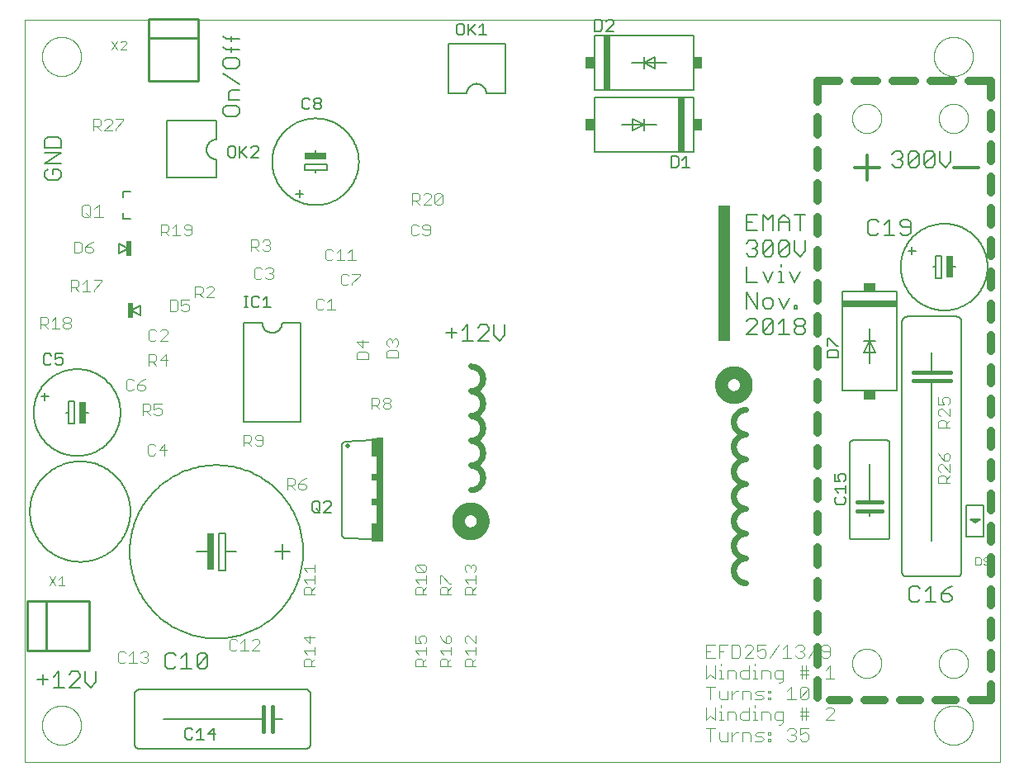
<source format=gto>
G75*
%MOIN*%
%OFA0B0*%
%FSLAX25Y25*%
%IPPOS*%
%LPD*%
%AMOC8*
5,1,8,0,0,1.08239X$1,22.5*
%
%ADD10C,0.00000*%
%ADD11C,0.02400*%
%ADD12C,0.05000*%
%ADD13C,0.00600*%
%ADD14C,0.03200*%
%ADD15R,0.05000X0.55000*%
%ADD16C,0.00400*%
%ADD17C,0.01200*%
%ADD18R,0.03000X0.22000*%
%ADD19R,0.03500X0.05000*%
%ADD20C,0.00500*%
%ADD21R,0.02500X0.09000*%
%ADD22C,0.02000*%
%ADD23R,0.03000X0.42000*%
%ADD24R,0.02000X0.07500*%
%ADD25R,0.02000X0.03000*%
%ADD26C,0.00800*%
%ADD27R,0.02400X0.06200*%
%ADD28R,0.09000X0.02500*%
%ADD29R,0.02500X0.15000*%
%ADD30C,0.00700*%
%ADD31C,0.01600*%
%ADD32R,0.22000X0.03000*%
%ADD33R,0.05000X0.03500*%
%ADD34C,0.01000*%
D10*
X0014325Y0003000D02*
X0014325Y0302961D01*
X0408026Y0302961D01*
X0408026Y0003000D01*
X0014325Y0003000D01*
X0021451Y0018000D02*
X0021453Y0018193D01*
X0021460Y0018386D01*
X0021472Y0018579D01*
X0021489Y0018772D01*
X0021510Y0018964D01*
X0021536Y0019155D01*
X0021567Y0019346D01*
X0021602Y0019536D01*
X0021642Y0019725D01*
X0021687Y0019913D01*
X0021736Y0020100D01*
X0021790Y0020286D01*
X0021848Y0020470D01*
X0021911Y0020653D01*
X0021979Y0020834D01*
X0022050Y0021013D01*
X0022127Y0021191D01*
X0022207Y0021367D01*
X0022292Y0021540D01*
X0022381Y0021712D01*
X0022474Y0021881D01*
X0022571Y0022048D01*
X0022673Y0022213D01*
X0022778Y0022375D01*
X0022887Y0022534D01*
X0023001Y0022691D01*
X0023118Y0022844D01*
X0023238Y0022995D01*
X0023363Y0023143D01*
X0023491Y0023288D01*
X0023622Y0023429D01*
X0023757Y0023568D01*
X0023896Y0023703D01*
X0024037Y0023834D01*
X0024182Y0023962D01*
X0024330Y0024087D01*
X0024481Y0024207D01*
X0024634Y0024324D01*
X0024791Y0024438D01*
X0024950Y0024547D01*
X0025112Y0024652D01*
X0025277Y0024754D01*
X0025444Y0024851D01*
X0025613Y0024944D01*
X0025785Y0025033D01*
X0025958Y0025118D01*
X0026134Y0025198D01*
X0026312Y0025275D01*
X0026491Y0025346D01*
X0026672Y0025414D01*
X0026855Y0025477D01*
X0027039Y0025535D01*
X0027225Y0025589D01*
X0027412Y0025638D01*
X0027600Y0025683D01*
X0027789Y0025723D01*
X0027979Y0025758D01*
X0028170Y0025789D01*
X0028361Y0025815D01*
X0028553Y0025836D01*
X0028746Y0025853D01*
X0028939Y0025865D01*
X0029132Y0025872D01*
X0029325Y0025874D01*
X0029518Y0025872D01*
X0029711Y0025865D01*
X0029904Y0025853D01*
X0030097Y0025836D01*
X0030289Y0025815D01*
X0030480Y0025789D01*
X0030671Y0025758D01*
X0030861Y0025723D01*
X0031050Y0025683D01*
X0031238Y0025638D01*
X0031425Y0025589D01*
X0031611Y0025535D01*
X0031795Y0025477D01*
X0031978Y0025414D01*
X0032159Y0025346D01*
X0032338Y0025275D01*
X0032516Y0025198D01*
X0032692Y0025118D01*
X0032865Y0025033D01*
X0033037Y0024944D01*
X0033206Y0024851D01*
X0033373Y0024754D01*
X0033538Y0024652D01*
X0033700Y0024547D01*
X0033859Y0024438D01*
X0034016Y0024324D01*
X0034169Y0024207D01*
X0034320Y0024087D01*
X0034468Y0023962D01*
X0034613Y0023834D01*
X0034754Y0023703D01*
X0034893Y0023568D01*
X0035028Y0023429D01*
X0035159Y0023288D01*
X0035287Y0023143D01*
X0035412Y0022995D01*
X0035532Y0022844D01*
X0035649Y0022691D01*
X0035763Y0022534D01*
X0035872Y0022375D01*
X0035977Y0022213D01*
X0036079Y0022048D01*
X0036176Y0021881D01*
X0036269Y0021712D01*
X0036358Y0021540D01*
X0036443Y0021367D01*
X0036523Y0021191D01*
X0036600Y0021013D01*
X0036671Y0020834D01*
X0036739Y0020653D01*
X0036802Y0020470D01*
X0036860Y0020286D01*
X0036914Y0020100D01*
X0036963Y0019913D01*
X0037008Y0019725D01*
X0037048Y0019536D01*
X0037083Y0019346D01*
X0037114Y0019155D01*
X0037140Y0018964D01*
X0037161Y0018772D01*
X0037178Y0018579D01*
X0037190Y0018386D01*
X0037197Y0018193D01*
X0037199Y0018000D01*
X0037197Y0017807D01*
X0037190Y0017614D01*
X0037178Y0017421D01*
X0037161Y0017228D01*
X0037140Y0017036D01*
X0037114Y0016845D01*
X0037083Y0016654D01*
X0037048Y0016464D01*
X0037008Y0016275D01*
X0036963Y0016087D01*
X0036914Y0015900D01*
X0036860Y0015714D01*
X0036802Y0015530D01*
X0036739Y0015347D01*
X0036671Y0015166D01*
X0036600Y0014987D01*
X0036523Y0014809D01*
X0036443Y0014633D01*
X0036358Y0014460D01*
X0036269Y0014288D01*
X0036176Y0014119D01*
X0036079Y0013952D01*
X0035977Y0013787D01*
X0035872Y0013625D01*
X0035763Y0013466D01*
X0035649Y0013309D01*
X0035532Y0013156D01*
X0035412Y0013005D01*
X0035287Y0012857D01*
X0035159Y0012712D01*
X0035028Y0012571D01*
X0034893Y0012432D01*
X0034754Y0012297D01*
X0034613Y0012166D01*
X0034468Y0012038D01*
X0034320Y0011913D01*
X0034169Y0011793D01*
X0034016Y0011676D01*
X0033859Y0011562D01*
X0033700Y0011453D01*
X0033538Y0011348D01*
X0033373Y0011246D01*
X0033206Y0011149D01*
X0033037Y0011056D01*
X0032865Y0010967D01*
X0032692Y0010882D01*
X0032516Y0010802D01*
X0032338Y0010725D01*
X0032159Y0010654D01*
X0031978Y0010586D01*
X0031795Y0010523D01*
X0031611Y0010465D01*
X0031425Y0010411D01*
X0031238Y0010362D01*
X0031050Y0010317D01*
X0030861Y0010277D01*
X0030671Y0010242D01*
X0030480Y0010211D01*
X0030289Y0010185D01*
X0030097Y0010164D01*
X0029904Y0010147D01*
X0029711Y0010135D01*
X0029518Y0010128D01*
X0029325Y0010126D01*
X0029132Y0010128D01*
X0028939Y0010135D01*
X0028746Y0010147D01*
X0028553Y0010164D01*
X0028361Y0010185D01*
X0028170Y0010211D01*
X0027979Y0010242D01*
X0027789Y0010277D01*
X0027600Y0010317D01*
X0027412Y0010362D01*
X0027225Y0010411D01*
X0027039Y0010465D01*
X0026855Y0010523D01*
X0026672Y0010586D01*
X0026491Y0010654D01*
X0026312Y0010725D01*
X0026134Y0010802D01*
X0025958Y0010882D01*
X0025785Y0010967D01*
X0025613Y0011056D01*
X0025444Y0011149D01*
X0025277Y0011246D01*
X0025112Y0011348D01*
X0024950Y0011453D01*
X0024791Y0011562D01*
X0024634Y0011676D01*
X0024481Y0011793D01*
X0024330Y0011913D01*
X0024182Y0012038D01*
X0024037Y0012166D01*
X0023896Y0012297D01*
X0023757Y0012432D01*
X0023622Y0012571D01*
X0023491Y0012712D01*
X0023363Y0012857D01*
X0023238Y0013005D01*
X0023118Y0013156D01*
X0023001Y0013309D01*
X0022887Y0013466D01*
X0022778Y0013625D01*
X0022673Y0013787D01*
X0022571Y0013952D01*
X0022474Y0014119D01*
X0022381Y0014288D01*
X0022292Y0014460D01*
X0022207Y0014633D01*
X0022127Y0014809D01*
X0022050Y0014987D01*
X0021979Y0015166D01*
X0021911Y0015347D01*
X0021848Y0015530D01*
X0021790Y0015714D01*
X0021736Y0015900D01*
X0021687Y0016087D01*
X0021642Y0016275D01*
X0021602Y0016464D01*
X0021567Y0016654D01*
X0021536Y0016845D01*
X0021510Y0017036D01*
X0021489Y0017228D01*
X0021472Y0017421D01*
X0021460Y0017614D01*
X0021453Y0017807D01*
X0021451Y0018000D01*
X0348419Y0043000D02*
X0348421Y0043153D01*
X0348427Y0043307D01*
X0348437Y0043460D01*
X0348451Y0043612D01*
X0348469Y0043765D01*
X0348491Y0043916D01*
X0348516Y0044067D01*
X0348546Y0044218D01*
X0348580Y0044368D01*
X0348617Y0044516D01*
X0348658Y0044664D01*
X0348703Y0044810D01*
X0348752Y0044956D01*
X0348805Y0045100D01*
X0348861Y0045242D01*
X0348921Y0045383D01*
X0348985Y0045523D01*
X0349052Y0045661D01*
X0349123Y0045797D01*
X0349198Y0045931D01*
X0349275Y0046063D01*
X0349357Y0046193D01*
X0349441Y0046321D01*
X0349529Y0046447D01*
X0349620Y0046570D01*
X0349714Y0046691D01*
X0349812Y0046809D01*
X0349912Y0046925D01*
X0350016Y0047038D01*
X0350122Y0047149D01*
X0350231Y0047257D01*
X0350343Y0047362D01*
X0350457Y0047463D01*
X0350575Y0047562D01*
X0350694Y0047658D01*
X0350816Y0047751D01*
X0350941Y0047840D01*
X0351068Y0047927D01*
X0351197Y0048009D01*
X0351328Y0048089D01*
X0351461Y0048165D01*
X0351596Y0048238D01*
X0351733Y0048307D01*
X0351872Y0048372D01*
X0352012Y0048434D01*
X0352154Y0048492D01*
X0352297Y0048547D01*
X0352442Y0048598D01*
X0352588Y0048645D01*
X0352735Y0048688D01*
X0352883Y0048727D01*
X0353032Y0048763D01*
X0353182Y0048794D01*
X0353333Y0048822D01*
X0353484Y0048846D01*
X0353637Y0048866D01*
X0353789Y0048882D01*
X0353942Y0048894D01*
X0354095Y0048902D01*
X0354248Y0048906D01*
X0354402Y0048906D01*
X0354555Y0048902D01*
X0354708Y0048894D01*
X0354861Y0048882D01*
X0355013Y0048866D01*
X0355166Y0048846D01*
X0355317Y0048822D01*
X0355468Y0048794D01*
X0355618Y0048763D01*
X0355767Y0048727D01*
X0355915Y0048688D01*
X0356062Y0048645D01*
X0356208Y0048598D01*
X0356353Y0048547D01*
X0356496Y0048492D01*
X0356638Y0048434D01*
X0356778Y0048372D01*
X0356917Y0048307D01*
X0357054Y0048238D01*
X0357189Y0048165D01*
X0357322Y0048089D01*
X0357453Y0048009D01*
X0357582Y0047927D01*
X0357709Y0047840D01*
X0357834Y0047751D01*
X0357956Y0047658D01*
X0358075Y0047562D01*
X0358193Y0047463D01*
X0358307Y0047362D01*
X0358419Y0047257D01*
X0358528Y0047149D01*
X0358634Y0047038D01*
X0358738Y0046925D01*
X0358838Y0046809D01*
X0358936Y0046691D01*
X0359030Y0046570D01*
X0359121Y0046447D01*
X0359209Y0046321D01*
X0359293Y0046193D01*
X0359375Y0046063D01*
X0359452Y0045931D01*
X0359527Y0045797D01*
X0359598Y0045661D01*
X0359665Y0045523D01*
X0359729Y0045383D01*
X0359789Y0045242D01*
X0359845Y0045100D01*
X0359898Y0044956D01*
X0359947Y0044810D01*
X0359992Y0044664D01*
X0360033Y0044516D01*
X0360070Y0044368D01*
X0360104Y0044218D01*
X0360134Y0044067D01*
X0360159Y0043916D01*
X0360181Y0043765D01*
X0360199Y0043612D01*
X0360213Y0043460D01*
X0360223Y0043307D01*
X0360229Y0043153D01*
X0360231Y0043000D01*
X0360229Y0042847D01*
X0360223Y0042693D01*
X0360213Y0042540D01*
X0360199Y0042388D01*
X0360181Y0042235D01*
X0360159Y0042084D01*
X0360134Y0041933D01*
X0360104Y0041782D01*
X0360070Y0041632D01*
X0360033Y0041484D01*
X0359992Y0041336D01*
X0359947Y0041190D01*
X0359898Y0041044D01*
X0359845Y0040900D01*
X0359789Y0040758D01*
X0359729Y0040617D01*
X0359665Y0040477D01*
X0359598Y0040339D01*
X0359527Y0040203D01*
X0359452Y0040069D01*
X0359375Y0039937D01*
X0359293Y0039807D01*
X0359209Y0039679D01*
X0359121Y0039553D01*
X0359030Y0039430D01*
X0358936Y0039309D01*
X0358838Y0039191D01*
X0358738Y0039075D01*
X0358634Y0038962D01*
X0358528Y0038851D01*
X0358419Y0038743D01*
X0358307Y0038638D01*
X0358193Y0038537D01*
X0358075Y0038438D01*
X0357956Y0038342D01*
X0357834Y0038249D01*
X0357709Y0038160D01*
X0357582Y0038073D01*
X0357453Y0037991D01*
X0357322Y0037911D01*
X0357189Y0037835D01*
X0357054Y0037762D01*
X0356917Y0037693D01*
X0356778Y0037628D01*
X0356638Y0037566D01*
X0356496Y0037508D01*
X0356353Y0037453D01*
X0356208Y0037402D01*
X0356062Y0037355D01*
X0355915Y0037312D01*
X0355767Y0037273D01*
X0355618Y0037237D01*
X0355468Y0037206D01*
X0355317Y0037178D01*
X0355166Y0037154D01*
X0355013Y0037134D01*
X0354861Y0037118D01*
X0354708Y0037106D01*
X0354555Y0037098D01*
X0354402Y0037094D01*
X0354248Y0037094D01*
X0354095Y0037098D01*
X0353942Y0037106D01*
X0353789Y0037118D01*
X0353637Y0037134D01*
X0353484Y0037154D01*
X0353333Y0037178D01*
X0353182Y0037206D01*
X0353032Y0037237D01*
X0352883Y0037273D01*
X0352735Y0037312D01*
X0352588Y0037355D01*
X0352442Y0037402D01*
X0352297Y0037453D01*
X0352154Y0037508D01*
X0352012Y0037566D01*
X0351872Y0037628D01*
X0351733Y0037693D01*
X0351596Y0037762D01*
X0351461Y0037835D01*
X0351328Y0037911D01*
X0351197Y0037991D01*
X0351068Y0038073D01*
X0350941Y0038160D01*
X0350816Y0038249D01*
X0350694Y0038342D01*
X0350575Y0038438D01*
X0350457Y0038537D01*
X0350343Y0038638D01*
X0350231Y0038743D01*
X0350122Y0038851D01*
X0350016Y0038962D01*
X0349912Y0039075D01*
X0349812Y0039191D01*
X0349714Y0039309D01*
X0349620Y0039430D01*
X0349529Y0039553D01*
X0349441Y0039679D01*
X0349357Y0039807D01*
X0349275Y0039937D01*
X0349198Y0040069D01*
X0349123Y0040203D01*
X0349052Y0040339D01*
X0348985Y0040477D01*
X0348921Y0040617D01*
X0348861Y0040758D01*
X0348805Y0040900D01*
X0348752Y0041044D01*
X0348703Y0041190D01*
X0348658Y0041336D01*
X0348617Y0041484D01*
X0348580Y0041632D01*
X0348546Y0041782D01*
X0348516Y0041933D01*
X0348491Y0042084D01*
X0348469Y0042235D01*
X0348451Y0042388D01*
X0348437Y0042540D01*
X0348427Y0042693D01*
X0348421Y0042847D01*
X0348419Y0043000D01*
X0383419Y0043000D02*
X0383421Y0043153D01*
X0383427Y0043307D01*
X0383437Y0043460D01*
X0383451Y0043612D01*
X0383469Y0043765D01*
X0383491Y0043916D01*
X0383516Y0044067D01*
X0383546Y0044218D01*
X0383580Y0044368D01*
X0383617Y0044516D01*
X0383658Y0044664D01*
X0383703Y0044810D01*
X0383752Y0044956D01*
X0383805Y0045100D01*
X0383861Y0045242D01*
X0383921Y0045383D01*
X0383985Y0045523D01*
X0384052Y0045661D01*
X0384123Y0045797D01*
X0384198Y0045931D01*
X0384275Y0046063D01*
X0384357Y0046193D01*
X0384441Y0046321D01*
X0384529Y0046447D01*
X0384620Y0046570D01*
X0384714Y0046691D01*
X0384812Y0046809D01*
X0384912Y0046925D01*
X0385016Y0047038D01*
X0385122Y0047149D01*
X0385231Y0047257D01*
X0385343Y0047362D01*
X0385457Y0047463D01*
X0385575Y0047562D01*
X0385694Y0047658D01*
X0385816Y0047751D01*
X0385941Y0047840D01*
X0386068Y0047927D01*
X0386197Y0048009D01*
X0386328Y0048089D01*
X0386461Y0048165D01*
X0386596Y0048238D01*
X0386733Y0048307D01*
X0386872Y0048372D01*
X0387012Y0048434D01*
X0387154Y0048492D01*
X0387297Y0048547D01*
X0387442Y0048598D01*
X0387588Y0048645D01*
X0387735Y0048688D01*
X0387883Y0048727D01*
X0388032Y0048763D01*
X0388182Y0048794D01*
X0388333Y0048822D01*
X0388484Y0048846D01*
X0388637Y0048866D01*
X0388789Y0048882D01*
X0388942Y0048894D01*
X0389095Y0048902D01*
X0389248Y0048906D01*
X0389402Y0048906D01*
X0389555Y0048902D01*
X0389708Y0048894D01*
X0389861Y0048882D01*
X0390013Y0048866D01*
X0390166Y0048846D01*
X0390317Y0048822D01*
X0390468Y0048794D01*
X0390618Y0048763D01*
X0390767Y0048727D01*
X0390915Y0048688D01*
X0391062Y0048645D01*
X0391208Y0048598D01*
X0391353Y0048547D01*
X0391496Y0048492D01*
X0391638Y0048434D01*
X0391778Y0048372D01*
X0391917Y0048307D01*
X0392054Y0048238D01*
X0392189Y0048165D01*
X0392322Y0048089D01*
X0392453Y0048009D01*
X0392582Y0047927D01*
X0392709Y0047840D01*
X0392834Y0047751D01*
X0392956Y0047658D01*
X0393075Y0047562D01*
X0393193Y0047463D01*
X0393307Y0047362D01*
X0393419Y0047257D01*
X0393528Y0047149D01*
X0393634Y0047038D01*
X0393738Y0046925D01*
X0393838Y0046809D01*
X0393936Y0046691D01*
X0394030Y0046570D01*
X0394121Y0046447D01*
X0394209Y0046321D01*
X0394293Y0046193D01*
X0394375Y0046063D01*
X0394452Y0045931D01*
X0394527Y0045797D01*
X0394598Y0045661D01*
X0394665Y0045523D01*
X0394729Y0045383D01*
X0394789Y0045242D01*
X0394845Y0045100D01*
X0394898Y0044956D01*
X0394947Y0044810D01*
X0394992Y0044664D01*
X0395033Y0044516D01*
X0395070Y0044368D01*
X0395104Y0044218D01*
X0395134Y0044067D01*
X0395159Y0043916D01*
X0395181Y0043765D01*
X0395199Y0043612D01*
X0395213Y0043460D01*
X0395223Y0043307D01*
X0395229Y0043153D01*
X0395231Y0043000D01*
X0395229Y0042847D01*
X0395223Y0042693D01*
X0395213Y0042540D01*
X0395199Y0042388D01*
X0395181Y0042235D01*
X0395159Y0042084D01*
X0395134Y0041933D01*
X0395104Y0041782D01*
X0395070Y0041632D01*
X0395033Y0041484D01*
X0394992Y0041336D01*
X0394947Y0041190D01*
X0394898Y0041044D01*
X0394845Y0040900D01*
X0394789Y0040758D01*
X0394729Y0040617D01*
X0394665Y0040477D01*
X0394598Y0040339D01*
X0394527Y0040203D01*
X0394452Y0040069D01*
X0394375Y0039937D01*
X0394293Y0039807D01*
X0394209Y0039679D01*
X0394121Y0039553D01*
X0394030Y0039430D01*
X0393936Y0039309D01*
X0393838Y0039191D01*
X0393738Y0039075D01*
X0393634Y0038962D01*
X0393528Y0038851D01*
X0393419Y0038743D01*
X0393307Y0038638D01*
X0393193Y0038537D01*
X0393075Y0038438D01*
X0392956Y0038342D01*
X0392834Y0038249D01*
X0392709Y0038160D01*
X0392582Y0038073D01*
X0392453Y0037991D01*
X0392322Y0037911D01*
X0392189Y0037835D01*
X0392054Y0037762D01*
X0391917Y0037693D01*
X0391778Y0037628D01*
X0391638Y0037566D01*
X0391496Y0037508D01*
X0391353Y0037453D01*
X0391208Y0037402D01*
X0391062Y0037355D01*
X0390915Y0037312D01*
X0390767Y0037273D01*
X0390618Y0037237D01*
X0390468Y0037206D01*
X0390317Y0037178D01*
X0390166Y0037154D01*
X0390013Y0037134D01*
X0389861Y0037118D01*
X0389708Y0037106D01*
X0389555Y0037098D01*
X0389402Y0037094D01*
X0389248Y0037094D01*
X0389095Y0037098D01*
X0388942Y0037106D01*
X0388789Y0037118D01*
X0388637Y0037134D01*
X0388484Y0037154D01*
X0388333Y0037178D01*
X0388182Y0037206D01*
X0388032Y0037237D01*
X0387883Y0037273D01*
X0387735Y0037312D01*
X0387588Y0037355D01*
X0387442Y0037402D01*
X0387297Y0037453D01*
X0387154Y0037508D01*
X0387012Y0037566D01*
X0386872Y0037628D01*
X0386733Y0037693D01*
X0386596Y0037762D01*
X0386461Y0037835D01*
X0386328Y0037911D01*
X0386197Y0037991D01*
X0386068Y0038073D01*
X0385941Y0038160D01*
X0385816Y0038249D01*
X0385694Y0038342D01*
X0385575Y0038438D01*
X0385457Y0038537D01*
X0385343Y0038638D01*
X0385231Y0038743D01*
X0385122Y0038851D01*
X0385016Y0038962D01*
X0384912Y0039075D01*
X0384812Y0039191D01*
X0384714Y0039309D01*
X0384620Y0039430D01*
X0384529Y0039553D01*
X0384441Y0039679D01*
X0384357Y0039807D01*
X0384275Y0039937D01*
X0384198Y0040069D01*
X0384123Y0040203D01*
X0384052Y0040339D01*
X0383985Y0040477D01*
X0383921Y0040617D01*
X0383861Y0040758D01*
X0383805Y0040900D01*
X0383752Y0041044D01*
X0383703Y0041190D01*
X0383658Y0041336D01*
X0383617Y0041484D01*
X0383580Y0041632D01*
X0383546Y0041782D01*
X0383516Y0041933D01*
X0383491Y0042084D01*
X0383469Y0042235D01*
X0383451Y0042388D01*
X0383437Y0042540D01*
X0383427Y0042693D01*
X0383421Y0042847D01*
X0383419Y0043000D01*
X0381451Y0018000D02*
X0381453Y0018193D01*
X0381460Y0018386D01*
X0381472Y0018579D01*
X0381489Y0018772D01*
X0381510Y0018964D01*
X0381536Y0019155D01*
X0381567Y0019346D01*
X0381602Y0019536D01*
X0381642Y0019725D01*
X0381687Y0019913D01*
X0381736Y0020100D01*
X0381790Y0020286D01*
X0381848Y0020470D01*
X0381911Y0020653D01*
X0381979Y0020834D01*
X0382050Y0021013D01*
X0382127Y0021191D01*
X0382207Y0021367D01*
X0382292Y0021540D01*
X0382381Y0021712D01*
X0382474Y0021881D01*
X0382571Y0022048D01*
X0382673Y0022213D01*
X0382778Y0022375D01*
X0382887Y0022534D01*
X0383001Y0022691D01*
X0383118Y0022844D01*
X0383238Y0022995D01*
X0383363Y0023143D01*
X0383491Y0023288D01*
X0383622Y0023429D01*
X0383757Y0023568D01*
X0383896Y0023703D01*
X0384037Y0023834D01*
X0384182Y0023962D01*
X0384330Y0024087D01*
X0384481Y0024207D01*
X0384634Y0024324D01*
X0384791Y0024438D01*
X0384950Y0024547D01*
X0385112Y0024652D01*
X0385277Y0024754D01*
X0385444Y0024851D01*
X0385613Y0024944D01*
X0385785Y0025033D01*
X0385958Y0025118D01*
X0386134Y0025198D01*
X0386312Y0025275D01*
X0386491Y0025346D01*
X0386672Y0025414D01*
X0386855Y0025477D01*
X0387039Y0025535D01*
X0387225Y0025589D01*
X0387412Y0025638D01*
X0387600Y0025683D01*
X0387789Y0025723D01*
X0387979Y0025758D01*
X0388170Y0025789D01*
X0388361Y0025815D01*
X0388553Y0025836D01*
X0388746Y0025853D01*
X0388939Y0025865D01*
X0389132Y0025872D01*
X0389325Y0025874D01*
X0389518Y0025872D01*
X0389711Y0025865D01*
X0389904Y0025853D01*
X0390097Y0025836D01*
X0390289Y0025815D01*
X0390480Y0025789D01*
X0390671Y0025758D01*
X0390861Y0025723D01*
X0391050Y0025683D01*
X0391238Y0025638D01*
X0391425Y0025589D01*
X0391611Y0025535D01*
X0391795Y0025477D01*
X0391978Y0025414D01*
X0392159Y0025346D01*
X0392338Y0025275D01*
X0392516Y0025198D01*
X0392692Y0025118D01*
X0392865Y0025033D01*
X0393037Y0024944D01*
X0393206Y0024851D01*
X0393373Y0024754D01*
X0393538Y0024652D01*
X0393700Y0024547D01*
X0393859Y0024438D01*
X0394016Y0024324D01*
X0394169Y0024207D01*
X0394320Y0024087D01*
X0394468Y0023962D01*
X0394613Y0023834D01*
X0394754Y0023703D01*
X0394893Y0023568D01*
X0395028Y0023429D01*
X0395159Y0023288D01*
X0395287Y0023143D01*
X0395412Y0022995D01*
X0395532Y0022844D01*
X0395649Y0022691D01*
X0395763Y0022534D01*
X0395872Y0022375D01*
X0395977Y0022213D01*
X0396079Y0022048D01*
X0396176Y0021881D01*
X0396269Y0021712D01*
X0396358Y0021540D01*
X0396443Y0021367D01*
X0396523Y0021191D01*
X0396600Y0021013D01*
X0396671Y0020834D01*
X0396739Y0020653D01*
X0396802Y0020470D01*
X0396860Y0020286D01*
X0396914Y0020100D01*
X0396963Y0019913D01*
X0397008Y0019725D01*
X0397048Y0019536D01*
X0397083Y0019346D01*
X0397114Y0019155D01*
X0397140Y0018964D01*
X0397161Y0018772D01*
X0397178Y0018579D01*
X0397190Y0018386D01*
X0397197Y0018193D01*
X0397199Y0018000D01*
X0397197Y0017807D01*
X0397190Y0017614D01*
X0397178Y0017421D01*
X0397161Y0017228D01*
X0397140Y0017036D01*
X0397114Y0016845D01*
X0397083Y0016654D01*
X0397048Y0016464D01*
X0397008Y0016275D01*
X0396963Y0016087D01*
X0396914Y0015900D01*
X0396860Y0015714D01*
X0396802Y0015530D01*
X0396739Y0015347D01*
X0396671Y0015166D01*
X0396600Y0014987D01*
X0396523Y0014809D01*
X0396443Y0014633D01*
X0396358Y0014460D01*
X0396269Y0014288D01*
X0396176Y0014119D01*
X0396079Y0013952D01*
X0395977Y0013787D01*
X0395872Y0013625D01*
X0395763Y0013466D01*
X0395649Y0013309D01*
X0395532Y0013156D01*
X0395412Y0013005D01*
X0395287Y0012857D01*
X0395159Y0012712D01*
X0395028Y0012571D01*
X0394893Y0012432D01*
X0394754Y0012297D01*
X0394613Y0012166D01*
X0394468Y0012038D01*
X0394320Y0011913D01*
X0394169Y0011793D01*
X0394016Y0011676D01*
X0393859Y0011562D01*
X0393700Y0011453D01*
X0393538Y0011348D01*
X0393373Y0011246D01*
X0393206Y0011149D01*
X0393037Y0011056D01*
X0392865Y0010967D01*
X0392692Y0010882D01*
X0392516Y0010802D01*
X0392338Y0010725D01*
X0392159Y0010654D01*
X0391978Y0010586D01*
X0391795Y0010523D01*
X0391611Y0010465D01*
X0391425Y0010411D01*
X0391238Y0010362D01*
X0391050Y0010317D01*
X0390861Y0010277D01*
X0390671Y0010242D01*
X0390480Y0010211D01*
X0390289Y0010185D01*
X0390097Y0010164D01*
X0389904Y0010147D01*
X0389711Y0010135D01*
X0389518Y0010128D01*
X0389325Y0010126D01*
X0389132Y0010128D01*
X0388939Y0010135D01*
X0388746Y0010147D01*
X0388553Y0010164D01*
X0388361Y0010185D01*
X0388170Y0010211D01*
X0387979Y0010242D01*
X0387789Y0010277D01*
X0387600Y0010317D01*
X0387412Y0010362D01*
X0387225Y0010411D01*
X0387039Y0010465D01*
X0386855Y0010523D01*
X0386672Y0010586D01*
X0386491Y0010654D01*
X0386312Y0010725D01*
X0386134Y0010802D01*
X0385958Y0010882D01*
X0385785Y0010967D01*
X0385613Y0011056D01*
X0385444Y0011149D01*
X0385277Y0011246D01*
X0385112Y0011348D01*
X0384950Y0011453D01*
X0384791Y0011562D01*
X0384634Y0011676D01*
X0384481Y0011793D01*
X0384330Y0011913D01*
X0384182Y0012038D01*
X0384037Y0012166D01*
X0383896Y0012297D01*
X0383757Y0012432D01*
X0383622Y0012571D01*
X0383491Y0012712D01*
X0383363Y0012857D01*
X0383238Y0013005D01*
X0383118Y0013156D01*
X0383001Y0013309D01*
X0382887Y0013466D01*
X0382778Y0013625D01*
X0382673Y0013787D01*
X0382571Y0013952D01*
X0382474Y0014119D01*
X0382381Y0014288D01*
X0382292Y0014460D01*
X0382207Y0014633D01*
X0382127Y0014809D01*
X0382050Y0014987D01*
X0381979Y0015166D01*
X0381911Y0015347D01*
X0381848Y0015530D01*
X0381790Y0015714D01*
X0381736Y0015900D01*
X0381687Y0016087D01*
X0381642Y0016275D01*
X0381602Y0016464D01*
X0381567Y0016654D01*
X0381536Y0016845D01*
X0381510Y0017036D01*
X0381489Y0017228D01*
X0381472Y0017421D01*
X0381460Y0017614D01*
X0381453Y0017807D01*
X0381451Y0018000D01*
X0383419Y0263000D02*
X0383421Y0263153D01*
X0383427Y0263307D01*
X0383437Y0263460D01*
X0383451Y0263612D01*
X0383469Y0263765D01*
X0383491Y0263916D01*
X0383516Y0264067D01*
X0383546Y0264218D01*
X0383580Y0264368D01*
X0383617Y0264516D01*
X0383658Y0264664D01*
X0383703Y0264810D01*
X0383752Y0264956D01*
X0383805Y0265100D01*
X0383861Y0265242D01*
X0383921Y0265383D01*
X0383985Y0265523D01*
X0384052Y0265661D01*
X0384123Y0265797D01*
X0384198Y0265931D01*
X0384275Y0266063D01*
X0384357Y0266193D01*
X0384441Y0266321D01*
X0384529Y0266447D01*
X0384620Y0266570D01*
X0384714Y0266691D01*
X0384812Y0266809D01*
X0384912Y0266925D01*
X0385016Y0267038D01*
X0385122Y0267149D01*
X0385231Y0267257D01*
X0385343Y0267362D01*
X0385457Y0267463D01*
X0385575Y0267562D01*
X0385694Y0267658D01*
X0385816Y0267751D01*
X0385941Y0267840D01*
X0386068Y0267927D01*
X0386197Y0268009D01*
X0386328Y0268089D01*
X0386461Y0268165D01*
X0386596Y0268238D01*
X0386733Y0268307D01*
X0386872Y0268372D01*
X0387012Y0268434D01*
X0387154Y0268492D01*
X0387297Y0268547D01*
X0387442Y0268598D01*
X0387588Y0268645D01*
X0387735Y0268688D01*
X0387883Y0268727D01*
X0388032Y0268763D01*
X0388182Y0268794D01*
X0388333Y0268822D01*
X0388484Y0268846D01*
X0388637Y0268866D01*
X0388789Y0268882D01*
X0388942Y0268894D01*
X0389095Y0268902D01*
X0389248Y0268906D01*
X0389402Y0268906D01*
X0389555Y0268902D01*
X0389708Y0268894D01*
X0389861Y0268882D01*
X0390013Y0268866D01*
X0390166Y0268846D01*
X0390317Y0268822D01*
X0390468Y0268794D01*
X0390618Y0268763D01*
X0390767Y0268727D01*
X0390915Y0268688D01*
X0391062Y0268645D01*
X0391208Y0268598D01*
X0391353Y0268547D01*
X0391496Y0268492D01*
X0391638Y0268434D01*
X0391778Y0268372D01*
X0391917Y0268307D01*
X0392054Y0268238D01*
X0392189Y0268165D01*
X0392322Y0268089D01*
X0392453Y0268009D01*
X0392582Y0267927D01*
X0392709Y0267840D01*
X0392834Y0267751D01*
X0392956Y0267658D01*
X0393075Y0267562D01*
X0393193Y0267463D01*
X0393307Y0267362D01*
X0393419Y0267257D01*
X0393528Y0267149D01*
X0393634Y0267038D01*
X0393738Y0266925D01*
X0393838Y0266809D01*
X0393936Y0266691D01*
X0394030Y0266570D01*
X0394121Y0266447D01*
X0394209Y0266321D01*
X0394293Y0266193D01*
X0394375Y0266063D01*
X0394452Y0265931D01*
X0394527Y0265797D01*
X0394598Y0265661D01*
X0394665Y0265523D01*
X0394729Y0265383D01*
X0394789Y0265242D01*
X0394845Y0265100D01*
X0394898Y0264956D01*
X0394947Y0264810D01*
X0394992Y0264664D01*
X0395033Y0264516D01*
X0395070Y0264368D01*
X0395104Y0264218D01*
X0395134Y0264067D01*
X0395159Y0263916D01*
X0395181Y0263765D01*
X0395199Y0263612D01*
X0395213Y0263460D01*
X0395223Y0263307D01*
X0395229Y0263153D01*
X0395231Y0263000D01*
X0395229Y0262847D01*
X0395223Y0262693D01*
X0395213Y0262540D01*
X0395199Y0262388D01*
X0395181Y0262235D01*
X0395159Y0262084D01*
X0395134Y0261933D01*
X0395104Y0261782D01*
X0395070Y0261632D01*
X0395033Y0261484D01*
X0394992Y0261336D01*
X0394947Y0261190D01*
X0394898Y0261044D01*
X0394845Y0260900D01*
X0394789Y0260758D01*
X0394729Y0260617D01*
X0394665Y0260477D01*
X0394598Y0260339D01*
X0394527Y0260203D01*
X0394452Y0260069D01*
X0394375Y0259937D01*
X0394293Y0259807D01*
X0394209Y0259679D01*
X0394121Y0259553D01*
X0394030Y0259430D01*
X0393936Y0259309D01*
X0393838Y0259191D01*
X0393738Y0259075D01*
X0393634Y0258962D01*
X0393528Y0258851D01*
X0393419Y0258743D01*
X0393307Y0258638D01*
X0393193Y0258537D01*
X0393075Y0258438D01*
X0392956Y0258342D01*
X0392834Y0258249D01*
X0392709Y0258160D01*
X0392582Y0258073D01*
X0392453Y0257991D01*
X0392322Y0257911D01*
X0392189Y0257835D01*
X0392054Y0257762D01*
X0391917Y0257693D01*
X0391778Y0257628D01*
X0391638Y0257566D01*
X0391496Y0257508D01*
X0391353Y0257453D01*
X0391208Y0257402D01*
X0391062Y0257355D01*
X0390915Y0257312D01*
X0390767Y0257273D01*
X0390618Y0257237D01*
X0390468Y0257206D01*
X0390317Y0257178D01*
X0390166Y0257154D01*
X0390013Y0257134D01*
X0389861Y0257118D01*
X0389708Y0257106D01*
X0389555Y0257098D01*
X0389402Y0257094D01*
X0389248Y0257094D01*
X0389095Y0257098D01*
X0388942Y0257106D01*
X0388789Y0257118D01*
X0388637Y0257134D01*
X0388484Y0257154D01*
X0388333Y0257178D01*
X0388182Y0257206D01*
X0388032Y0257237D01*
X0387883Y0257273D01*
X0387735Y0257312D01*
X0387588Y0257355D01*
X0387442Y0257402D01*
X0387297Y0257453D01*
X0387154Y0257508D01*
X0387012Y0257566D01*
X0386872Y0257628D01*
X0386733Y0257693D01*
X0386596Y0257762D01*
X0386461Y0257835D01*
X0386328Y0257911D01*
X0386197Y0257991D01*
X0386068Y0258073D01*
X0385941Y0258160D01*
X0385816Y0258249D01*
X0385694Y0258342D01*
X0385575Y0258438D01*
X0385457Y0258537D01*
X0385343Y0258638D01*
X0385231Y0258743D01*
X0385122Y0258851D01*
X0385016Y0258962D01*
X0384912Y0259075D01*
X0384812Y0259191D01*
X0384714Y0259309D01*
X0384620Y0259430D01*
X0384529Y0259553D01*
X0384441Y0259679D01*
X0384357Y0259807D01*
X0384275Y0259937D01*
X0384198Y0260069D01*
X0384123Y0260203D01*
X0384052Y0260339D01*
X0383985Y0260477D01*
X0383921Y0260617D01*
X0383861Y0260758D01*
X0383805Y0260900D01*
X0383752Y0261044D01*
X0383703Y0261190D01*
X0383658Y0261336D01*
X0383617Y0261484D01*
X0383580Y0261632D01*
X0383546Y0261782D01*
X0383516Y0261933D01*
X0383491Y0262084D01*
X0383469Y0262235D01*
X0383451Y0262388D01*
X0383437Y0262540D01*
X0383427Y0262693D01*
X0383421Y0262847D01*
X0383419Y0263000D01*
X0348419Y0263000D02*
X0348421Y0263153D01*
X0348427Y0263307D01*
X0348437Y0263460D01*
X0348451Y0263612D01*
X0348469Y0263765D01*
X0348491Y0263916D01*
X0348516Y0264067D01*
X0348546Y0264218D01*
X0348580Y0264368D01*
X0348617Y0264516D01*
X0348658Y0264664D01*
X0348703Y0264810D01*
X0348752Y0264956D01*
X0348805Y0265100D01*
X0348861Y0265242D01*
X0348921Y0265383D01*
X0348985Y0265523D01*
X0349052Y0265661D01*
X0349123Y0265797D01*
X0349198Y0265931D01*
X0349275Y0266063D01*
X0349357Y0266193D01*
X0349441Y0266321D01*
X0349529Y0266447D01*
X0349620Y0266570D01*
X0349714Y0266691D01*
X0349812Y0266809D01*
X0349912Y0266925D01*
X0350016Y0267038D01*
X0350122Y0267149D01*
X0350231Y0267257D01*
X0350343Y0267362D01*
X0350457Y0267463D01*
X0350575Y0267562D01*
X0350694Y0267658D01*
X0350816Y0267751D01*
X0350941Y0267840D01*
X0351068Y0267927D01*
X0351197Y0268009D01*
X0351328Y0268089D01*
X0351461Y0268165D01*
X0351596Y0268238D01*
X0351733Y0268307D01*
X0351872Y0268372D01*
X0352012Y0268434D01*
X0352154Y0268492D01*
X0352297Y0268547D01*
X0352442Y0268598D01*
X0352588Y0268645D01*
X0352735Y0268688D01*
X0352883Y0268727D01*
X0353032Y0268763D01*
X0353182Y0268794D01*
X0353333Y0268822D01*
X0353484Y0268846D01*
X0353637Y0268866D01*
X0353789Y0268882D01*
X0353942Y0268894D01*
X0354095Y0268902D01*
X0354248Y0268906D01*
X0354402Y0268906D01*
X0354555Y0268902D01*
X0354708Y0268894D01*
X0354861Y0268882D01*
X0355013Y0268866D01*
X0355166Y0268846D01*
X0355317Y0268822D01*
X0355468Y0268794D01*
X0355618Y0268763D01*
X0355767Y0268727D01*
X0355915Y0268688D01*
X0356062Y0268645D01*
X0356208Y0268598D01*
X0356353Y0268547D01*
X0356496Y0268492D01*
X0356638Y0268434D01*
X0356778Y0268372D01*
X0356917Y0268307D01*
X0357054Y0268238D01*
X0357189Y0268165D01*
X0357322Y0268089D01*
X0357453Y0268009D01*
X0357582Y0267927D01*
X0357709Y0267840D01*
X0357834Y0267751D01*
X0357956Y0267658D01*
X0358075Y0267562D01*
X0358193Y0267463D01*
X0358307Y0267362D01*
X0358419Y0267257D01*
X0358528Y0267149D01*
X0358634Y0267038D01*
X0358738Y0266925D01*
X0358838Y0266809D01*
X0358936Y0266691D01*
X0359030Y0266570D01*
X0359121Y0266447D01*
X0359209Y0266321D01*
X0359293Y0266193D01*
X0359375Y0266063D01*
X0359452Y0265931D01*
X0359527Y0265797D01*
X0359598Y0265661D01*
X0359665Y0265523D01*
X0359729Y0265383D01*
X0359789Y0265242D01*
X0359845Y0265100D01*
X0359898Y0264956D01*
X0359947Y0264810D01*
X0359992Y0264664D01*
X0360033Y0264516D01*
X0360070Y0264368D01*
X0360104Y0264218D01*
X0360134Y0264067D01*
X0360159Y0263916D01*
X0360181Y0263765D01*
X0360199Y0263612D01*
X0360213Y0263460D01*
X0360223Y0263307D01*
X0360229Y0263153D01*
X0360231Y0263000D01*
X0360229Y0262847D01*
X0360223Y0262693D01*
X0360213Y0262540D01*
X0360199Y0262388D01*
X0360181Y0262235D01*
X0360159Y0262084D01*
X0360134Y0261933D01*
X0360104Y0261782D01*
X0360070Y0261632D01*
X0360033Y0261484D01*
X0359992Y0261336D01*
X0359947Y0261190D01*
X0359898Y0261044D01*
X0359845Y0260900D01*
X0359789Y0260758D01*
X0359729Y0260617D01*
X0359665Y0260477D01*
X0359598Y0260339D01*
X0359527Y0260203D01*
X0359452Y0260069D01*
X0359375Y0259937D01*
X0359293Y0259807D01*
X0359209Y0259679D01*
X0359121Y0259553D01*
X0359030Y0259430D01*
X0358936Y0259309D01*
X0358838Y0259191D01*
X0358738Y0259075D01*
X0358634Y0258962D01*
X0358528Y0258851D01*
X0358419Y0258743D01*
X0358307Y0258638D01*
X0358193Y0258537D01*
X0358075Y0258438D01*
X0357956Y0258342D01*
X0357834Y0258249D01*
X0357709Y0258160D01*
X0357582Y0258073D01*
X0357453Y0257991D01*
X0357322Y0257911D01*
X0357189Y0257835D01*
X0357054Y0257762D01*
X0356917Y0257693D01*
X0356778Y0257628D01*
X0356638Y0257566D01*
X0356496Y0257508D01*
X0356353Y0257453D01*
X0356208Y0257402D01*
X0356062Y0257355D01*
X0355915Y0257312D01*
X0355767Y0257273D01*
X0355618Y0257237D01*
X0355468Y0257206D01*
X0355317Y0257178D01*
X0355166Y0257154D01*
X0355013Y0257134D01*
X0354861Y0257118D01*
X0354708Y0257106D01*
X0354555Y0257098D01*
X0354402Y0257094D01*
X0354248Y0257094D01*
X0354095Y0257098D01*
X0353942Y0257106D01*
X0353789Y0257118D01*
X0353637Y0257134D01*
X0353484Y0257154D01*
X0353333Y0257178D01*
X0353182Y0257206D01*
X0353032Y0257237D01*
X0352883Y0257273D01*
X0352735Y0257312D01*
X0352588Y0257355D01*
X0352442Y0257402D01*
X0352297Y0257453D01*
X0352154Y0257508D01*
X0352012Y0257566D01*
X0351872Y0257628D01*
X0351733Y0257693D01*
X0351596Y0257762D01*
X0351461Y0257835D01*
X0351328Y0257911D01*
X0351197Y0257991D01*
X0351068Y0258073D01*
X0350941Y0258160D01*
X0350816Y0258249D01*
X0350694Y0258342D01*
X0350575Y0258438D01*
X0350457Y0258537D01*
X0350343Y0258638D01*
X0350231Y0258743D01*
X0350122Y0258851D01*
X0350016Y0258962D01*
X0349912Y0259075D01*
X0349812Y0259191D01*
X0349714Y0259309D01*
X0349620Y0259430D01*
X0349529Y0259553D01*
X0349441Y0259679D01*
X0349357Y0259807D01*
X0349275Y0259937D01*
X0349198Y0260069D01*
X0349123Y0260203D01*
X0349052Y0260339D01*
X0348985Y0260477D01*
X0348921Y0260617D01*
X0348861Y0260758D01*
X0348805Y0260900D01*
X0348752Y0261044D01*
X0348703Y0261190D01*
X0348658Y0261336D01*
X0348617Y0261484D01*
X0348580Y0261632D01*
X0348546Y0261782D01*
X0348516Y0261933D01*
X0348491Y0262084D01*
X0348469Y0262235D01*
X0348451Y0262388D01*
X0348437Y0262540D01*
X0348427Y0262693D01*
X0348421Y0262847D01*
X0348419Y0263000D01*
X0381451Y0288000D02*
X0381453Y0288193D01*
X0381460Y0288386D01*
X0381472Y0288579D01*
X0381489Y0288772D01*
X0381510Y0288964D01*
X0381536Y0289155D01*
X0381567Y0289346D01*
X0381602Y0289536D01*
X0381642Y0289725D01*
X0381687Y0289913D01*
X0381736Y0290100D01*
X0381790Y0290286D01*
X0381848Y0290470D01*
X0381911Y0290653D01*
X0381979Y0290834D01*
X0382050Y0291013D01*
X0382127Y0291191D01*
X0382207Y0291367D01*
X0382292Y0291540D01*
X0382381Y0291712D01*
X0382474Y0291881D01*
X0382571Y0292048D01*
X0382673Y0292213D01*
X0382778Y0292375D01*
X0382887Y0292534D01*
X0383001Y0292691D01*
X0383118Y0292844D01*
X0383238Y0292995D01*
X0383363Y0293143D01*
X0383491Y0293288D01*
X0383622Y0293429D01*
X0383757Y0293568D01*
X0383896Y0293703D01*
X0384037Y0293834D01*
X0384182Y0293962D01*
X0384330Y0294087D01*
X0384481Y0294207D01*
X0384634Y0294324D01*
X0384791Y0294438D01*
X0384950Y0294547D01*
X0385112Y0294652D01*
X0385277Y0294754D01*
X0385444Y0294851D01*
X0385613Y0294944D01*
X0385785Y0295033D01*
X0385958Y0295118D01*
X0386134Y0295198D01*
X0386312Y0295275D01*
X0386491Y0295346D01*
X0386672Y0295414D01*
X0386855Y0295477D01*
X0387039Y0295535D01*
X0387225Y0295589D01*
X0387412Y0295638D01*
X0387600Y0295683D01*
X0387789Y0295723D01*
X0387979Y0295758D01*
X0388170Y0295789D01*
X0388361Y0295815D01*
X0388553Y0295836D01*
X0388746Y0295853D01*
X0388939Y0295865D01*
X0389132Y0295872D01*
X0389325Y0295874D01*
X0389518Y0295872D01*
X0389711Y0295865D01*
X0389904Y0295853D01*
X0390097Y0295836D01*
X0390289Y0295815D01*
X0390480Y0295789D01*
X0390671Y0295758D01*
X0390861Y0295723D01*
X0391050Y0295683D01*
X0391238Y0295638D01*
X0391425Y0295589D01*
X0391611Y0295535D01*
X0391795Y0295477D01*
X0391978Y0295414D01*
X0392159Y0295346D01*
X0392338Y0295275D01*
X0392516Y0295198D01*
X0392692Y0295118D01*
X0392865Y0295033D01*
X0393037Y0294944D01*
X0393206Y0294851D01*
X0393373Y0294754D01*
X0393538Y0294652D01*
X0393700Y0294547D01*
X0393859Y0294438D01*
X0394016Y0294324D01*
X0394169Y0294207D01*
X0394320Y0294087D01*
X0394468Y0293962D01*
X0394613Y0293834D01*
X0394754Y0293703D01*
X0394893Y0293568D01*
X0395028Y0293429D01*
X0395159Y0293288D01*
X0395287Y0293143D01*
X0395412Y0292995D01*
X0395532Y0292844D01*
X0395649Y0292691D01*
X0395763Y0292534D01*
X0395872Y0292375D01*
X0395977Y0292213D01*
X0396079Y0292048D01*
X0396176Y0291881D01*
X0396269Y0291712D01*
X0396358Y0291540D01*
X0396443Y0291367D01*
X0396523Y0291191D01*
X0396600Y0291013D01*
X0396671Y0290834D01*
X0396739Y0290653D01*
X0396802Y0290470D01*
X0396860Y0290286D01*
X0396914Y0290100D01*
X0396963Y0289913D01*
X0397008Y0289725D01*
X0397048Y0289536D01*
X0397083Y0289346D01*
X0397114Y0289155D01*
X0397140Y0288964D01*
X0397161Y0288772D01*
X0397178Y0288579D01*
X0397190Y0288386D01*
X0397197Y0288193D01*
X0397199Y0288000D01*
X0397197Y0287807D01*
X0397190Y0287614D01*
X0397178Y0287421D01*
X0397161Y0287228D01*
X0397140Y0287036D01*
X0397114Y0286845D01*
X0397083Y0286654D01*
X0397048Y0286464D01*
X0397008Y0286275D01*
X0396963Y0286087D01*
X0396914Y0285900D01*
X0396860Y0285714D01*
X0396802Y0285530D01*
X0396739Y0285347D01*
X0396671Y0285166D01*
X0396600Y0284987D01*
X0396523Y0284809D01*
X0396443Y0284633D01*
X0396358Y0284460D01*
X0396269Y0284288D01*
X0396176Y0284119D01*
X0396079Y0283952D01*
X0395977Y0283787D01*
X0395872Y0283625D01*
X0395763Y0283466D01*
X0395649Y0283309D01*
X0395532Y0283156D01*
X0395412Y0283005D01*
X0395287Y0282857D01*
X0395159Y0282712D01*
X0395028Y0282571D01*
X0394893Y0282432D01*
X0394754Y0282297D01*
X0394613Y0282166D01*
X0394468Y0282038D01*
X0394320Y0281913D01*
X0394169Y0281793D01*
X0394016Y0281676D01*
X0393859Y0281562D01*
X0393700Y0281453D01*
X0393538Y0281348D01*
X0393373Y0281246D01*
X0393206Y0281149D01*
X0393037Y0281056D01*
X0392865Y0280967D01*
X0392692Y0280882D01*
X0392516Y0280802D01*
X0392338Y0280725D01*
X0392159Y0280654D01*
X0391978Y0280586D01*
X0391795Y0280523D01*
X0391611Y0280465D01*
X0391425Y0280411D01*
X0391238Y0280362D01*
X0391050Y0280317D01*
X0390861Y0280277D01*
X0390671Y0280242D01*
X0390480Y0280211D01*
X0390289Y0280185D01*
X0390097Y0280164D01*
X0389904Y0280147D01*
X0389711Y0280135D01*
X0389518Y0280128D01*
X0389325Y0280126D01*
X0389132Y0280128D01*
X0388939Y0280135D01*
X0388746Y0280147D01*
X0388553Y0280164D01*
X0388361Y0280185D01*
X0388170Y0280211D01*
X0387979Y0280242D01*
X0387789Y0280277D01*
X0387600Y0280317D01*
X0387412Y0280362D01*
X0387225Y0280411D01*
X0387039Y0280465D01*
X0386855Y0280523D01*
X0386672Y0280586D01*
X0386491Y0280654D01*
X0386312Y0280725D01*
X0386134Y0280802D01*
X0385958Y0280882D01*
X0385785Y0280967D01*
X0385613Y0281056D01*
X0385444Y0281149D01*
X0385277Y0281246D01*
X0385112Y0281348D01*
X0384950Y0281453D01*
X0384791Y0281562D01*
X0384634Y0281676D01*
X0384481Y0281793D01*
X0384330Y0281913D01*
X0384182Y0282038D01*
X0384037Y0282166D01*
X0383896Y0282297D01*
X0383757Y0282432D01*
X0383622Y0282571D01*
X0383491Y0282712D01*
X0383363Y0282857D01*
X0383238Y0283005D01*
X0383118Y0283156D01*
X0383001Y0283309D01*
X0382887Y0283466D01*
X0382778Y0283625D01*
X0382673Y0283787D01*
X0382571Y0283952D01*
X0382474Y0284119D01*
X0382381Y0284288D01*
X0382292Y0284460D01*
X0382207Y0284633D01*
X0382127Y0284809D01*
X0382050Y0284987D01*
X0381979Y0285166D01*
X0381911Y0285347D01*
X0381848Y0285530D01*
X0381790Y0285714D01*
X0381736Y0285900D01*
X0381687Y0286087D01*
X0381642Y0286275D01*
X0381602Y0286464D01*
X0381567Y0286654D01*
X0381536Y0286845D01*
X0381510Y0287036D01*
X0381489Y0287228D01*
X0381472Y0287421D01*
X0381460Y0287614D01*
X0381453Y0287807D01*
X0381451Y0288000D01*
X0021451Y0288000D02*
X0021453Y0288193D01*
X0021460Y0288386D01*
X0021472Y0288579D01*
X0021489Y0288772D01*
X0021510Y0288964D01*
X0021536Y0289155D01*
X0021567Y0289346D01*
X0021602Y0289536D01*
X0021642Y0289725D01*
X0021687Y0289913D01*
X0021736Y0290100D01*
X0021790Y0290286D01*
X0021848Y0290470D01*
X0021911Y0290653D01*
X0021979Y0290834D01*
X0022050Y0291013D01*
X0022127Y0291191D01*
X0022207Y0291367D01*
X0022292Y0291540D01*
X0022381Y0291712D01*
X0022474Y0291881D01*
X0022571Y0292048D01*
X0022673Y0292213D01*
X0022778Y0292375D01*
X0022887Y0292534D01*
X0023001Y0292691D01*
X0023118Y0292844D01*
X0023238Y0292995D01*
X0023363Y0293143D01*
X0023491Y0293288D01*
X0023622Y0293429D01*
X0023757Y0293568D01*
X0023896Y0293703D01*
X0024037Y0293834D01*
X0024182Y0293962D01*
X0024330Y0294087D01*
X0024481Y0294207D01*
X0024634Y0294324D01*
X0024791Y0294438D01*
X0024950Y0294547D01*
X0025112Y0294652D01*
X0025277Y0294754D01*
X0025444Y0294851D01*
X0025613Y0294944D01*
X0025785Y0295033D01*
X0025958Y0295118D01*
X0026134Y0295198D01*
X0026312Y0295275D01*
X0026491Y0295346D01*
X0026672Y0295414D01*
X0026855Y0295477D01*
X0027039Y0295535D01*
X0027225Y0295589D01*
X0027412Y0295638D01*
X0027600Y0295683D01*
X0027789Y0295723D01*
X0027979Y0295758D01*
X0028170Y0295789D01*
X0028361Y0295815D01*
X0028553Y0295836D01*
X0028746Y0295853D01*
X0028939Y0295865D01*
X0029132Y0295872D01*
X0029325Y0295874D01*
X0029518Y0295872D01*
X0029711Y0295865D01*
X0029904Y0295853D01*
X0030097Y0295836D01*
X0030289Y0295815D01*
X0030480Y0295789D01*
X0030671Y0295758D01*
X0030861Y0295723D01*
X0031050Y0295683D01*
X0031238Y0295638D01*
X0031425Y0295589D01*
X0031611Y0295535D01*
X0031795Y0295477D01*
X0031978Y0295414D01*
X0032159Y0295346D01*
X0032338Y0295275D01*
X0032516Y0295198D01*
X0032692Y0295118D01*
X0032865Y0295033D01*
X0033037Y0294944D01*
X0033206Y0294851D01*
X0033373Y0294754D01*
X0033538Y0294652D01*
X0033700Y0294547D01*
X0033859Y0294438D01*
X0034016Y0294324D01*
X0034169Y0294207D01*
X0034320Y0294087D01*
X0034468Y0293962D01*
X0034613Y0293834D01*
X0034754Y0293703D01*
X0034893Y0293568D01*
X0035028Y0293429D01*
X0035159Y0293288D01*
X0035287Y0293143D01*
X0035412Y0292995D01*
X0035532Y0292844D01*
X0035649Y0292691D01*
X0035763Y0292534D01*
X0035872Y0292375D01*
X0035977Y0292213D01*
X0036079Y0292048D01*
X0036176Y0291881D01*
X0036269Y0291712D01*
X0036358Y0291540D01*
X0036443Y0291367D01*
X0036523Y0291191D01*
X0036600Y0291013D01*
X0036671Y0290834D01*
X0036739Y0290653D01*
X0036802Y0290470D01*
X0036860Y0290286D01*
X0036914Y0290100D01*
X0036963Y0289913D01*
X0037008Y0289725D01*
X0037048Y0289536D01*
X0037083Y0289346D01*
X0037114Y0289155D01*
X0037140Y0288964D01*
X0037161Y0288772D01*
X0037178Y0288579D01*
X0037190Y0288386D01*
X0037197Y0288193D01*
X0037199Y0288000D01*
X0037197Y0287807D01*
X0037190Y0287614D01*
X0037178Y0287421D01*
X0037161Y0287228D01*
X0037140Y0287036D01*
X0037114Y0286845D01*
X0037083Y0286654D01*
X0037048Y0286464D01*
X0037008Y0286275D01*
X0036963Y0286087D01*
X0036914Y0285900D01*
X0036860Y0285714D01*
X0036802Y0285530D01*
X0036739Y0285347D01*
X0036671Y0285166D01*
X0036600Y0284987D01*
X0036523Y0284809D01*
X0036443Y0284633D01*
X0036358Y0284460D01*
X0036269Y0284288D01*
X0036176Y0284119D01*
X0036079Y0283952D01*
X0035977Y0283787D01*
X0035872Y0283625D01*
X0035763Y0283466D01*
X0035649Y0283309D01*
X0035532Y0283156D01*
X0035412Y0283005D01*
X0035287Y0282857D01*
X0035159Y0282712D01*
X0035028Y0282571D01*
X0034893Y0282432D01*
X0034754Y0282297D01*
X0034613Y0282166D01*
X0034468Y0282038D01*
X0034320Y0281913D01*
X0034169Y0281793D01*
X0034016Y0281676D01*
X0033859Y0281562D01*
X0033700Y0281453D01*
X0033538Y0281348D01*
X0033373Y0281246D01*
X0033206Y0281149D01*
X0033037Y0281056D01*
X0032865Y0280967D01*
X0032692Y0280882D01*
X0032516Y0280802D01*
X0032338Y0280725D01*
X0032159Y0280654D01*
X0031978Y0280586D01*
X0031795Y0280523D01*
X0031611Y0280465D01*
X0031425Y0280411D01*
X0031238Y0280362D01*
X0031050Y0280317D01*
X0030861Y0280277D01*
X0030671Y0280242D01*
X0030480Y0280211D01*
X0030289Y0280185D01*
X0030097Y0280164D01*
X0029904Y0280147D01*
X0029711Y0280135D01*
X0029518Y0280128D01*
X0029325Y0280126D01*
X0029132Y0280128D01*
X0028939Y0280135D01*
X0028746Y0280147D01*
X0028553Y0280164D01*
X0028361Y0280185D01*
X0028170Y0280211D01*
X0027979Y0280242D01*
X0027789Y0280277D01*
X0027600Y0280317D01*
X0027412Y0280362D01*
X0027225Y0280411D01*
X0027039Y0280465D01*
X0026855Y0280523D01*
X0026672Y0280586D01*
X0026491Y0280654D01*
X0026312Y0280725D01*
X0026134Y0280802D01*
X0025958Y0280882D01*
X0025785Y0280967D01*
X0025613Y0281056D01*
X0025444Y0281149D01*
X0025277Y0281246D01*
X0025112Y0281348D01*
X0024950Y0281453D01*
X0024791Y0281562D01*
X0024634Y0281676D01*
X0024481Y0281793D01*
X0024330Y0281913D01*
X0024182Y0282038D01*
X0024037Y0282166D01*
X0023896Y0282297D01*
X0023757Y0282432D01*
X0023622Y0282571D01*
X0023491Y0282712D01*
X0023363Y0282857D01*
X0023238Y0283005D01*
X0023118Y0283156D01*
X0023001Y0283309D01*
X0022887Y0283466D01*
X0022778Y0283625D01*
X0022673Y0283787D01*
X0022571Y0283952D01*
X0022474Y0284119D01*
X0022381Y0284288D01*
X0022292Y0284460D01*
X0022207Y0284633D01*
X0022127Y0284809D01*
X0022050Y0284987D01*
X0021979Y0285166D01*
X0021911Y0285347D01*
X0021848Y0285530D01*
X0021790Y0285714D01*
X0021736Y0285900D01*
X0021687Y0286087D01*
X0021642Y0286275D01*
X0021602Y0286464D01*
X0021567Y0286654D01*
X0021536Y0286845D01*
X0021510Y0287036D01*
X0021489Y0287228D01*
X0021472Y0287421D01*
X0021460Y0287614D01*
X0021453Y0287807D01*
X0021451Y0288000D01*
D11*
X0194325Y0163000D02*
X0194465Y0162998D01*
X0194605Y0162992D01*
X0194745Y0162982D01*
X0194885Y0162969D01*
X0195024Y0162951D01*
X0195163Y0162929D01*
X0195300Y0162904D01*
X0195438Y0162875D01*
X0195574Y0162842D01*
X0195709Y0162805D01*
X0195843Y0162764D01*
X0195976Y0162719D01*
X0196108Y0162671D01*
X0196238Y0162619D01*
X0196367Y0162564D01*
X0196494Y0162505D01*
X0196620Y0162442D01*
X0196744Y0162376D01*
X0196865Y0162307D01*
X0196985Y0162234D01*
X0197103Y0162157D01*
X0197218Y0162078D01*
X0197332Y0161995D01*
X0197442Y0161909D01*
X0197551Y0161820D01*
X0197657Y0161728D01*
X0197760Y0161633D01*
X0197861Y0161536D01*
X0197958Y0161435D01*
X0198053Y0161332D01*
X0198145Y0161226D01*
X0198234Y0161117D01*
X0198320Y0161007D01*
X0198403Y0160893D01*
X0198482Y0160778D01*
X0198559Y0160660D01*
X0198632Y0160540D01*
X0198701Y0160419D01*
X0198767Y0160295D01*
X0198830Y0160169D01*
X0198889Y0160042D01*
X0198944Y0159913D01*
X0198996Y0159783D01*
X0199044Y0159651D01*
X0199089Y0159518D01*
X0199130Y0159384D01*
X0199167Y0159249D01*
X0199200Y0159113D01*
X0199229Y0158975D01*
X0199254Y0158838D01*
X0199276Y0158699D01*
X0199294Y0158560D01*
X0199307Y0158420D01*
X0199317Y0158280D01*
X0199323Y0158140D01*
X0199325Y0158000D01*
X0199323Y0157860D01*
X0199317Y0157720D01*
X0199307Y0157580D01*
X0199294Y0157440D01*
X0199276Y0157301D01*
X0199254Y0157162D01*
X0199229Y0157025D01*
X0199200Y0156887D01*
X0199167Y0156751D01*
X0199130Y0156616D01*
X0199089Y0156482D01*
X0199044Y0156349D01*
X0198996Y0156217D01*
X0198944Y0156087D01*
X0198889Y0155958D01*
X0198830Y0155831D01*
X0198767Y0155705D01*
X0198701Y0155581D01*
X0198632Y0155460D01*
X0198559Y0155340D01*
X0198482Y0155222D01*
X0198403Y0155107D01*
X0198320Y0154993D01*
X0198234Y0154883D01*
X0198145Y0154774D01*
X0198053Y0154668D01*
X0197958Y0154565D01*
X0197861Y0154464D01*
X0197760Y0154367D01*
X0197657Y0154272D01*
X0197551Y0154180D01*
X0197442Y0154091D01*
X0197332Y0154005D01*
X0197218Y0153922D01*
X0197103Y0153843D01*
X0196985Y0153766D01*
X0196865Y0153693D01*
X0196744Y0153624D01*
X0196620Y0153558D01*
X0196494Y0153495D01*
X0196367Y0153436D01*
X0196238Y0153381D01*
X0196108Y0153329D01*
X0195976Y0153281D01*
X0195843Y0153236D01*
X0195709Y0153195D01*
X0195574Y0153158D01*
X0195438Y0153125D01*
X0195300Y0153096D01*
X0195163Y0153071D01*
X0195024Y0153049D01*
X0194885Y0153031D01*
X0194745Y0153018D01*
X0194605Y0153008D01*
X0194465Y0153002D01*
X0194325Y0153000D01*
X0194465Y0152998D01*
X0194605Y0152992D01*
X0194745Y0152982D01*
X0194885Y0152969D01*
X0195024Y0152951D01*
X0195163Y0152929D01*
X0195300Y0152904D01*
X0195438Y0152875D01*
X0195574Y0152842D01*
X0195709Y0152805D01*
X0195843Y0152764D01*
X0195976Y0152719D01*
X0196108Y0152671D01*
X0196238Y0152619D01*
X0196367Y0152564D01*
X0196494Y0152505D01*
X0196620Y0152442D01*
X0196744Y0152376D01*
X0196865Y0152307D01*
X0196985Y0152234D01*
X0197103Y0152157D01*
X0197218Y0152078D01*
X0197332Y0151995D01*
X0197442Y0151909D01*
X0197551Y0151820D01*
X0197657Y0151728D01*
X0197760Y0151633D01*
X0197861Y0151536D01*
X0197958Y0151435D01*
X0198053Y0151332D01*
X0198145Y0151226D01*
X0198234Y0151117D01*
X0198320Y0151007D01*
X0198403Y0150893D01*
X0198482Y0150778D01*
X0198559Y0150660D01*
X0198632Y0150540D01*
X0198701Y0150419D01*
X0198767Y0150295D01*
X0198830Y0150169D01*
X0198889Y0150042D01*
X0198944Y0149913D01*
X0198996Y0149783D01*
X0199044Y0149651D01*
X0199089Y0149518D01*
X0199130Y0149384D01*
X0199167Y0149249D01*
X0199200Y0149113D01*
X0199229Y0148975D01*
X0199254Y0148838D01*
X0199276Y0148699D01*
X0199294Y0148560D01*
X0199307Y0148420D01*
X0199317Y0148280D01*
X0199323Y0148140D01*
X0199325Y0148000D01*
X0199323Y0147860D01*
X0199317Y0147720D01*
X0199307Y0147580D01*
X0199294Y0147440D01*
X0199276Y0147301D01*
X0199254Y0147162D01*
X0199229Y0147025D01*
X0199200Y0146887D01*
X0199167Y0146751D01*
X0199130Y0146616D01*
X0199089Y0146482D01*
X0199044Y0146349D01*
X0198996Y0146217D01*
X0198944Y0146087D01*
X0198889Y0145958D01*
X0198830Y0145831D01*
X0198767Y0145705D01*
X0198701Y0145581D01*
X0198632Y0145460D01*
X0198559Y0145340D01*
X0198482Y0145222D01*
X0198403Y0145107D01*
X0198320Y0144993D01*
X0198234Y0144883D01*
X0198145Y0144774D01*
X0198053Y0144668D01*
X0197958Y0144565D01*
X0197861Y0144464D01*
X0197760Y0144367D01*
X0197657Y0144272D01*
X0197551Y0144180D01*
X0197442Y0144091D01*
X0197332Y0144005D01*
X0197218Y0143922D01*
X0197103Y0143843D01*
X0196985Y0143766D01*
X0196865Y0143693D01*
X0196744Y0143624D01*
X0196620Y0143558D01*
X0196494Y0143495D01*
X0196367Y0143436D01*
X0196238Y0143381D01*
X0196108Y0143329D01*
X0195976Y0143281D01*
X0195843Y0143236D01*
X0195709Y0143195D01*
X0195574Y0143158D01*
X0195438Y0143125D01*
X0195300Y0143096D01*
X0195163Y0143071D01*
X0195024Y0143049D01*
X0194885Y0143031D01*
X0194745Y0143018D01*
X0194605Y0143008D01*
X0194465Y0143002D01*
X0194325Y0143000D01*
X0194465Y0142998D01*
X0194605Y0142992D01*
X0194745Y0142982D01*
X0194885Y0142969D01*
X0195024Y0142951D01*
X0195163Y0142929D01*
X0195300Y0142904D01*
X0195438Y0142875D01*
X0195574Y0142842D01*
X0195709Y0142805D01*
X0195843Y0142764D01*
X0195976Y0142719D01*
X0196108Y0142671D01*
X0196238Y0142619D01*
X0196367Y0142564D01*
X0196494Y0142505D01*
X0196620Y0142442D01*
X0196744Y0142376D01*
X0196865Y0142307D01*
X0196985Y0142234D01*
X0197103Y0142157D01*
X0197218Y0142078D01*
X0197332Y0141995D01*
X0197442Y0141909D01*
X0197551Y0141820D01*
X0197657Y0141728D01*
X0197760Y0141633D01*
X0197861Y0141536D01*
X0197958Y0141435D01*
X0198053Y0141332D01*
X0198145Y0141226D01*
X0198234Y0141117D01*
X0198320Y0141007D01*
X0198403Y0140893D01*
X0198482Y0140778D01*
X0198559Y0140660D01*
X0198632Y0140540D01*
X0198701Y0140419D01*
X0198767Y0140295D01*
X0198830Y0140169D01*
X0198889Y0140042D01*
X0198944Y0139913D01*
X0198996Y0139783D01*
X0199044Y0139651D01*
X0199089Y0139518D01*
X0199130Y0139384D01*
X0199167Y0139249D01*
X0199200Y0139113D01*
X0199229Y0138975D01*
X0199254Y0138838D01*
X0199276Y0138699D01*
X0199294Y0138560D01*
X0199307Y0138420D01*
X0199317Y0138280D01*
X0199323Y0138140D01*
X0199325Y0138000D01*
X0199323Y0137860D01*
X0199317Y0137720D01*
X0199307Y0137580D01*
X0199294Y0137440D01*
X0199276Y0137301D01*
X0199254Y0137162D01*
X0199229Y0137025D01*
X0199200Y0136887D01*
X0199167Y0136751D01*
X0199130Y0136616D01*
X0199089Y0136482D01*
X0199044Y0136349D01*
X0198996Y0136217D01*
X0198944Y0136087D01*
X0198889Y0135958D01*
X0198830Y0135831D01*
X0198767Y0135705D01*
X0198701Y0135581D01*
X0198632Y0135460D01*
X0198559Y0135340D01*
X0198482Y0135222D01*
X0198403Y0135107D01*
X0198320Y0134993D01*
X0198234Y0134883D01*
X0198145Y0134774D01*
X0198053Y0134668D01*
X0197958Y0134565D01*
X0197861Y0134464D01*
X0197760Y0134367D01*
X0197657Y0134272D01*
X0197551Y0134180D01*
X0197442Y0134091D01*
X0197332Y0134005D01*
X0197218Y0133922D01*
X0197103Y0133843D01*
X0196985Y0133766D01*
X0196865Y0133693D01*
X0196744Y0133624D01*
X0196620Y0133558D01*
X0196494Y0133495D01*
X0196367Y0133436D01*
X0196238Y0133381D01*
X0196108Y0133329D01*
X0195976Y0133281D01*
X0195843Y0133236D01*
X0195709Y0133195D01*
X0195574Y0133158D01*
X0195438Y0133125D01*
X0195300Y0133096D01*
X0195163Y0133071D01*
X0195024Y0133049D01*
X0194885Y0133031D01*
X0194745Y0133018D01*
X0194605Y0133008D01*
X0194465Y0133002D01*
X0194325Y0133000D01*
X0194465Y0132998D01*
X0194605Y0132992D01*
X0194745Y0132982D01*
X0194885Y0132969D01*
X0195024Y0132951D01*
X0195163Y0132929D01*
X0195300Y0132904D01*
X0195438Y0132875D01*
X0195574Y0132842D01*
X0195709Y0132805D01*
X0195843Y0132764D01*
X0195976Y0132719D01*
X0196108Y0132671D01*
X0196238Y0132619D01*
X0196367Y0132564D01*
X0196494Y0132505D01*
X0196620Y0132442D01*
X0196744Y0132376D01*
X0196865Y0132307D01*
X0196985Y0132234D01*
X0197103Y0132157D01*
X0197218Y0132078D01*
X0197332Y0131995D01*
X0197442Y0131909D01*
X0197551Y0131820D01*
X0197657Y0131728D01*
X0197760Y0131633D01*
X0197861Y0131536D01*
X0197958Y0131435D01*
X0198053Y0131332D01*
X0198145Y0131226D01*
X0198234Y0131117D01*
X0198320Y0131007D01*
X0198403Y0130893D01*
X0198482Y0130778D01*
X0198559Y0130660D01*
X0198632Y0130540D01*
X0198701Y0130419D01*
X0198767Y0130295D01*
X0198830Y0130169D01*
X0198889Y0130042D01*
X0198944Y0129913D01*
X0198996Y0129783D01*
X0199044Y0129651D01*
X0199089Y0129518D01*
X0199130Y0129384D01*
X0199167Y0129249D01*
X0199200Y0129113D01*
X0199229Y0128975D01*
X0199254Y0128838D01*
X0199276Y0128699D01*
X0199294Y0128560D01*
X0199307Y0128420D01*
X0199317Y0128280D01*
X0199323Y0128140D01*
X0199325Y0128000D01*
X0199323Y0127860D01*
X0199317Y0127720D01*
X0199307Y0127580D01*
X0199294Y0127440D01*
X0199276Y0127301D01*
X0199254Y0127162D01*
X0199229Y0127025D01*
X0199200Y0126887D01*
X0199167Y0126751D01*
X0199130Y0126616D01*
X0199089Y0126482D01*
X0199044Y0126349D01*
X0198996Y0126217D01*
X0198944Y0126087D01*
X0198889Y0125958D01*
X0198830Y0125831D01*
X0198767Y0125705D01*
X0198701Y0125581D01*
X0198632Y0125460D01*
X0198559Y0125340D01*
X0198482Y0125222D01*
X0198403Y0125107D01*
X0198320Y0124993D01*
X0198234Y0124883D01*
X0198145Y0124774D01*
X0198053Y0124668D01*
X0197958Y0124565D01*
X0197861Y0124464D01*
X0197760Y0124367D01*
X0197657Y0124272D01*
X0197551Y0124180D01*
X0197442Y0124091D01*
X0197332Y0124005D01*
X0197218Y0123922D01*
X0197103Y0123843D01*
X0196985Y0123766D01*
X0196865Y0123693D01*
X0196744Y0123624D01*
X0196620Y0123558D01*
X0196494Y0123495D01*
X0196367Y0123436D01*
X0196238Y0123381D01*
X0196108Y0123329D01*
X0195976Y0123281D01*
X0195843Y0123236D01*
X0195709Y0123195D01*
X0195574Y0123158D01*
X0195438Y0123125D01*
X0195300Y0123096D01*
X0195163Y0123071D01*
X0195024Y0123049D01*
X0194885Y0123031D01*
X0194745Y0123018D01*
X0194605Y0123008D01*
X0194465Y0123002D01*
X0194325Y0123000D01*
X0194465Y0122998D01*
X0194605Y0122992D01*
X0194745Y0122982D01*
X0194885Y0122969D01*
X0195024Y0122951D01*
X0195163Y0122929D01*
X0195300Y0122904D01*
X0195438Y0122875D01*
X0195574Y0122842D01*
X0195709Y0122805D01*
X0195843Y0122764D01*
X0195976Y0122719D01*
X0196108Y0122671D01*
X0196238Y0122619D01*
X0196367Y0122564D01*
X0196494Y0122505D01*
X0196620Y0122442D01*
X0196744Y0122376D01*
X0196865Y0122307D01*
X0196985Y0122234D01*
X0197103Y0122157D01*
X0197218Y0122078D01*
X0197332Y0121995D01*
X0197442Y0121909D01*
X0197551Y0121820D01*
X0197657Y0121728D01*
X0197760Y0121633D01*
X0197861Y0121536D01*
X0197958Y0121435D01*
X0198053Y0121332D01*
X0198145Y0121226D01*
X0198234Y0121117D01*
X0198320Y0121007D01*
X0198403Y0120893D01*
X0198482Y0120778D01*
X0198559Y0120660D01*
X0198632Y0120540D01*
X0198701Y0120419D01*
X0198767Y0120295D01*
X0198830Y0120169D01*
X0198889Y0120042D01*
X0198944Y0119913D01*
X0198996Y0119783D01*
X0199044Y0119651D01*
X0199089Y0119518D01*
X0199130Y0119384D01*
X0199167Y0119249D01*
X0199200Y0119113D01*
X0199229Y0118975D01*
X0199254Y0118838D01*
X0199276Y0118699D01*
X0199294Y0118560D01*
X0199307Y0118420D01*
X0199317Y0118280D01*
X0199323Y0118140D01*
X0199325Y0118000D01*
X0199323Y0117860D01*
X0199317Y0117720D01*
X0199307Y0117580D01*
X0199294Y0117440D01*
X0199276Y0117301D01*
X0199254Y0117162D01*
X0199229Y0117025D01*
X0199200Y0116887D01*
X0199167Y0116751D01*
X0199130Y0116616D01*
X0199089Y0116482D01*
X0199044Y0116349D01*
X0198996Y0116217D01*
X0198944Y0116087D01*
X0198889Y0115958D01*
X0198830Y0115831D01*
X0198767Y0115705D01*
X0198701Y0115581D01*
X0198632Y0115460D01*
X0198559Y0115340D01*
X0198482Y0115222D01*
X0198403Y0115107D01*
X0198320Y0114993D01*
X0198234Y0114883D01*
X0198145Y0114774D01*
X0198053Y0114668D01*
X0197958Y0114565D01*
X0197861Y0114464D01*
X0197760Y0114367D01*
X0197657Y0114272D01*
X0197551Y0114180D01*
X0197442Y0114091D01*
X0197332Y0114005D01*
X0197218Y0113922D01*
X0197103Y0113843D01*
X0196985Y0113766D01*
X0196865Y0113693D01*
X0196744Y0113624D01*
X0196620Y0113558D01*
X0196494Y0113495D01*
X0196367Y0113436D01*
X0196238Y0113381D01*
X0196108Y0113329D01*
X0195976Y0113281D01*
X0195843Y0113236D01*
X0195709Y0113195D01*
X0195574Y0113158D01*
X0195438Y0113125D01*
X0195300Y0113096D01*
X0195163Y0113071D01*
X0195024Y0113049D01*
X0194885Y0113031D01*
X0194745Y0113018D01*
X0194605Y0113008D01*
X0194465Y0113002D01*
X0194325Y0113000D01*
X0305575Y0115500D02*
X0305435Y0115498D01*
X0305295Y0115492D01*
X0305155Y0115482D01*
X0305015Y0115469D01*
X0304876Y0115451D01*
X0304737Y0115429D01*
X0304600Y0115404D01*
X0304462Y0115375D01*
X0304326Y0115342D01*
X0304191Y0115305D01*
X0304057Y0115264D01*
X0303924Y0115219D01*
X0303792Y0115171D01*
X0303662Y0115119D01*
X0303533Y0115064D01*
X0303406Y0115005D01*
X0303280Y0114942D01*
X0303156Y0114876D01*
X0303035Y0114807D01*
X0302915Y0114734D01*
X0302797Y0114657D01*
X0302682Y0114578D01*
X0302568Y0114495D01*
X0302458Y0114409D01*
X0302349Y0114320D01*
X0302243Y0114228D01*
X0302140Y0114133D01*
X0302039Y0114036D01*
X0301942Y0113935D01*
X0301847Y0113832D01*
X0301755Y0113726D01*
X0301666Y0113617D01*
X0301580Y0113507D01*
X0301497Y0113393D01*
X0301418Y0113278D01*
X0301341Y0113160D01*
X0301268Y0113040D01*
X0301199Y0112919D01*
X0301133Y0112795D01*
X0301070Y0112669D01*
X0301011Y0112542D01*
X0300956Y0112413D01*
X0300904Y0112283D01*
X0300856Y0112151D01*
X0300811Y0112018D01*
X0300770Y0111884D01*
X0300733Y0111749D01*
X0300700Y0111613D01*
X0300671Y0111475D01*
X0300646Y0111338D01*
X0300624Y0111199D01*
X0300606Y0111060D01*
X0300593Y0110920D01*
X0300583Y0110780D01*
X0300577Y0110640D01*
X0300575Y0110500D01*
X0300577Y0110360D01*
X0300583Y0110220D01*
X0300593Y0110080D01*
X0300606Y0109940D01*
X0300624Y0109801D01*
X0300646Y0109662D01*
X0300671Y0109525D01*
X0300700Y0109387D01*
X0300733Y0109251D01*
X0300770Y0109116D01*
X0300811Y0108982D01*
X0300856Y0108849D01*
X0300904Y0108717D01*
X0300956Y0108587D01*
X0301011Y0108458D01*
X0301070Y0108331D01*
X0301133Y0108205D01*
X0301199Y0108081D01*
X0301268Y0107960D01*
X0301341Y0107840D01*
X0301418Y0107722D01*
X0301497Y0107607D01*
X0301580Y0107493D01*
X0301666Y0107383D01*
X0301755Y0107274D01*
X0301847Y0107168D01*
X0301942Y0107065D01*
X0302039Y0106964D01*
X0302140Y0106867D01*
X0302243Y0106772D01*
X0302349Y0106680D01*
X0302458Y0106591D01*
X0302568Y0106505D01*
X0302682Y0106422D01*
X0302797Y0106343D01*
X0302915Y0106266D01*
X0303035Y0106193D01*
X0303156Y0106124D01*
X0303280Y0106058D01*
X0303406Y0105995D01*
X0303533Y0105936D01*
X0303662Y0105881D01*
X0303792Y0105829D01*
X0303924Y0105781D01*
X0304057Y0105736D01*
X0304191Y0105695D01*
X0304326Y0105658D01*
X0304462Y0105625D01*
X0304600Y0105596D01*
X0304737Y0105571D01*
X0304876Y0105549D01*
X0305015Y0105531D01*
X0305155Y0105518D01*
X0305295Y0105508D01*
X0305435Y0105502D01*
X0305575Y0105500D01*
X0305435Y0105498D01*
X0305295Y0105492D01*
X0305155Y0105482D01*
X0305015Y0105469D01*
X0304876Y0105451D01*
X0304737Y0105429D01*
X0304600Y0105404D01*
X0304462Y0105375D01*
X0304326Y0105342D01*
X0304191Y0105305D01*
X0304057Y0105264D01*
X0303924Y0105219D01*
X0303792Y0105171D01*
X0303662Y0105119D01*
X0303533Y0105064D01*
X0303406Y0105005D01*
X0303280Y0104942D01*
X0303156Y0104876D01*
X0303035Y0104807D01*
X0302915Y0104734D01*
X0302797Y0104657D01*
X0302682Y0104578D01*
X0302568Y0104495D01*
X0302458Y0104409D01*
X0302349Y0104320D01*
X0302243Y0104228D01*
X0302140Y0104133D01*
X0302039Y0104036D01*
X0301942Y0103935D01*
X0301847Y0103832D01*
X0301755Y0103726D01*
X0301666Y0103617D01*
X0301580Y0103507D01*
X0301497Y0103393D01*
X0301418Y0103278D01*
X0301341Y0103160D01*
X0301268Y0103040D01*
X0301199Y0102919D01*
X0301133Y0102795D01*
X0301070Y0102669D01*
X0301011Y0102542D01*
X0300956Y0102413D01*
X0300904Y0102283D01*
X0300856Y0102151D01*
X0300811Y0102018D01*
X0300770Y0101884D01*
X0300733Y0101749D01*
X0300700Y0101613D01*
X0300671Y0101475D01*
X0300646Y0101338D01*
X0300624Y0101199D01*
X0300606Y0101060D01*
X0300593Y0100920D01*
X0300583Y0100780D01*
X0300577Y0100640D01*
X0300575Y0100500D01*
X0300577Y0100360D01*
X0300583Y0100220D01*
X0300593Y0100080D01*
X0300606Y0099940D01*
X0300624Y0099801D01*
X0300646Y0099662D01*
X0300671Y0099525D01*
X0300700Y0099387D01*
X0300733Y0099251D01*
X0300770Y0099116D01*
X0300811Y0098982D01*
X0300856Y0098849D01*
X0300904Y0098717D01*
X0300956Y0098587D01*
X0301011Y0098458D01*
X0301070Y0098331D01*
X0301133Y0098205D01*
X0301199Y0098081D01*
X0301268Y0097960D01*
X0301341Y0097840D01*
X0301418Y0097722D01*
X0301497Y0097607D01*
X0301580Y0097493D01*
X0301666Y0097383D01*
X0301755Y0097274D01*
X0301847Y0097168D01*
X0301942Y0097065D01*
X0302039Y0096964D01*
X0302140Y0096867D01*
X0302243Y0096772D01*
X0302349Y0096680D01*
X0302458Y0096591D01*
X0302568Y0096505D01*
X0302682Y0096422D01*
X0302797Y0096343D01*
X0302915Y0096266D01*
X0303035Y0096193D01*
X0303156Y0096124D01*
X0303280Y0096058D01*
X0303406Y0095995D01*
X0303533Y0095936D01*
X0303662Y0095881D01*
X0303792Y0095829D01*
X0303924Y0095781D01*
X0304057Y0095736D01*
X0304191Y0095695D01*
X0304326Y0095658D01*
X0304462Y0095625D01*
X0304600Y0095596D01*
X0304737Y0095571D01*
X0304876Y0095549D01*
X0305015Y0095531D01*
X0305155Y0095518D01*
X0305295Y0095508D01*
X0305435Y0095502D01*
X0305575Y0095500D01*
X0305435Y0095498D01*
X0305295Y0095492D01*
X0305155Y0095482D01*
X0305015Y0095469D01*
X0304876Y0095451D01*
X0304737Y0095429D01*
X0304600Y0095404D01*
X0304462Y0095375D01*
X0304326Y0095342D01*
X0304191Y0095305D01*
X0304057Y0095264D01*
X0303924Y0095219D01*
X0303792Y0095171D01*
X0303662Y0095119D01*
X0303533Y0095064D01*
X0303406Y0095005D01*
X0303280Y0094942D01*
X0303156Y0094876D01*
X0303035Y0094807D01*
X0302915Y0094734D01*
X0302797Y0094657D01*
X0302682Y0094578D01*
X0302568Y0094495D01*
X0302458Y0094409D01*
X0302349Y0094320D01*
X0302243Y0094228D01*
X0302140Y0094133D01*
X0302039Y0094036D01*
X0301942Y0093935D01*
X0301847Y0093832D01*
X0301755Y0093726D01*
X0301666Y0093617D01*
X0301580Y0093507D01*
X0301497Y0093393D01*
X0301418Y0093278D01*
X0301341Y0093160D01*
X0301268Y0093040D01*
X0301199Y0092919D01*
X0301133Y0092795D01*
X0301070Y0092669D01*
X0301011Y0092542D01*
X0300956Y0092413D01*
X0300904Y0092283D01*
X0300856Y0092151D01*
X0300811Y0092018D01*
X0300770Y0091884D01*
X0300733Y0091749D01*
X0300700Y0091613D01*
X0300671Y0091475D01*
X0300646Y0091338D01*
X0300624Y0091199D01*
X0300606Y0091060D01*
X0300593Y0090920D01*
X0300583Y0090780D01*
X0300577Y0090640D01*
X0300575Y0090500D01*
X0300577Y0090360D01*
X0300583Y0090220D01*
X0300593Y0090080D01*
X0300606Y0089940D01*
X0300624Y0089801D01*
X0300646Y0089662D01*
X0300671Y0089525D01*
X0300700Y0089387D01*
X0300733Y0089251D01*
X0300770Y0089116D01*
X0300811Y0088982D01*
X0300856Y0088849D01*
X0300904Y0088717D01*
X0300956Y0088587D01*
X0301011Y0088458D01*
X0301070Y0088331D01*
X0301133Y0088205D01*
X0301199Y0088081D01*
X0301268Y0087960D01*
X0301341Y0087840D01*
X0301418Y0087722D01*
X0301497Y0087607D01*
X0301580Y0087493D01*
X0301666Y0087383D01*
X0301755Y0087274D01*
X0301847Y0087168D01*
X0301942Y0087065D01*
X0302039Y0086964D01*
X0302140Y0086867D01*
X0302243Y0086772D01*
X0302349Y0086680D01*
X0302458Y0086591D01*
X0302568Y0086505D01*
X0302682Y0086422D01*
X0302797Y0086343D01*
X0302915Y0086266D01*
X0303035Y0086193D01*
X0303156Y0086124D01*
X0303280Y0086058D01*
X0303406Y0085995D01*
X0303533Y0085936D01*
X0303662Y0085881D01*
X0303792Y0085829D01*
X0303924Y0085781D01*
X0304057Y0085736D01*
X0304191Y0085695D01*
X0304326Y0085658D01*
X0304462Y0085625D01*
X0304600Y0085596D01*
X0304737Y0085571D01*
X0304876Y0085549D01*
X0305015Y0085531D01*
X0305155Y0085518D01*
X0305295Y0085508D01*
X0305435Y0085502D01*
X0305575Y0085500D01*
X0305435Y0085498D01*
X0305295Y0085492D01*
X0305155Y0085482D01*
X0305015Y0085469D01*
X0304876Y0085451D01*
X0304737Y0085429D01*
X0304600Y0085404D01*
X0304462Y0085375D01*
X0304326Y0085342D01*
X0304191Y0085305D01*
X0304057Y0085264D01*
X0303924Y0085219D01*
X0303792Y0085171D01*
X0303662Y0085119D01*
X0303533Y0085064D01*
X0303406Y0085005D01*
X0303280Y0084942D01*
X0303156Y0084876D01*
X0303035Y0084807D01*
X0302915Y0084734D01*
X0302797Y0084657D01*
X0302682Y0084578D01*
X0302568Y0084495D01*
X0302458Y0084409D01*
X0302349Y0084320D01*
X0302243Y0084228D01*
X0302140Y0084133D01*
X0302039Y0084036D01*
X0301942Y0083935D01*
X0301847Y0083832D01*
X0301755Y0083726D01*
X0301666Y0083617D01*
X0301580Y0083507D01*
X0301497Y0083393D01*
X0301418Y0083278D01*
X0301341Y0083160D01*
X0301268Y0083040D01*
X0301199Y0082919D01*
X0301133Y0082795D01*
X0301070Y0082669D01*
X0301011Y0082542D01*
X0300956Y0082413D01*
X0300904Y0082283D01*
X0300856Y0082151D01*
X0300811Y0082018D01*
X0300770Y0081884D01*
X0300733Y0081749D01*
X0300700Y0081613D01*
X0300671Y0081475D01*
X0300646Y0081338D01*
X0300624Y0081199D01*
X0300606Y0081060D01*
X0300593Y0080920D01*
X0300583Y0080780D01*
X0300577Y0080640D01*
X0300575Y0080500D01*
X0300577Y0080360D01*
X0300583Y0080220D01*
X0300593Y0080080D01*
X0300606Y0079940D01*
X0300624Y0079801D01*
X0300646Y0079662D01*
X0300671Y0079525D01*
X0300700Y0079387D01*
X0300733Y0079251D01*
X0300770Y0079116D01*
X0300811Y0078982D01*
X0300856Y0078849D01*
X0300904Y0078717D01*
X0300956Y0078587D01*
X0301011Y0078458D01*
X0301070Y0078331D01*
X0301133Y0078205D01*
X0301199Y0078081D01*
X0301268Y0077960D01*
X0301341Y0077840D01*
X0301418Y0077722D01*
X0301497Y0077607D01*
X0301580Y0077493D01*
X0301666Y0077383D01*
X0301755Y0077274D01*
X0301847Y0077168D01*
X0301942Y0077065D01*
X0302039Y0076964D01*
X0302140Y0076867D01*
X0302243Y0076772D01*
X0302349Y0076680D01*
X0302458Y0076591D01*
X0302568Y0076505D01*
X0302682Y0076422D01*
X0302797Y0076343D01*
X0302915Y0076266D01*
X0303035Y0076193D01*
X0303156Y0076124D01*
X0303280Y0076058D01*
X0303406Y0075995D01*
X0303533Y0075936D01*
X0303662Y0075881D01*
X0303792Y0075829D01*
X0303924Y0075781D01*
X0304057Y0075736D01*
X0304191Y0075695D01*
X0304326Y0075658D01*
X0304462Y0075625D01*
X0304600Y0075596D01*
X0304737Y0075571D01*
X0304876Y0075549D01*
X0305015Y0075531D01*
X0305155Y0075518D01*
X0305295Y0075508D01*
X0305435Y0075502D01*
X0305575Y0075500D01*
X0305575Y0115500D02*
X0305435Y0115502D01*
X0305295Y0115508D01*
X0305155Y0115518D01*
X0305015Y0115531D01*
X0304876Y0115549D01*
X0304737Y0115571D01*
X0304600Y0115596D01*
X0304462Y0115625D01*
X0304326Y0115658D01*
X0304191Y0115695D01*
X0304057Y0115736D01*
X0303924Y0115781D01*
X0303792Y0115829D01*
X0303662Y0115881D01*
X0303533Y0115936D01*
X0303406Y0115995D01*
X0303280Y0116058D01*
X0303156Y0116124D01*
X0303035Y0116193D01*
X0302915Y0116266D01*
X0302797Y0116343D01*
X0302682Y0116422D01*
X0302568Y0116505D01*
X0302458Y0116591D01*
X0302349Y0116680D01*
X0302243Y0116772D01*
X0302140Y0116867D01*
X0302039Y0116964D01*
X0301942Y0117065D01*
X0301847Y0117168D01*
X0301755Y0117274D01*
X0301666Y0117383D01*
X0301580Y0117493D01*
X0301497Y0117607D01*
X0301418Y0117722D01*
X0301341Y0117840D01*
X0301268Y0117960D01*
X0301199Y0118081D01*
X0301133Y0118205D01*
X0301070Y0118331D01*
X0301011Y0118458D01*
X0300956Y0118587D01*
X0300904Y0118717D01*
X0300856Y0118849D01*
X0300811Y0118982D01*
X0300770Y0119116D01*
X0300733Y0119251D01*
X0300700Y0119387D01*
X0300671Y0119525D01*
X0300646Y0119662D01*
X0300624Y0119801D01*
X0300606Y0119940D01*
X0300593Y0120080D01*
X0300583Y0120220D01*
X0300577Y0120360D01*
X0300575Y0120500D01*
X0300577Y0120640D01*
X0300583Y0120780D01*
X0300593Y0120920D01*
X0300606Y0121060D01*
X0300624Y0121199D01*
X0300646Y0121338D01*
X0300671Y0121475D01*
X0300700Y0121613D01*
X0300733Y0121749D01*
X0300770Y0121884D01*
X0300811Y0122018D01*
X0300856Y0122151D01*
X0300904Y0122283D01*
X0300956Y0122413D01*
X0301011Y0122542D01*
X0301070Y0122669D01*
X0301133Y0122795D01*
X0301199Y0122919D01*
X0301268Y0123040D01*
X0301341Y0123160D01*
X0301418Y0123278D01*
X0301497Y0123393D01*
X0301580Y0123507D01*
X0301666Y0123617D01*
X0301755Y0123726D01*
X0301847Y0123832D01*
X0301942Y0123935D01*
X0302039Y0124036D01*
X0302140Y0124133D01*
X0302243Y0124228D01*
X0302349Y0124320D01*
X0302458Y0124409D01*
X0302568Y0124495D01*
X0302682Y0124578D01*
X0302797Y0124657D01*
X0302915Y0124734D01*
X0303035Y0124807D01*
X0303156Y0124876D01*
X0303280Y0124942D01*
X0303406Y0125005D01*
X0303533Y0125064D01*
X0303662Y0125119D01*
X0303792Y0125171D01*
X0303924Y0125219D01*
X0304057Y0125264D01*
X0304191Y0125305D01*
X0304326Y0125342D01*
X0304462Y0125375D01*
X0304600Y0125404D01*
X0304737Y0125429D01*
X0304876Y0125451D01*
X0305015Y0125469D01*
X0305155Y0125482D01*
X0305295Y0125492D01*
X0305435Y0125498D01*
X0305575Y0125500D01*
X0305435Y0125502D01*
X0305295Y0125508D01*
X0305155Y0125518D01*
X0305015Y0125531D01*
X0304876Y0125549D01*
X0304737Y0125571D01*
X0304600Y0125596D01*
X0304462Y0125625D01*
X0304326Y0125658D01*
X0304191Y0125695D01*
X0304057Y0125736D01*
X0303924Y0125781D01*
X0303792Y0125829D01*
X0303662Y0125881D01*
X0303533Y0125936D01*
X0303406Y0125995D01*
X0303280Y0126058D01*
X0303156Y0126124D01*
X0303035Y0126193D01*
X0302915Y0126266D01*
X0302797Y0126343D01*
X0302682Y0126422D01*
X0302568Y0126505D01*
X0302458Y0126591D01*
X0302349Y0126680D01*
X0302243Y0126772D01*
X0302140Y0126867D01*
X0302039Y0126964D01*
X0301942Y0127065D01*
X0301847Y0127168D01*
X0301755Y0127274D01*
X0301666Y0127383D01*
X0301580Y0127493D01*
X0301497Y0127607D01*
X0301418Y0127722D01*
X0301341Y0127840D01*
X0301268Y0127960D01*
X0301199Y0128081D01*
X0301133Y0128205D01*
X0301070Y0128331D01*
X0301011Y0128458D01*
X0300956Y0128587D01*
X0300904Y0128717D01*
X0300856Y0128849D01*
X0300811Y0128982D01*
X0300770Y0129116D01*
X0300733Y0129251D01*
X0300700Y0129387D01*
X0300671Y0129525D01*
X0300646Y0129662D01*
X0300624Y0129801D01*
X0300606Y0129940D01*
X0300593Y0130080D01*
X0300583Y0130220D01*
X0300577Y0130360D01*
X0300575Y0130500D01*
X0300577Y0130640D01*
X0300583Y0130780D01*
X0300593Y0130920D01*
X0300606Y0131060D01*
X0300624Y0131199D01*
X0300646Y0131338D01*
X0300671Y0131475D01*
X0300700Y0131613D01*
X0300733Y0131749D01*
X0300770Y0131884D01*
X0300811Y0132018D01*
X0300856Y0132151D01*
X0300904Y0132283D01*
X0300956Y0132413D01*
X0301011Y0132542D01*
X0301070Y0132669D01*
X0301133Y0132795D01*
X0301199Y0132919D01*
X0301268Y0133040D01*
X0301341Y0133160D01*
X0301418Y0133278D01*
X0301497Y0133393D01*
X0301580Y0133507D01*
X0301666Y0133617D01*
X0301755Y0133726D01*
X0301847Y0133832D01*
X0301942Y0133935D01*
X0302039Y0134036D01*
X0302140Y0134133D01*
X0302243Y0134228D01*
X0302349Y0134320D01*
X0302458Y0134409D01*
X0302568Y0134495D01*
X0302682Y0134578D01*
X0302797Y0134657D01*
X0302915Y0134734D01*
X0303035Y0134807D01*
X0303156Y0134876D01*
X0303280Y0134942D01*
X0303406Y0135005D01*
X0303533Y0135064D01*
X0303662Y0135119D01*
X0303792Y0135171D01*
X0303924Y0135219D01*
X0304057Y0135264D01*
X0304191Y0135305D01*
X0304326Y0135342D01*
X0304462Y0135375D01*
X0304600Y0135404D01*
X0304737Y0135429D01*
X0304876Y0135451D01*
X0305015Y0135469D01*
X0305155Y0135482D01*
X0305295Y0135492D01*
X0305435Y0135498D01*
X0305575Y0135500D01*
X0305435Y0135502D01*
X0305295Y0135508D01*
X0305155Y0135518D01*
X0305015Y0135531D01*
X0304876Y0135549D01*
X0304737Y0135571D01*
X0304600Y0135596D01*
X0304462Y0135625D01*
X0304326Y0135658D01*
X0304191Y0135695D01*
X0304057Y0135736D01*
X0303924Y0135781D01*
X0303792Y0135829D01*
X0303662Y0135881D01*
X0303533Y0135936D01*
X0303406Y0135995D01*
X0303280Y0136058D01*
X0303156Y0136124D01*
X0303035Y0136193D01*
X0302915Y0136266D01*
X0302797Y0136343D01*
X0302682Y0136422D01*
X0302568Y0136505D01*
X0302458Y0136591D01*
X0302349Y0136680D01*
X0302243Y0136772D01*
X0302140Y0136867D01*
X0302039Y0136964D01*
X0301942Y0137065D01*
X0301847Y0137168D01*
X0301755Y0137274D01*
X0301666Y0137383D01*
X0301580Y0137493D01*
X0301497Y0137607D01*
X0301418Y0137722D01*
X0301341Y0137840D01*
X0301268Y0137960D01*
X0301199Y0138081D01*
X0301133Y0138205D01*
X0301070Y0138331D01*
X0301011Y0138458D01*
X0300956Y0138587D01*
X0300904Y0138717D01*
X0300856Y0138849D01*
X0300811Y0138982D01*
X0300770Y0139116D01*
X0300733Y0139251D01*
X0300700Y0139387D01*
X0300671Y0139525D01*
X0300646Y0139662D01*
X0300624Y0139801D01*
X0300606Y0139940D01*
X0300593Y0140080D01*
X0300583Y0140220D01*
X0300577Y0140360D01*
X0300575Y0140500D01*
X0300577Y0140640D01*
X0300583Y0140780D01*
X0300593Y0140920D01*
X0300606Y0141060D01*
X0300624Y0141199D01*
X0300646Y0141338D01*
X0300671Y0141475D01*
X0300700Y0141613D01*
X0300733Y0141749D01*
X0300770Y0141884D01*
X0300811Y0142018D01*
X0300856Y0142151D01*
X0300904Y0142283D01*
X0300956Y0142413D01*
X0301011Y0142542D01*
X0301070Y0142669D01*
X0301133Y0142795D01*
X0301199Y0142919D01*
X0301268Y0143040D01*
X0301341Y0143160D01*
X0301418Y0143278D01*
X0301497Y0143393D01*
X0301580Y0143507D01*
X0301666Y0143617D01*
X0301755Y0143726D01*
X0301847Y0143832D01*
X0301942Y0143935D01*
X0302039Y0144036D01*
X0302140Y0144133D01*
X0302243Y0144228D01*
X0302349Y0144320D01*
X0302458Y0144409D01*
X0302568Y0144495D01*
X0302682Y0144578D01*
X0302797Y0144657D01*
X0302915Y0144734D01*
X0303035Y0144807D01*
X0303156Y0144876D01*
X0303280Y0144942D01*
X0303406Y0145005D01*
X0303533Y0145064D01*
X0303662Y0145119D01*
X0303792Y0145171D01*
X0303924Y0145219D01*
X0304057Y0145264D01*
X0304191Y0145305D01*
X0304326Y0145342D01*
X0304462Y0145375D01*
X0304600Y0145404D01*
X0304737Y0145429D01*
X0304876Y0145451D01*
X0305015Y0145469D01*
X0305155Y0145482D01*
X0305295Y0145492D01*
X0305435Y0145498D01*
X0305575Y0145500D01*
D12*
X0295575Y0155500D02*
X0295577Y0155641D01*
X0295583Y0155782D01*
X0295593Y0155922D01*
X0295607Y0156062D01*
X0295625Y0156202D01*
X0295646Y0156341D01*
X0295672Y0156480D01*
X0295701Y0156618D01*
X0295735Y0156754D01*
X0295772Y0156890D01*
X0295813Y0157025D01*
X0295858Y0157159D01*
X0295907Y0157291D01*
X0295959Y0157422D01*
X0296015Y0157551D01*
X0296075Y0157678D01*
X0296138Y0157804D01*
X0296204Y0157928D01*
X0296275Y0158051D01*
X0296348Y0158171D01*
X0296425Y0158289D01*
X0296505Y0158405D01*
X0296589Y0158518D01*
X0296675Y0158629D01*
X0296765Y0158738D01*
X0296858Y0158844D01*
X0296953Y0158947D01*
X0297052Y0159048D01*
X0297153Y0159146D01*
X0297257Y0159241D01*
X0297364Y0159333D01*
X0297473Y0159422D01*
X0297585Y0159507D01*
X0297699Y0159590D01*
X0297815Y0159670D01*
X0297934Y0159746D01*
X0298055Y0159818D01*
X0298177Y0159888D01*
X0298302Y0159953D01*
X0298428Y0160016D01*
X0298556Y0160074D01*
X0298686Y0160129D01*
X0298817Y0160181D01*
X0298950Y0160228D01*
X0299084Y0160272D01*
X0299219Y0160313D01*
X0299355Y0160349D01*
X0299492Y0160381D01*
X0299630Y0160410D01*
X0299768Y0160435D01*
X0299908Y0160455D01*
X0300048Y0160472D01*
X0300188Y0160485D01*
X0300329Y0160494D01*
X0300469Y0160499D01*
X0300610Y0160500D01*
X0300751Y0160497D01*
X0300892Y0160490D01*
X0301032Y0160479D01*
X0301172Y0160464D01*
X0301312Y0160445D01*
X0301451Y0160423D01*
X0301589Y0160396D01*
X0301727Y0160366D01*
X0301863Y0160331D01*
X0301999Y0160293D01*
X0302133Y0160251D01*
X0302267Y0160205D01*
X0302399Y0160156D01*
X0302529Y0160102D01*
X0302658Y0160045D01*
X0302785Y0159985D01*
X0302911Y0159921D01*
X0303034Y0159853D01*
X0303156Y0159782D01*
X0303276Y0159708D01*
X0303393Y0159630D01*
X0303508Y0159549D01*
X0303621Y0159465D01*
X0303732Y0159378D01*
X0303840Y0159287D01*
X0303945Y0159194D01*
X0304048Y0159097D01*
X0304148Y0158998D01*
X0304245Y0158896D01*
X0304339Y0158791D01*
X0304430Y0158684D01*
X0304518Y0158574D01*
X0304603Y0158462D01*
X0304685Y0158347D01*
X0304764Y0158230D01*
X0304839Y0158111D01*
X0304911Y0157990D01*
X0304979Y0157867D01*
X0305044Y0157742D01*
X0305106Y0157615D01*
X0305163Y0157486D01*
X0305218Y0157356D01*
X0305268Y0157225D01*
X0305315Y0157092D01*
X0305358Y0156958D01*
X0305397Y0156822D01*
X0305432Y0156686D01*
X0305464Y0156549D01*
X0305491Y0156411D01*
X0305515Y0156272D01*
X0305535Y0156132D01*
X0305551Y0155992D01*
X0305563Y0155852D01*
X0305571Y0155711D01*
X0305575Y0155570D01*
X0305575Y0155430D01*
X0305571Y0155289D01*
X0305563Y0155148D01*
X0305551Y0155008D01*
X0305535Y0154868D01*
X0305515Y0154728D01*
X0305491Y0154589D01*
X0305464Y0154451D01*
X0305432Y0154314D01*
X0305397Y0154178D01*
X0305358Y0154042D01*
X0305315Y0153908D01*
X0305268Y0153775D01*
X0305218Y0153644D01*
X0305163Y0153514D01*
X0305106Y0153385D01*
X0305044Y0153258D01*
X0304979Y0153133D01*
X0304911Y0153010D01*
X0304839Y0152889D01*
X0304764Y0152770D01*
X0304685Y0152653D01*
X0304603Y0152538D01*
X0304518Y0152426D01*
X0304430Y0152316D01*
X0304339Y0152209D01*
X0304245Y0152104D01*
X0304148Y0152002D01*
X0304048Y0151903D01*
X0303945Y0151806D01*
X0303840Y0151713D01*
X0303732Y0151622D01*
X0303621Y0151535D01*
X0303508Y0151451D01*
X0303393Y0151370D01*
X0303276Y0151292D01*
X0303156Y0151218D01*
X0303034Y0151147D01*
X0302911Y0151079D01*
X0302785Y0151015D01*
X0302658Y0150955D01*
X0302529Y0150898D01*
X0302399Y0150844D01*
X0302267Y0150795D01*
X0302133Y0150749D01*
X0301999Y0150707D01*
X0301863Y0150669D01*
X0301727Y0150634D01*
X0301589Y0150604D01*
X0301451Y0150577D01*
X0301312Y0150555D01*
X0301172Y0150536D01*
X0301032Y0150521D01*
X0300892Y0150510D01*
X0300751Y0150503D01*
X0300610Y0150500D01*
X0300469Y0150501D01*
X0300329Y0150506D01*
X0300188Y0150515D01*
X0300048Y0150528D01*
X0299908Y0150545D01*
X0299768Y0150565D01*
X0299630Y0150590D01*
X0299492Y0150619D01*
X0299355Y0150651D01*
X0299219Y0150687D01*
X0299084Y0150728D01*
X0298950Y0150772D01*
X0298817Y0150819D01*
X0298686Y0150871D01*
X0298556Y0150926D01*
X0298428Y0150984D01*
X0298302Y0151047D01*
X0298177Y0151112D01*
X0298055Y0151182D01*
X0297934Y0151254D01*
X0297815Y0151330D01*
X0297699Y0151410D01*
X0297585Y0151493D01*
X0297473Y0151578D01*
X0297364Y0151667D01*
X0297257Y0151759D01*
X0297153Y0151854D01*
X0297052Y0151952D01*
X0296953Y0152053D01*
X0296858Y0152156D01*
X0296765Y0152262D01*
X0296675Y0152371D01*
X0296589Y0152482D01*
X0296505Y0152595D01*
X0296425Y0152711D01*
X0296348Y0152829D01*
X0296275Y0152949D01*
X0296204Y0153072D01*
X0296138Y0153196D01*
X0296075Y0153322D01*
X0296015Y0153449D01*
X0295959Y0153578D01*
X0295907Y0153709D01*
X0295858Y0153841D01*
X0295813Y0153975D01*
X0295772Y0154110D01*
X0295735Y0154246D01*
X0295701Y0154382D01*
X0295672Y0154520D01*
X0295646Y0154659D01*
X0295625Y0154798D01*
X0295607Y0154938D01*
X0295593Y0155078D01*
X0295583Y0155218D01*
X0295577Y0155359D01*
X0295575Y0155500D01*
X0189325Y0100500D02*
X0189327Y0100641D01*
X0189333Y0100782D01*
X0189343Y0100922D01*
X0189357Y0101062D01*
X0189375Y0101202D01*
X0189396Y0101341D01*
X0189422Y0101480D01*
X0189451Y0101618D01*
X0189485Y0101754D01*
X0189522Y0101890D01*
X0189563Y0102025D01*
X0189608Y0102159D01*
X0189657Y0102291D01*
X0189709Y0102422D01*
X0189765Y0102551D01*
X0189825Y0102678D01*
X0189888Y0102804D01*
X0189954Y0102928D01*
X0190025Y0103051D01*
X0190098Y0103171D01*
X0190175Y0103289D01*
X0190255Y0103405D01*
X0190339Y0103518D01*
X0190425Y0103629D01*
X0190515Y0103738D01*
X0190608Y0103844D01*
X0190703Y0103947D01*
X0190802Y0104048D01*
X0190903Y0104146D01*
X0191007Y0104241D01*
X0191114Y0104333D01*
X0191223Y0104422D01*
X0191335Y0104507D01*
X0191449Y0104590D01*
X0191565Y0104670D01*
X0191684Y0104746D01*
X0191805Y0104818D01*
X0191927Y0104888D01*
X0192052Y0104953D01*
X0192178Y0105016D01*
X0192306Y0105074D01*
X0192436Y0105129D01*
X0192567Y0105181D01*
X0192700Y0105228D01*
X0192834Y0105272D01*
X0192969Y0105313D01*
X0193105Y0105349D01*
X0193242Y0105381D01*
X0193380Y0105410D01*
X0193518Y0105435D01*
X0193658Y0105455D01*
X0193798Y0105472D01*
X0193938Y0105485D01*
X0194079Y0105494D01*
X0194219Y0105499D01*
X0194360Y0105500D01*
X0194501Y0105497D01*
X0194642Y0105490D01*
X0194782Y0105479D01*
X0194922Y0105464D01*
X0195062Y0105445D01*
X0195201Y0105423D01*
X0195339Y0105396D01*
X0195477Y0105366D01*
X0195613Y0105331D01*
X0195749Y0105293D01*
X0195883Y0105251D01*
X0196017Y0105205D01*
X0196149Y0105156D01*
X0196279Y0105102D01*
X0196408Y0105045D01*
X0196535Y0104985D01*
X0196661Y0104921D01*
X0196784Y0104853D01*
X0196906Y0104782D01*
X0197026Y0104708D01*
X0197143Y0104630D01*
X0197258Y0104549D01*
X0197371Y0104465D01*
X0197482Y0104378D01*
X0197590Y0104287D01*
X0197695Y0104194D01*
X0197798Y0104097D01*
X0197898Y0103998D01*
X0197995Y0103896D01*
X0198089Y0103791D01*
X0198180Y0103684D01*
X0198268Y0103574D01*
X0198353Y0103462D01*
X0198435Y0103347D01*
X0198514Y0103230D01*
X0198589Y0103111D01*
X0198661Y0102990D01*
X0198729Y0102867D01*
X0198794Y0102742D01*
X0198856Y0102615D01*
X0198913Y0102486D01*
X0198968Y0102356D01*
X0199018Y0102225D01*
X0199065Y0102092D01*
X0199108Y0101958D01*
X0199147Y0101822D01*
X0199182Y0101686D01*
X0199214Y0101549D01*
X0199241Y0101411D01*
X0199265Y0101272D01*
X0199285Y0101132D01*
X0199301Y0100992D01*
X0199313Y0100852D01*
X0199321Y0100711D01*
X0199325Y0100570D01*
X0199325Y0100430D01*
X0199321Y0100289D01*
X0199313Y0100148D01*
X0199301Y0100008D01*
X0199285Y0099868D01*
X0199265Y0099728D01*
X0199241Y0099589D01*
X0199214Y0099451D01*
X0199182Y0099314D01*
X0199147Y0099178D01*
X0199108Y0099042D01*
X0199065Y0098908D01*
X0199018Y0098775D01*
X0198968Y0098644D01*
X0198913Y0098514D01*
X0198856Y0098385D01*
X0198794Y0098258D01*
X0198729Y0098133D01*
X0198661Y0098010D01*
X0198589Y0097889D01*
X0198514Y0097770D01*
X0198435Y0097653D01*
X0198353Y0097538D01*
X0198268Y0097426D01*
X0198180Y0097316D01*
X0198089Y0097209D01*
X0197995Y0097104D01*
X0197898Y0097002D01*
X0197798Y0096903D01*
X0197695Y0096806D01*
X0197590Y0096713D01*
X0197482Y0096622D01*
X0197371Y0096535D01*
X0197258Y0096451D01*
X0197143Y0096370D01*
X0197026Y0096292D01*
X0196906Y0096218D01*
X0196784Y0096147D01*
X0196661Y0096079D01*
X0196535Y0096015D01*
X0196408Y0095955D01*
X0196279Y0095898D01*
X0196149Y0095844D01*
X0196017Y0095795D01*
X0195883Y0095749D01*
X0195749Y0095707D01*
X0195613Y0095669D01*
X0195477Y0095634D01*
X0195339Y0095604D01*
X0195201Y0095577D01*
X0195062Y0095555D01*
X0194922Y0095536D01*
X0194782Y0095521D01*
X0194642Y0095510D01*
X0194501Y0095503D01*
X0194360Y0095500D01*
X0194219Y0095501D01*
X0194079Y0095506D01*
X0193938Y0095515D01*
X0193798Y0095528D01*
X0193658Y0095545D01*
X0193518Y0095565D01*
X0193380Y0095590D01*
X0193242Y0095619D01*
X0193105Y0095651D01*
X0192969Y0095687D01*
X0192834Y0095728D01*
X0192700Y0095772D01*
X0192567Y0095819D01*
X0192436Y0095871D01*
X0192306Y0095926D01*
X0192178Y0095984D01*
X0192052Y0096047D01*
X0191927Y0096112D01*
X0191805Y0096182D01*
X0191684Y0096254D01*
X0191565Y0096330D01*
X0191449Y0096410D01*
X0191335Y0096493D01*
X0191223Y0096578D01*
X0191114Y0096667D01*
X0191007Y0096759D01*
X0190903Y0096854D01*
X0190802Y0096952D01*
X0190703Y0097053D01*
X0190608Y0097156D01*
X0190515Y0097262D01*
X0190425Y0097371D01*
X0190339Y0097482D01*
X0190255Y0097595D01*
X0190175Y0097711D01*
X0190098Y0097829D01*
X0190025Y0097949D01*
X0189954Y0098072D01*
X0189888Y0098196D01*
X0189825Y0098322D01*
X0189765Y0098449D01*
X0189709Y0098578D01*
X0189657Y0098709D01*
X0189608Y0098841D01*
X0189563Y0098975D01*
X0189522Y0099110D01*
X0189485Y0099246D01*
X0189451Y0099382D01*
X0189422Y0099520D01*
X0189396Y0099659D01*
X0189375Y0099798D01*
X0189357Y0099938D01*
X0189343Y0100078D01*
X0189333Y0100218D01*
X0189327Y0100359D01*
X0189325Y0100500D01*
D13*
X0154825Y0093000D02*
X0143325Y0093500D01*
X0142325Y0094500D01*
X0142325Y0131500D01*
X0143325Y0132500D01*
X0154825Y0133000D01*
X0125825Y0140500D02*
X0102825Y0140500D01*
X0102825Y0180500D01*
X0110325Y0180500D01*
X0110327Y0180374D01*
X0110333Y0180249D01*
X0110343Y0180124D01*
X0110357Y0179999D01*
X0110374Y0179874D01*
X0110396Y0179750D01*
X0110421Y0179627D01*
X0110451Y0179505D01*
X0110484Y0179384D01*
X0110521Y0179264D01*
X0110561Y0179145D01*
X0110606Y0179028D01*
X0110654Y0178911D01*
X0110706Y0178797D01*
X0110761Y0178684D01*
X0110820Y0178573D01*
X0110882Y0178464D01*
X0110948Y0178357D01*
X0111017Y0178252D01*
X0111089Y0178149D01*
X0111164Y0178048D01*
X0111243Y0177950D01*
X0111325Y0177855D01*
X0111409Y0177762D01*
X0111497Y0177672D01*
X0111587Y0177584D01*
X0111680Y0177500D01*
X0111775Y0177418D01*
X0111873Y0177339D01*
X0111974Y0177264D01*
X0112077Y0177192D01*
X0112182Y0177123D01*
X0112289Y0177057D01*
X0112398Y0176995D01*
X0112509Y0176936D01*
X0112622Y0176881D01*
X0112736Y0176829D01*
X0112853Y0176781D01*
X0112970Y0176736D01*
X0113089Y0176696D01*
X0113209Y0176659D01*
X0113330Y0176626D01*
X0113452Y0176596D01*
X0113575Y0176571D01*
X0113699Y0176549D01*
X0113824Y0176532D01*
X0113949Y0176518D01*
X0114074Y0176508D01*
X0114199Y0176502D01*
X0114325Y0176500D01*
X0114451Y0176502D01*
X0114576Y0176508D01*
X0114701Y0176518D01*
X0114826Y0176532D01*
X0114951Y0176549D01*
X0115075Y0176571D01*
X0115198Y0176596D01*
X0115320Y0176626D01*
X0115441Y0176659D01*
X0115561Y0176696D01*
X0115680Y0176736D01*
X0115797Y0176781D01*
X0115914Y0176829D01*
X0116028Y0176881D01*
X0116141Y0176936D01*
X0116252Y0176995D01*
X0116361Y0177057D01*
X0116468Y0177123D01*
X0116573Y0177192D01*
X0116676Y0177264D01*
X0116777Y0177339D01*
X0116875Y0177418D01*
X0116970Y0177500D01*
X0117063Y0177584D01*
X0117153Y0177672D01*
X0117241Y0177762D01*
X0117325Y0177855D01*
X0117407Y0177950D01*
X0117486Y0178048D01*
X0117561Y0178149D01*
X0117633Y0178252D01*
X0117702Y0178357D01*
X0117768Y0178464D01*
X0117830Y0178573D01*
X0117889Y0178684D01*
X0117944Y0178797D01*
X0117996Y0178911D01*
X0118044Y0179028D01*
X0118089Y0179145D01*
X0118129Y0179264D01*
X0118166Y0179384D01*
X0118199Y0179505D01*
X0118229Y0179627D01*
X0118254Y0179750D01*
X0118276Y0179874D01*
X0118293Y0179999D01*
X0118307Y0180124D01*
X0118317Y0180249D01*
X0118323Y0180374D01*
X0118325Y0180500D01*
X0125825Y0180500D01*
X0125825Y0140500D01*
X0095325Y0095500D02*
X0092825Y0095500D01*
X0092825Y0080500D01*
X0095325Y0080500D01*
X0095325Y0088000D01*
X0095325Y0095500D01*
X0095325Y0088000D02*
X0099825Y0088000D01*
X0056825Y0088000D02*
X0056836Y0088859D01*
X0056867Y0089717D01*
X0056920Y0090575D01*
X0056994Y0091431D01*
X0057088Y0092284D01*
X0057204Y0093136D01*
X0057340Y0093984D01*
X0057498Y0094828D01*
X0057675Y0095669D01*
X0057874Y0096504D01*
X0058093Y0097335D01*
X0058332Y0098160D01*
X0058592Y0098979D01*
X0058871Y0099791D01*
X0059170Y0100596D01*
X0059489Y0101394D01*
X0059828Y0102183D01*
X0060185Y0102964D01*
X0060562Y0103736D01*
X0060958Y0104499D01*
X0061372Y0105251D01*
X0061804Y0105994D01*
X0062255Y0106725D01*
X0062724Y0107445D01*
X0063210Y0108153D01*
X0063713Y0108849D01*
X0064233Y0109533D01*
X0064770Y0110204D01*
X0065323Y0110861D01*
X0065892Y0111505D01*
X0066476Y0112134D01*
X0067076Y0112749D01*
X0067691Y0113349D01*
X0068320Y0113933D01*
X0068964Y0114502D01*
X0069621Y0115055D01*
X0070292Y0115592D01*
X0070976Y0116112D01*
X0071672Y0116615D01*
X0072380Y0117101D01*
X0073100Y0117570D01*
X0073831Y0118021D01*
X0074574Y0118453D01*
X0075326Y0118867D01*
X0076089Y0119263D01*
X0076861Y0119640D01*
X0077642Y0119997D01*
X0078431Y0120336D01*
X0079229Y0120655D01*
X0080034Y0120954D01*
X0080846Y0121233D01*
X0081665Y0121493D01*
X0082490Y0121732D01*
X0083321Y0121951D01*
X0084156Y0122150D01*
X0084997Y0122327D01*
X0085841Y0122485D01*
X0086689Y0122621D01*
X0087541Y0122737D01*
X0088394Y0122831D01*
X0089250Y0122905D01*
X0090108Y0122958D01*
X0090966Y0122989D01*
X0091825Y0123000D01*
X0092684Y0122989D01*
X0093542Y0122958D01*
X0094400Y0122905D01*
X0095256Y0122831D01*
X0096109Y0122737D01*
X0096961Y0122621D01*
X0097809Y0122485D01*
X0098653Y0122327D01*
X0099494Y0122150D01*
X0100329Y0121951D01*
X0101160Y0121732D01*
X0101985Y0121493D01*
X0102804Y0121233D01*
X0103616Y0120954D01*
X0104421Y0120655D01*
X0105219Y0120336D01*
X0106008Y0119997D01*
X0106789Y0119640D01*
X0107561Y0119263D01*
X0108324Y0118867D01*
X0109076Y0118453D01*
X0109819Y0118021D01*
X0110550Y0117570D01*
X0111270Y0117101D01*
X0111978Y0116615D01*
X0112674Y0116112D01*
X0113358Y0115592D01*
X0114029Y0115055D01*
X0114686Y0114502D01*
X0115330Y0113933D01*
X0115959Y0113349D01*
X0116574Y0112749D01*
X0117174Y0112134D01*
X0117758Y0111505D01*
X0118327Y0110861D01*
X0118880Y0110204D01*
X0119417Y0109533D01*
X0119937Y0108849D01*
X0120440Y0108153D01*
X0120926Y0107445D01*
X0121395Y0106725D01*
X0121846Y0105994D01*
X0122278Y0105251D01*
X0122692Y0104499D01*
X0123088Y0103736D01*
X0123465Y0102964D01*
X0123822Y0102183D01*
X0124161Y0101394D01*
X0124480Y0100596D01*
X0124779Y0099791D01*
X0125058Y0098979D01*
X0125318Y0098160D01*
X0125557Y0097335D01*
X0125776Y0096504D01*
X0125975Y0095669D01*
X0126152Y0094828D01*
X0126310Y0093984D01*
X0126446Y0093136D01*
X0126562Y0092284D01*
X0126656Y0091431D01*
X0126730Y0090575D01*
X0126783Y0089717D01*
X0126814Y0088859D01*
X0126825Y0088000D01*
X0126814Y0087141D01*
X0126783Y0086283D01*
X0126730Y0085425D01*
X0126656Y0084569D01*
X0126562Y0083716D01*
X0126446Y0082864D01*
X0126310Y0082016D01*
X0126152Y0081172D01*
X0125975Y0080331D01*
X0125776Y0079496D01*
X0125557Y0078665D01*
X0125318Y0077840D01*
X0125058Y0077021D01*
X0124779Y0076209D01*
X0124480Y0075404D01*
X0124161Y0074606D01*
X0123822Y0073817D01*
X0123465Y0073036D01*
X0123088Y0072264D01*
X0122692Y0071501D01*
X0122278Y0070749D01*
X0121846Y0070006D01*
X0121395Y0069275D01*
X0120926Y0068555D01*
X0120440Y0067847D01*
X0119937Y0067151D01*
X0119417Y0066467D01*
X0118880Y0065796D01*
X0118327Y0065139D01*
X0117758Y0064495D01*
X0117174Y0063866D01*
X0116574Y0063251D01*
X0115959Y0062651D01*
X0115330Y0062067D01*
X0114686Y0061498D01*
X0114029Y0060945D01*
X0113358Y0060408D01*
X0112674Y0059888D01*
X0111978Y0059385D01*
X0111270Y0058899D01*
X0110550Y0058430D01*
X0109819Y0057979D01*
X0109076Y0057547D01*
X0108324Y0057133D01*
X0107561Y0056737D01*
X0106789Y0056360D01*
X0106008Y0056003D01*
X0105219Y0055664D01*
X0104421Y0055345D01*
X0103616Y0055046D01*
X0102804Y0054767D01*
X0101985Y0054507D01*
X0101160Y0054268D01*
X0100329Y0054049D01*
X0099494Y0053850D01*
X0098653Y0053673D01*
X0097809Y0053515D01*
X0096961Y0053379D01*
X0096109Y0053263D01*
X0095256Y0053169D01*
X0094400Y0053095D01*
X0093542Y0053042D01*
X0092684Y0053011D01*
X0091825Y0053000D01*
X0090966Y0053011D01*
X0090108Y0053042D01*
X0089250Y0053095D01*
X0088394Y0053169D01*
X0087541Y0053263D01*
X0086689Y0053379D01*
X0085841Y0053515D01*
X0084997Y0053673D01*
X0084156Y0053850D01*
X0083321Y0054049D01*
X0082490Y0054268D01*
X0081665Y0054507D01*
X0080846Y0054767D01*
X0080034Y0055046D01*
X0079229Y0055345D01*
X0078431Y0055664D01*
X0077642Y0056003D01*
X0076861Y0056360D01*
X0076089Y0056737D01*
X0075326Y0057133D01*
X0074574Y0057547D01*
X0073831Y0057979D01*
X0073100Y0058430D01*
X0072380Y0058899D01*
X0071672Y0059385D01*
X0070976Y0059888D01*
X0070292Y0060408D01*
X0069621Y0060945D01*
X0068964Y0061498D01*
X0068320Y0062067D01*
X0067691Y0062651D01*
X0067076Y0063251D01*
X0066476Y0063866D01*
X0065892Y0064495D01*
X0065323Y0065139D01*
X0064770Y0065796D01*
X0064233Y0066467D01*
X0063713Y0067151D01*
X0063210Y0067847D01*
X0062724Y0068555D01*
X0062255Y0069275D01*
X0061804Y0070006D01*
X0061372Y0070749D01*
X0060958Y0071501D01*
X0060562Y0072264D01*
X0060185Y0073036D01*
X0059828Y0073817D01*
X0059489Y0074606D01*
X0059170Y0075404D01*
X0058871Y0076209D01*
X0058592Y0077021D01*
X0058332Y0077840D01*
X0058093Y0078665D01*
X0057874Y0079496D01*
X0057675Y0080331D01*
X0057498Y0081172D01*
X0057340Y0082016D01*
X0057204Y0082864D01*
X0057088Y0083716D01*
X0056994Y0084569D01*
X0056920Y0085425D01*
X0056867Y0086283D01*
X0056836Y0087141D01*
X0056825Y0088000D01*
X0083825Y0088000D02*
X0089325Y0088000D01*
X0115325Y0088000D02*
X0121325Y0088000D01*
X0118325Y0091000D02*
X0118325Y0085000D01*
X0127825Y0032500D02*
X0060825Y0032500D01*
X0060738Y0032498D01*
X0060651Y0032492D01*
X0060564Y0032483D01*
X0060478Y0032470D01*
X0060392Y0032453D01*
X0060307Y0032432D01*
X0060224Y0032407D01*
X0060141Y0032379D01*
X0060060Y0032348D01*
X0059980Y0032313D01*
X0059902Y0032274D01*
X0059825Y0032232D01*
X0059750Y0032187D01*
X0059678Y0032138D01*
X0059607Y0032087D01*
X0059539Y0032032D01*
X0059474Y0031975D01*
X0059411Y0031914D01*
X0059350Y0031851D01*
X0059293Y0031786D01*
X0059238Y0031718D01*
X0059187Y0031647D01*
X0059138Y0031575D01*
X0059093Y0031500D01*
X0059051Y0031423D01*
X0059012Y0031345D01*
X0058977Y0031265D01*
X0058946Y0031184D01*
X0058918Y0031101D01*
X0058893Y0031018D01*
X0058872Y0030933D01*
X0058855Y0030847D01*
X0058842Y0030761D01*
X0058833Y0030674D01*
X0058827Y0030587D01*
X0058825Y0030500D01*
X0058825Y0010500D01*
X0058827Y0010413D01*
X0058833Y0010326D01*
X0058842Y0010239D01*
X0058855Y0010153D01*
X0058872Y0010067D01*
X0058893Y0009982D01*
X0058918Y0009899D01*
X0058946Y0009816D01*
X0058977Y0009735D01*
X0059012Y0009655D01*
X0059051Y0009577D01*
X0059093Y0009500D01*
X0059138Y0009425D01*
X0059187Y0009353D01*
X0059238Y0009282D01*
X0059293Y0009214D01*
X0059350Y0009149D01*
X0059411Y0009086D01*
X0059474Y0009025D01*
X0059539Y0008968D01*
X0059607Y0008913D01*
X0059678Y0008862D01*
X0059750Y0008813D01*
X0059825Y0008768D01*
X0059902Y0008726D01*
X0059980Y0008687D01*
X0060060Y0008652D01*
X0060141Y0008621D01*
X0060224Y0008593D01*
X0060307Y0008568D01*
X0060392Y0008547D01*
X0060478Y0008530D01*
X0060564Y0008517D01*
X0060651Y0008508D01*
X0060738Y0008502D01*
X0060825Y0008500D01*
X0127825Y0008500D01*
X0127912Y0008502D01*
X0127999Y0008508D01*
X0128086Y0008517D01*
X0128172Y0008530D01*
X0128258Y0008547D01*
X0128343Y0008568D01*
X0128426Y0008593D01*
X0128509Y0008621D01*
X0128590Y0008652D01*
X0128670Y0008687D01*
X0128748Y0008726D01*
X0128825Y0008768D01*
X0128900Y0008813D01*
X0128972Y0008862D01*
X0129043Y0008913D01*
X0129111Y0008968D01*
X0129176Y0009025D01*
X0129239Y0009086D01*
X0129300Y0009149D01*
X0129357Y0009214D01*
X0129412Y0009282D01*
X0129463Y0009353D01*
X0129512Y0009425D01*
X0129557Y0009500D01*
X0129599Y0009577D01*
X0129638Y0009655D01*
X0129673Y0009735D01*
X0129704Y0009816D01*
X0129732Y0009899D01*
X0129757Y0009982D01*
X0129778Y0010067D01*
X0129795Y0010153D01*
X0129808Y0010239D01*
X0129817Y0010326D01*
X0129823Y0010413D01*
X0129825Y0010500D01*
X0129825Y0030500D01*
X0129823Y0030587D01*
X0129817Y0030674D01*
X0129808Y0030761D01*
X0129795Y0030847D01*
X0129778Y0030933D01*
X0129757Y0031018D01*
X0129732Y0031101D01*
X0129704Y0031184D01*
X0129673Y0031265D01*
X0129638Y0031345D01*
X0129599Y0031423D01*
X0129557Y0031500D01*
X0129512Y0031575D01*
X0129463Y0031647D01*
X0129412Y0031718D01*
X0129357Y0031786D01*
X0129300Y0031851D01*
X0129239Y0031914D01*
X0129176Y0031975D01*
X0129111Y0032032D01*
X0129043Y0032087D01*
X0128972Y0032138D01*
X0128900Y0032187D01*
X0128825Y0032232D01*
X0128748Y0032274D01*
X0128670Y0032313D01*
X0128590Y0032348D01*
X0128509Y0032379D01*
X0128426Y0032407D01*
X0128343Y0032432D01*
X0128258Y0032453D01*
X0128172Y0032470D01*
X0128086Y0032483D01*
X0127999Y0032492D01*
X0127912Y0032498D01*
X0127825Y0032500D01*
X0118325Y0020500D02*
X0114325Y0020500D01*
X0110825Y0020500D02*
X0070325Y0020500D01*
X0043232Y0035435D02*
X0043232Y0039705D01*
X0043232Y0035435D02*
X0041097Y0033300D01*
X0038962Y0035435D01*
X0038962Y0039705D01*
X0036787Y0038638D02*
X0035719Y0039705D01*
X0033584Y0039705D01*
X0032516Y0038638D01*
X0036787Y0038638D02*
X0036787Y0037570D01*
X0032516Y0033300D01*
X0036787Y0033300D01*
X0030341Y0033300D02*
X0026071Y0033300D01*
X0028206Y0033300D02*
X0028206Y0039705D01*
X0026071Y0037570D01*
X0023896Y0036503D02*
X0019625Y0036503D01*
X0021761Y0038638D02*
X0021761Y0034368D01*
X0032075Y0139750D02*
X0034575Y0139750D01*
X0034575Y0148750D01*
X0032075Y0148750D01*
X0032075Y0144250D01*
X0032075Y0139750D01*
X0032075Y0144250D02*
X0031075Y0144250D01*
X0018075Y0144250D02*
X0018080Y0144679D01*
X0018096Y0145109D01*
X0018122Y0145537D01*
X0018159Y0145965D01*
X0018207Y0146392D01*
X0018264Y0146818D01*
X0018333Y0147242D01*
X0018411Y0147664D01*
X0018500Y0148084D01*
X0018599Y0148502D01*
X0018709Y0148917D01*
X0018829Y0149330D01*
X0018958Y0149739D01*
X0019098Y0150146D01*
X0019248Y0150548D01*
X0019407Y0150947D01*
X0019576Y0151342D01*
X0019755Y0151732D01*
X0019944Y0152118D01*
X0020141Y0152499D01*
X0020348Y0152876D01*
X0020565Y0153247D01*
X0020790Y0153612D01*
X0021024Y0153972D01*
X0021267Y0154327D01*
X0021519Y0154675D01*
X0021779Y0155017D01*
X0022047Y0155352D01*
X0022324Y0155681D01*
X0022608Y0156002D01*
X0022901Y0156317D01*
X0023201Y0156624D01*
X0023508Y0156924D01*
X0023823Y0157217D01*
X0024144Y0157501D01*
X0024473Y0157778D01*
X0024808Y0158046D01*
X0025150Y0158306D01*
X0025498Y0158558D01*
X0025853Y0158801D01*
X0026213Y0159035D01*
X0026578Y0159260D01*
X0026949Y0159477D01*
X0027326Y0159684D01*
X0027707Y0159881D01*
X0028093Y0160070D01*
X0028483Y0160249D01*
X0028878Y0160418D01*
X0029277Y0160577D01*
X0029679Y0160727D01*
X0030086Y0160867D01*
X0030495Y0160996D01*
X0030908Y0161116D01*
X0031323Y0161226D01*
X0031741Y0161325D01*
X0032161Y0161414D01*
X0032583Y0161492D01*
X0033007Y0161561D01*
X0033433Y0161618D01*
X0033860Y0161666D01*
X0034288Y0161703D01*
X0034716Y0161729D01*
X0035146Y0161745D01*
X0035575Y0161750D01*
X0036004Y0161745D01*
X0036434Y0161729D01*
X0036862Y0161703D01*
X0037290Y0161666D01*
X0037717Y0161618D01*
X0038143Y0161561D01*
X0038567Y0161492D01*
X0038989Y0161414D01*
X0039409Y0161325D01*
X0039827Y0161226D01*
X0040242Y0161116D01*
X0040655Y0160996D01*
X0041064Y0160867D01*
X0041471Y0160727D01*
X0041873Y0160577D01*
X0042272Y0160418D01*
X0042667Y0160249D01*
X0043057Y0160070D01*
X0043443Y0159881D01*
X0043824Y0159684D01*
X0044201Y0159477D01*
X0044572Y0159260D01*
X0044937Y0159035D01*
X0045297Y0158801D01*
X0045652Y0158558D01*
X0046000Y0158306D01*
X0046342Y0158046D01*
X0046677Y0157778D01*
X0047006Y0157501D01*
X0047327Y0157217D01*
X0047642Y0156924D01*
X0047949Y0156624D01*
X0048249Y0156317D01*
X0048542Y0156002D01*
X0048826Y0155681D01*
X0049103Y0155352D01*
X0049371Y0155017D01*
X0049631Y0154675D01*
X0049883Y0154327D01*
X0050126Y0153972D01*
X0050360Y0153612D01*
X0050585Y0153247D01*
X0050802Y0152876D01*
X0051009Y0152499D01*
X0051206Y0152118D01*
X0051395Y0151732D01*
X0051574Y0151342D01*
X0051743Y0150947D01*
X0051902Y0150548D01*
X0052052Y0150146D01*
X0052192Y0149739D01*
X0052321Y0149330D01*
X0052441Y0148917D01*
X0052551Y0148502D01*
X0052650Y0148084D01*
X0052739Y0147664D01*
X0052817Y0147242D01*
X0052886Y0146818D01*
X0052943Y0146392D01*
X0052991Y0145965D01*
X0053028Y0145537D01*
X0053054Y0145109D01*
X0053070Y0144679D01*
X0053075Y0144250D01*
X0053070Y0143821D01*
X0053054Y0143391D01*
X0053028Y0142963D01*
X0052991Y0142535D01*
X0052943Y0142108D01*
X0052886Y0141682D01*
X0052817Y0141258D01*
X0052739Y0140836D01*
X0052650Y0140416D01*
X0052551Y0139998D01*
X0052441Y0139583D01*
X0052321Y0139170D01*
X0052192Y0138761D01*
X0052052Y0138354D01*
X0051902Y0137952D01*
X0051743Y0137553D01*
X0051574Y0137158D01*
X0051395Y0136768D01*
X0051206Y0136382D01*
X0051009Y0136001D01*
X0050802Y0135624D01*
X0050585Y0135253D01*
X0050360Y0134888D01*
X0050126Y0134528D01*
X0049883Y0134173D01*
X0049631Y0133825D01*
X0049371Y0133483D01*
X0049103Y0133148D01*
X0048826Y0132819D01*
X0048542Y0132498D01*
X0048249Y0132183D01*
X0047949Y0131876D01*
X0047642Y0131576D01*
X0047327Y0131283D01*
X0047006Y0130999D01*
X0046677Y0130722D01*
X0046342Y0130454D01*
X0046000Y0130194D01*
X0045652Y0129942D01*
X0045297Y0129699D01*
X0044937Y0129465D01*
X0044572Y0129240D01*
X0044201Y0129023D01*
X0043824Y0128816D01*
X0043443Y0128619D01*
X0043057Y0128430D01*
X0042667Y0128251D01*
X0042272Y0128082D01*
X0041873Y0127923D01*
X0041471Y0127773D01*
X0041064Y0127633D01*
X0040655Y0127504D01*
X0040242Y0127384D01*
X0039827Y0127274D01*
X0039409Y0127175D01*
X0038989Y0127086D01*
X0038567Y0127008D01*
X0038143Y0126939D01*
X0037717Y0126882D01*
X0037290Y0126834D01*
X0036862Y0126797D01*
X0036434Y0126771D01*
X0036004Y0126755D01*
X0035575Y0126750D01*
X0035146Y0126755D01*
X0034716Y0126771D01*
X0034288Y0126797D01*
X0033860Y0126834D01*
X0033433Y0126882D01*
X0033007Y0126939D01*
X0032583Y0127008D01*
X0032161Y0127086D01*
X0031741Y0127175D01*
X0031323Y0127274D01*
X0030908Y0127384D01*
X0030495Y0127504D01*
X0030086Y0127633D01*
X0029679Y0127773D01*
X0029277Y0127923D01*
X0028878Y0128082D01*
X0028483Y0128251D01*
X0028093Y0128430D01*
X0027707Y0128619D01*
X0027326Y0128816D01*
X0026949Y0129023D01*
X0026578Y0129240D01*
X0026213Y0129465D01*
X0025853Y0129699D01*
X0025498Y0129942D01*
X0025150Y0130194D01*
X0024808Y0130454D01*
X0024473Y0130722D01*
X0024144Y0130999D01*
X0023823Y0131283D01*
X0023508Y0131576D01*
X0023201Y0131876D01*
X0022901Y0132183D01*
X0022608Y0132498D01*
X0022324Y0132819D01*
X0022047Y0133148D01*
X0021779Y0133483D01*
X0021519Y0133825D01*
X0021267Y0134173D01*
X0021024Y0134528D01*
X0020790Y0134888D01*
X0020565Y0135253D01*
X0020348Y0135624D01*
X0020141Y0136001D01*
X0019944Y0136382D01*
X0019755Y0136768D01*
X0019576Y0137158D01*
X0019407Y0137553D01*
X0019248Y0137952D01*
X0019098Y0138354D01*
X0018958Y0138761D01*
X0018829Y0139170D01*
X0018709Y0139583D01*
X0018599Y0139998D01*
X0018500Y0140416D01*
X0018411Y0140836D01*
X0018333Y0141258D01*
X0018264Y0141682D01*
X0018207Y0142108D01*
X0018159Y0142535D01*
X0018122Y0142963D01*
X0018096Y0143391D01*
X0018080Y0143821D01*
X0018075Y0144250D01*
X0022575Y0149250D02*
X0022575Y0152250D01*
X0021075Y0150750D02*
X0024075Y0150750D01*
X0038075Y0144250D02*
X0040075Y0144250D01*
X0125325Y0231000D02*
X0125325Y0234000D01*
X0123825Y0232500D02*
X0126825Y0232500D01*
X0131825Y0241000D02*
X0131825Y0242000D01*
X0127325Y0242000D01*
X0127325Y0244500D01*
X0136325Y0244500D01*
X0136325Y0242000D01*
X0131825Y0242000D01*
X0114325Y0245500D02*
X0114330Y0245929D01*
X0114346Y0246359D01*
X0114372Y0246787D01*
X0114409Y0247215D01*
X0114457Y0247642D01*
X0114514Y0248068D01*
X0114583Y0248492D01*
X0114661Y0248914D01*
X0114750Y0249334D01*
X0114849Y0249752D01*
X0114959Y0250167D01*
X0115079Y0250580D01*
X0115208Y0250989D01*
X0115348Y0251396D01*
X0115498Y0251798D01*
X0115657Y0252197D01*
X0115826Y0252592D01*
X0116005Y0252982D01*
X0116194Y0253368D01*
X0116391Y0253749D01*
X0116598Y0254126D01*
X0116815Y0254497D01*
X0117040Y0254862D01*
X0117274Y0255222D01*
X0117517Y0255577D01*
X0117769Y0255925D01*
X0118029Y0256267D01*
X0118297Y0256602D01*
X0118574Y0256931D01*
X0118858Y0257252D01*
X0119151Y0257567D01*
X0119451Y0257874D01*
X0119758Y0258174D01*
X0120073Y0258467D01*
X0120394Y0258751D01*
X0120723Y0259028D01*
X0121058Y0259296D01*
X0121400Y0259556D01*
X0121748Y0259808D01*
X0122103Y0260051D01*
X0122463Y0260285D01*
X0122828Y0260510D01*
X0123199Y0260727D01*
X0123576Y0260934D01*
X0123957Y0261131D01*
X0124343Y0261320D01*
X0124733Y0261499D01*
X0125128Y0261668D01*
X0125527Y0261827D01*
X0125929Y0261977D01*
X0126336Y0262117D01*
X0126745Y0262246D01*
X0127158Y0262366D01*
X0127573Y0262476D01*
X0127991Y0262575D01*
X0128411Y0262664D01*
X0128833Y0262742D01*
X0129257Y0262811D01*
X0129683Y0262868D01*
X0130110Y0262916D01*
X0130538Y0262953D01*
X0130966Y0262979D01*
X0131396Y0262995D01*
X0131825Y0263000D01*
X0132254Y0262995D01*
X0132684Y0262979D01*
X0133112Y0262953D01*
X0133540Y0262916D01*
X0133967Y0262868D01*
X0134393Y0262811D01*
X0134817Y0262742D01*
X0135239Y0262664D01*
X0135659Y0262575D01*
X0136077Y0262476D01*
X0136492Y0262366D01*
X0136905Y0262246D01*
X0137314Y0262117D01*
X0137721Y0261977D01*
X0138123Y0261827D01*
X0138522Y0261668D01*
X0138917Y0261499D01*
X0139307Y0261320D01*
X0139693Y0261131D01*
X0140074Y0260934D01*
X0140451Y0260727D01*
X0140822Y0260510D01*
X0141187Y0260285D01*
X0141547Y0260051D01*
X0141902Y0259808D01*
X0142250Y0259556D01*
X0142592Y0259296D01*
X0142927Y0259028D01*
X0143256Y0258751D01*
X0143577Y0258467D01*
X0143892Y0258174D01*
X0144199Y0257874D01*
X0144499Y0257567D01*
X0144792Y0257252D01*
X0145076Y0256931D01*
X0145353Y0256602D01*
X0145621Y0256267D01*
X0145881Y0255925D01*
X0146133Y0255577D01*
X0146376Y0255222D01*
X0146610Y0254862D01*
X0146835Y0254497D01*
X0147052Y0254126D01*
X0147259Y0253749D01*
X0147456Y0253368D01*
X0147645Y0252982D01*
X0147824Y0252592D01*
X0147993Y0252197D01*
X0148152Y0251798D01*
X0148302Y0251396D01*
X0148442Y0250989D01*
X0148571Y0250580D01*
X0148691Y0250167D01*
X0148801Y0249752D01*
X0148900Y0249334D01*
X0148989Y0248914D01*
X0149067Y0248492D01*
X0149136Y0248068D01*
X0149193Y0247642D01*
X0149241Y0247215D01*
X0149278Y0246787D01*
X0149304Y0246359D01*
X0149320Y0245929D01*
X0149325Y0245500D01*
X0149320Y0245071D01*
X0149304Y0244641D01*
X0149278Y0244213D01*
X0149241Y0243785D01*
X0149193Y0243358D01*
X0149136Y0242932D01*
X0149067Y0242508D01*
X0148989Y0242086D01*
X0148900Y0241666D01*
X0148801Y0241248D01*
X0148691Y0240833D01*
X0148571Y0240420D01*
X0148442Y0240011D01*
X0148302Y0239604D01*
X0148152Y0239202D01*
X0147993Y0238803D01*
X0147824Y0238408D01*
X0147645Y0238018D01*
X0147456Y0237632D01*
X0147259Y0237251D01*
X0147052Y0236874D01*
X0146835Y0236503D01*
X0146610Y0236138D01*
X0146376Y0235778D01*
X0146133Y0235423D01*
X0145881Y0235075D01*
X0145621Y0234733D01*
X0145353Y0234398D01*
X0145076Y0234069D01*
X0144792Y0233748D01*
X0144499Y0233433D01*
X0144199Y0233126D01*
X0143892Y0232826D01*
X0143577Y0232533D01*
X0143256Y0232249D01*
X0142927Y0231972D01*
X0142592Y0231704D01*
X0142250Y0231444D01*
X0141902Y0231192D01*
X0141547Y0230949D01*
X0141187Y0230715D01*
X0140822Y0230490D01*
X0140451Y0230273D01*
X0140074Y0230066D01*
X0139693Y0229869D01*
X0139307Y0229680D01*
X0138917Y0229501D01*
X0138522Y0229332D01*
X0138123Y0229173D01*
X0137721Y0229023D01*
X0137314Y0228883D01*
X0136905Y0228754D01*
X0136492Y0228634D01*
X0136077Y0228524D01*
X0135659Y0228425D01*
X0135239Y0228336D01*
X0134817Y0228258D01*
X0134393Y0228189D01*
X0133967Y0228132D01*
X0133540Y0228084D01*
X0133112Y0228047D01*
X0132684Y0228021D01*
X0132254Y0228005D01*
X0131825Y0228000D01*
X0131396Y0228005D01*
X0130966Y0228021D01*
X0130538Y0228047D01*
X0130110Y0228084D01*
X0129683Y0228132D01*
X0129257Y0228189D01*
X0128833Y0228258D01*
X0128411Y0228336D01*
X0127991Y0228425D01*
X0127573Y0228524D01*
X0127158Y0228634D01*
X0126745Y0228754D01*
X0126336Y0228883D01*
X0125929Y0229023D01*
X0125527Y0229173D01*
X0125128Y0229332D01*
X0124733Y0229501D01*
X0124343Y0229680D01*
X0123957Y0229869D01*
X0123576Y0230066D01*
X0123199Y0230273D01*
X0122828Y0230490D01*
X0122463Y0230715D01*
X0122103Y0230949D01*
X0121748Y0231192D01*
X0121400Y0231444D01*
X0121058Y0231704D01*
X0120723Y0231972D01*
X0120394Y0232249D01*
X0120073Y0232533D01*
X0119758Y0232826D01*
X0119451Y0233126D01*
X0119151Y0233433D01*
X0118858Y0233748D01*
X0118574Y0234069D01*
X0118297Y0234398D01*
X0118029Y0234733D01*
X0117769Y0235075D01*
X0117517Y0235423D01*
X0117274Y0235778D01*
X0117040Y0236138D01*
X0116815Y0236503D01*
X0116598Y0236874D01*
X0116391Y0237251D01*
X0116194Y0237632D01*
X0116005Y0238018D01*
X0115826Y0238408D01*
X0115657Y0238803D01*
X0115498Y0239202D01*
X0115348Y0239604D01*
X0115208Y0240011D01*
X0115079Y0240420D01*
X0114959Y0240833D01*
X0114849Y0241248D01*
X0114750Y0241666D01*
X0114661Y0242086D01*
X0114583Y0242508D01*
X0114514Y0242932D01*
X0114457Y0243358D01*
X0114409Y0243785D01*
X0114372Y0244213D01*
X0114346Y0244641D01*
X0114330Y0245071D01*
X0114325Y0245500D01*
X0131825Y0248000D02*
X0131825Y0250000D01*
X0101025Y0264992D02*
X0101025Y0267127D01*
X0099958Y0268194D01*
X0095688Y0268194D01*
X0094620Y0267127D01*
X0094620Y0264992D01*
X0095688Y0263924D01*
X0099958Y0263924D01*
X0101025Y0264992D01*
X0101025Y0270369D02*
X0096755Y0270369D01*
X0096755Y0273572D01*
X0097823Y0274640D01*
X0101025Y0274640D01*
X0101025Y0276815D02*
X0094620Y0281085D01*
X0095688Y0283260D02*
X0094620Y0284328D01*
X0094620Y0286463D01*
X0095688Y0287531D01*
X0099958Y0287531D01*
X0101025Y0286463D01*
X0101025Y0284328D01*
X0099958Y0283260D01*
X0095688Y0283260D01*
X0097823Y0289706D02*
X0097823Y0291841D01*
X0097823Y0294003D02*
X0097823Y0296138D01*
X0095688Y0295071D02*
X0094620Y0296138D01*
X0095688Y0295071D02*
X0101025Y0295071D01*
X0101025Y0290774D02*
X0095688Y0290774D01*
X0094620Y0291841D01*
X0091825Y0262000D02*
X0071825Y0262000D01*
X0071825Y0239000D01*
X0091825Y0239000D01*
X0091825Y0246500D01*
X0091699Y0246502D01*
X0091574Y0246508D01*
X0091449Y0246518D01*
X0091324Y0246532D01*
X0091199Y0246549D01*
X0091075Y0246571D01*
X0090952Y0246596D01*
X0090830Y0246626D01*
X0090709Y0246659D01*
X0090589Y0246696D01*
X0090470Y0246736D01*
X0090353Y0246781D01*
X0090236Y0246829D01*
X0090122Y0246881D01*
X0090009Y0246936D01*
X0089898Y0246995D01*
X0089789Y0247057D01*
X0089682Y0247123D01*
X0089577Y0247192D01*
X0089474Y0247264D01*
X0089373Y0247339D01*
X0089275Y0247418D01*
X0089180Y0247500D01*
X0089087Y0247584D01*
X0088997Y0247672D01*
X0088909Y0247762D01*
X0088825Y0247855D01*
X0088743Y0247950D01*
X0088664Y0248048D01*
X0088589Y0248149D01*
X0088517Y0248252D01*
X0088448Y0248357D01*
X0088382Y0248464D01*
X0088320Y0248573D01*
X0088261Y0248684D01*
X0088206Y0248797D01*
X0088154Y0248911D01*
X0088106Y0249028D01*
X0088061Y0249145D01*
X0088021Y0249264D01*
X0087984Y0249384D01*
X0087951Y0249505D01*
X0087921Y0249627D01*
X0087896Y0249750D01*
X0087874Y0249874D01*
X0087857Y0249999D01*
X0087843Y0250124D01*
X0087833Y0250249D01*
X0087827Y0250374D01*
X0087825Y0250500D01*
X0087827Y0250626D01*
X0087833Y0250751D01*
X0087843Y0250876D01*
X0087857Y0251001D01*
X0087874Y0251126D01*
X0087896Y0251250D01*
X0087921Y0251373D01*
X0087951Y0251495D01*
X0087984Y0251616D01*
X0088021Y0251736D01*
X0088061Y0251855D01*
X0088106Y0251972D01*
X0088154Y0252089D01*
X0088206Y0252203D01*
X0088261Y0252316D01*
X0088320Y0252427D01*
X0088382Y0252536D01*
X0088448Y0252643D01*
X0088517Y0252748D01*
X0088589Y0252851D01*
X0088664Y0252952D01*
X0088743Y0253050D01*
X0088825Y0253145D01*
X0088909Y0253238D01*
X0088997Y0253328D01*
X0089087Y0253416D01*
X0089180Y0253500D01*
X0089275Y0253582D01*
X0089373Y0253661D01*
X0089474Y0253736D01*
X0089577Y0253808D01*
X0089682Y0253877D01*
X0089789Y0253943D01*
X0089898Y0254005D01*
X0090009Y0254064D01*
X0090122Y0254119D01*
X0090236Y0254171D01*
X0090353Y0254219D01*
X0090470Y0254264D01*
X0090589Y0254304D01*
X0090709Y0254341D01*
X0090830Y0254374D01*
X0090952Y0254404D01*
X0091075Y0254429D01*
X0091199Y0254451D01*
X0091324Y0254468D01*
X0091449Y0254482D01*
X0091574Y0254492D01*
X0091699Y0254498D01*
X0091825Y0254500D01*
X0091825Y0262000D01*
X0029025Y0254394D02*
X0029025Y0251191D01*
X0022620Y0251191D01*
X0022620Y0254394D01*
X0023688Y0255461D01*
X0027958Y0255461D01*
X0029025Y0254394D01*
X0029025Y0249016D02*
X0022620Y0249016D01*
X0022620Y0244745D02*
X0029025Y0249016D01*
X0029025Y0244745D02*
X0022620Y0244745D01*
X0023688Y0242570D02*
X0022620Y0241503D01*
X0022620Y0239368D01*
X0023688Y0238300D01*
X0027958Y0238300D01*
X0029025Y0239368D01*
X0029025Y0241503D01*
X0027958Y0242570D01*
X0025823Y0242570D01*
X0025823Y0240435D01*
X0185325Y0273000D02*
X0192825Y0273000D01*
X0192827Y0273126D01*
X0192833Y0273251D01*
X0192843Y0273376D01*
X0192857Y0273501D01*
X0192874Y0273626D01*
X0192896Y0273750D01*
X0192921Y0273873D01*
X0192951Y0273995D01*
X0192984Y0274116D01*
X0193021Y0274236D01*
X0193061Y0274355D01*
X0193106Y0274472D01*
X0193154Y0274589D01*
X0193206Y0274703D01*
X0193261Y0274816D01*
X0193320Y0274927D01*
X0193382Y0275036D01*
X0193448Y0275143D01*
X0193517Y0275248D01*
X0193589Y0275351D01*
X0193664Y0275452D01*
X0193743Y0275550D01*
X0193825Y0275645D01*
X0193909Y0275738D01*
X0193997Y0275828D01*
X0194087Y0275916D01*
X0194180Y0276000D01*
X0194275Y0276082D01*
X0194373Y0276161D01*
X0194474Y0276236D01*
X0194577Y0276308D01*
X0194682Y0276377D01*
X0194789Y0276443D01*
X0194898Y0276505D01*
X0195009Y0276564D01*
X0195122Y0276619D01*
X0195236Y0276671D01*
X0195353Y0276719D01*
X0195470Y0276764D01*
X0195589Y0276804D01*
X0195709Y0276841D01*
X0195830Y0276874D01*
X0195952Y0276904D01*
X0196075Y0276929D01*
X0196199Y0276951D01*
X0196324Y0276968D01*
X0196449Y0276982D01*
X0196574Y0276992D01*
X0196699Y0276998D01*
X0196825Y0277000D01*
X0196951Y0276998D01*
X0197076Y0276992D01*
X0197201Y0276982D01*
X0197326Y0276968D01*
X0197451Y0276951D01*
X0197575Y0276929D01*
X0197698Y0276904D01*
X0197820Y0276874D01*
X0197941Y0276841D01*
X0198061Y0276804D01*
X0198180Y0276764D01*
X0198297Y0276719D01*
X0198414Y0276671D01*
X0198528Y0276619D01*
X0198641Y0276564D01*
X0198752Y0276505D01*
X0198861Y0276443D01*
X0198968Y0276377D01*
X0199073Y0276308D01*
X0199176Y0276236D01*
X0199277Y0276161D01*
X0199375Y0276082D01*
X0199470Y0276000D01*
X0199563Y0275916D01*
X0199653Y0275828D01*
X0199741Y0275738D01*
X0199825Y0275645D01*
X0199907Y0275550D01*
X0199986Y0275452D01*
X0200061Y0275351D01*
X0200133Y0275248D01*
X0200202Y0275143D01*
X0200268Y0275036D01*
X0200330Y0274927D01*
X0200389Y0274816D01*
X0200444Y0274703D01*
X0200496Y0274589D01*
X0200544Y0274472D01*
X0200589Y0274355D01*
X0200629Y0274236D01*
X0200666Y0274116D01*
X0200699Y0273995D01*
X0200729Y0273873D01*
X0200754Y0273750D01*
X0200776Y0273626D01*
X0200793Y0273501D01*
X0200807Y0273376D01*
X0200817Y0273251D01*
X0200823Y0273126D01*
X0200825Y0273000D01*
X0208325Y0273000D01*
X0208325Y0293000D01*
X0185325Y0293000D01*
X0185325Y0273000D01*
X0244325Y0271500D02*
X0244325Y0249500D01*
X0284325Y0249500D01*
X0284325Y0271500D01*
X0244325Y0271500D01*
X0244325Y0274500D02*
X0284325Y0274500D01*
X0284325Y0296500D01*
X0244325Y0296500D01*
X0244325Y0274500D01*
X0255325Y0260500D02*
X0264325Y0260500D01*
X0264325Y0262800D01*
X0264325Y0260500D02*
X0259825Y0262800D01*
X0259825Y0258200D01*
X0264325Y0260500D01*
X0264325Y0258200D01*
X0264325Y0260500D02*
X0269325Y0260500D01*
X0268825Y0283200D02*
X0264325Y0285500D01*
X0264325Y0283200D01*
X0264325Y0285500D02*
X0273325Y0285500D01*
X0268825Y0287800D02*
X0268825Y0283200D01*
X0268825Y0287800D02*
X0264325Y0285500D01*
X0264325Y0287800D01*
X0264325Y0285500D02*
X0259325Y0285500D01*
X0305875Y0224205D02*
X0305875Y0217800D01*
X0310146Y0217800D01*
X0312321Y0217800D02*
X0312321Y0224205D01*
X0314456Y0222070D01*
X0316591Y0224205D01*
X0316591Y0217800D01*
X0318766Y0217800D02*
X0318766Y0222070D01*
X0320902Y0224205D01*
X0323037Y0222070D01*
X0323037Y0217800D01*
X0323037Y0221003D02*
X0318766Y0221003D01*
X0325212Y0224205D02*
X0329482Y0224205D01*
X0327347Y0224205D02*
X0327347Y0217800D01*
X0325212Y0213705D02*
X0325212Y0209435D01*
X0327347Y0207300D01*
X0329482Y0209435D01*
X0329482Y0213705D01*
X0323037Y0212638D02*
X0323037Y0208368D01*
X0321969Y0207300D01*
X0319834Y0207300D01*
X0318766Y0208368D01*
X0323037Y0212638D01*
X0321969Y0213705D01*
X0319834Y0213705D01*
X0318766Y0212638D01*
X0318766Y0208368D01*
X0316591Y0208368D02*
X0315524Y0207300D01*
X0313388Y0207300D01*
X0312321Y0208368D01*
X0316591Y0212638D01*
X0316591Y0208368D01*
X0316591Y0212638D02*
X0315524Y0213705D01*
X0313388Y0213705D01*
X0312321Y0212638D01*
X0312321Y0208368D01*
X0310146Y0208368D02*
X0309078Y0207300D01*
X0306943Y0207300D01*
X0305875Y0208368D01*
X0308011Y0210503D02*
X0309078Y0210503D01*
X0310146Y0209435D01*
X0310146Y0208368D01*
X0309078Y0210503D02*
X0310146Y0211570D01*
X0310146Y0212638D01*
X0309078Y0213705D01*
X0306943Y0213705D01*
X0305875Y0212638D01*
X0305875Y0221003D02*
X0308011Y0221003D01*
X0310146Y0224205D02*
X0305875Y0224205D01*
X0305875Y0203205D02*
X0305875Y0196800D01*
X0310146Y0196800D01*
X0314456Y0196800D02*
X0312321Y0201070D01*
X0316591Y0201070D02*
X0314456Y0196800D01*
X0318766Y0196800D02*
X0320902Y0196800D01*
X0319834Y0196800D02*
X0319834Y0201070D01*
X0318766Y0201070D01*
X0319834Y0203205D02*
X0319834Y0204273D01*
X0323063Y0201070D02*
X0325199Y0196800D01*
X0327334Y0201070D01*
X0323037Y0190570D02*
X0320902Y0186300D01*
X0318766Y0190570D01*
X0316591Y0189503D02*
X0315524Y0190570D01*
X0313388Y0190570D01*
X0312321Y0189503D01*
X0312321Y0187368D01*
X0313388Y0186300D01*
X0315524Y0186300D01*
X0316591Y0187368D01*
X0316591Y0189503D01*
X0310146Y0192705D02*
X0310146Y0186300D01*
X0305875Y0192705D01*
X0305875Y0186300D01*
X0306943Y0182205D02*
X0305875Y0181138D01*
X0306943Y0182205D02*
X0309078Y0182205D01*
X0310146Y0181138D01*
X0310146Y0180070D01*
X0305875Y0175800D01*
X0310146Y0175800D01*
X0312321Y0176868D02*
X0316591Y0181138D01*
X0316591Y0176868D01*
X0315524Y0175800D01*
X0313388Y0175800D01*
X0312321Y0176868D01*
X0312321Y0181138D01*
X0313388Y0182205D01*
X0315524Y0182205D01*
X0316591Y0181138D01*
X0318766Y0180070D02*
X0320902Y0182205D01*
X0320902Y0175800D01*
X0323037Y0175800D02*
X0318766Y0175800D01*
X0325212Y0176868D02*
X0325212Y0177935D01*
X0326279Y0179003D01*
X0328415Y0179003D01*
X0329482Y0177935D01*
X0329482Y0176868D01*
X0328415Y0175800D01*
X0326279Y0175800D01*
X0325212Y0176868D01*
X0326279Y0179003D02*
X0325212Y0180070D01*
X0325212Y0181138D01*
X0326279Y0182205D01*
X0328415Y0182205D01*
X0329482Y0181138D01*
X0329482Y0180070D01*
X0328415Y0179003D01*
X0326279Y0186300D02*
X0325212Y0186300D01*
X0325212Y0187368D01*
X0326279Y0187368D01*
X0326279Y0186300D01*
X0344575Y0193000D02*
X0344575Y0153000D01*
X0366575Y0153000D01*
X0366575Y0193000D01*
X0344575Y0193000D01*
X0355575Y0178000D02*
X0355575Y0173000D01*
X0353275Y0173000D01*
X0355575Y0173000D02*
X0353275Y0168500D01*
X0357875Y0168500D01*
X0355575Y0173000D01*
X0355575Y0164000D01*
X0355575Y0173000D02*
X0357875Y0173000D01*
X0368575Y0181000D02*
X0368575Y0080000D01*
X0368577Y0079913D01*
X0368583Y0079826D01*
X0368592Y0079739D01*
X0368605Y0079653D01*
X0368622Y0079567D01*
X0368643Y0079482D01*
X0368668Y0079399D01*
X0368696Y0079316D01*
X0368727Y0079235D01*
X0368762Y0079155D01*
X0368801Y0079077D01*
X0368843Y0079000D01*
X0368888Y0078925D01*
X0368937Y0078853D01*
X0368988Y0078782D01*
X0369043Y0078714D01*
X0369100Y0078649D01*
X0369161Y0078586D01*
X0369224Y0078525D01*
X0369289Y0078468D01*
X0369357Y0078413D01*
X0369428Y0078362D01*
X0369500Y0078313D01*
X0369575Y0078268D01*
X0369652Y0078226D01*
X0369730Y0078187D01*
X0369810Y0078152D01*
X0369891Y0078121D01*
X0369974Y0078093D01*
X0370057Y0078068D01*
X0370142Y0078047D01*
X0370228Y0078030D01*
X0370314Y0078017D01*
X0370401Y0078008D01*
X0370488Y0078002D01*
X0370575Y0078000D01*
X0390575Y0078000D01*
X0390662Y0078002D01*
X0390749Y0078008D01*
X0390836Y0078017D01*
X0390922Y0078030D01*
X0391008Y0078047D01*
X0391093Y0078068D01*
X0391176Y0078093D01*
X0391259Y0078121D01*
X0391340Y0078152D01*
X0391420Y0078187D01*
X0391498Y0078226D01*
X0391575Y0078268D01*
X0391650Y0078313D01*
X0391722Y0078362D01*
X0391793Y0078413D01*
X0391861Y0078468D01*
X0391926Y0078525D01*
X0391989Y0078586D01*
X0392050Y0078649D01*
X0392107Y0078714D01*
X0392162Y0078782D01*
X0392213Y0078853D01*
X0392262Y0078925D01*
X0392307Y0079000D01*
X0392349Y0079077D01*
X0392388Y0079155D01*
X0392423Y0079235D01*
X0392454Y0079316D01*
X0392482Y0079399D01*
X0392507Y0079482D01*
X0392528Y0079567D01*
X0392545Y0079653D01*
X0392558Y0079739D01*
X0392567Y0079826D01*
X0392573Y0079913D01*
X0392575Y0080000D01*
X0392575Y0181000D01*
X0392573Y0181087D01*
X0392567Y0181174D01*
X0392558Y0181261D01*
X0392545Y0181347D01*
X0392528Y0181433D01*
X0392507Y0181518D01*
X0392482Y0181601D01*
X0392454Y0181684D01*
X0392423Y0181765D01*
X0392388Y0181845D01*
X0392349Y0181923D01*
X0392307Y0182000D01*
X0392262Y0182075D01*
X0392213Y0182147D01*
X0392162Y0182218D01*
X0392107Y0182286D01*
X0392050Y0182351D01*
X0391989Y0182414D01*
X0391926Y0182475D01*
X0391861Y0182532D01*
X0391793Y0182587D01*
X0391722Y0182638D01*
X0391650Y0182687D01*
X0391575Y0182732D01*
X0391498Y0182774D01*
X0391420Y0182813D01*
X0391340Y0182848D01*
X0391259Y0182879D01*
X0391176Y0182907D01*
X0391093Y0182932D01*
X0391008Y0182953D01*
X0390922Y0182970D01*
X0390836Y0182983D01*
X0390749Y0182992D01*
X0390662Y0182998D01*
X0390575Y0183000D01*
X0370575Y0183000D01*
X0370488Y0182998D01*
X0370401Y0182992D01*
X0370314Y0182983D01*
X0370228Y0182970D01*
X0370142Y0182953D01*
X0370057Y0182932D01*
X0369974Y0182907D01*
X0369891Y0182879D01*
X0369810Y0182848D01*
X0369730Y0182813D01*
X0369652Y0182774D01*
X0369575Y0182732D01*
X0369500Y0182687D01*
X0369428Y0182638D01*
X0369357Y0182587D01*
X0369289Y0182532D01*
X0369224Y0182475D01*
X0369161Y0182414D01*
X0369100Y0182351D01*
X0369043Y0182286D01*
X0368988Y0182218D01*
X0368937Y0182147D01*
X0368888Y0182075D01*
X0368843Y0182000D01*
X0368801Y0181923D01*
X0368762Y0181845D01*
X0368727Y0181765D01*
X0368696Y0181684D01*
X0368668Y0181601D01*
X0368643Y0181518D01*
X0368622Y0181433D01*
X0368605Y0181347D01*
X0368592Y0181261D01*
X0368583Y0181174D01*
X0368577Y0181087D01*
X0368575Y0181000D01*
X0380575Y0168500D02*
X0380575Y0160500D01*
X0380575Y0157000D02*
X0380575Y0092500D01*
X0363575Y0094000D02*
X0363575Y0132000D01*
X0363573Y0132060D01*
X0363568Y0132121D01*
X0363559Y0132180D01*
X0363546Y0132239D01*
X0363530Y0132298D01*
X0363510Y0132355D01*
X0363487Y0132410D01*
X0363460Y0132465D01*
X0363431Y0132517D01*
X0363398Y0132568D01*
X0363362Y0132617D01*
X0363324Y0132663D01*
X0363282Y0132707D01*
X0363238Y0132749D01*
X0363192Y0132787D01*
X0363143Y0132823D01*
X0363092Y0132856D01*
X0363040Y0132885D01*
X0362985Y0132912D01*
X0362930Y0132935D01*
X0362873Y0132955D01*
X0362814Y0132971D01*
X0362755Y0132984D01*
X0362696Y0132993D01*
X0362635Y0132998D01*
X0362575Y0133000D01*
X0348575Y0133000D01*
X0348515Y0132998D01*
X0348454Y0132993D01*
X0348395Y0132984D01*
X0348336Y0132971D01*
X0348277Y0132955D01*
X0348220Y0132935D01*
X0348165Y0132912D01*
X0348110Y0132885D01*
X0348058Y0132856D01*
X0348007Y0132823D01*
X0347958Y0132787D01*
X0347912Y0132749D01*
X0347868Y0132707D01*
X0347826Y0132663D01*
X0347788Y0132617D01*
X0347752Y0132568D01*
X0347719Y0132517D01*
X0347690Y0132465D01*
X0347663Y0132410D01*
X0347640Y0132355D01*
X0347620Y0132298D01*
X0347604Y0132239D01*
X0347591Y0132180D01*
X0347582Y0132121D01*
X0347577Y0132060D01*
X0347575Y0132000D01*
X0347575Y0094000D01*
X0347577Y0093940D01*
X0347582Y0093879D01*
X0347591Y0093820D01*
X0347604Y0093761D01*
X0347620Y0093702D01*
X0347640Y0093645D01*
X0347663Y0093590D01*
X0347690Y0093535D01*
X0347719Y0093483D01*
X0347752Y0093432D01*
X0347788Y0093383D01*
X0347826Y0093337D01*
X0347868Y0093293D01*
X0347912Y0093251D01*
X0347958Y0093213D01*
X0348007Y0093177D01*
X0348058Y0093144D01*
X0348110Y0093115D01*
X0348165Y0093088D01*
X0348220Y0093065D01*
X0348277Y0093045D01*
X0348336Y0093029D01*
X0348395Y0093016D01*
X0348454Y0093007D01*
X0348515Y0093002D01*
X0348575Y0093000D01*
X0362575Y0093000D01*
X0362635Y0093002D01*
X0362696Y0093007D01*
X0362755Y0093016D01*
X0362814Y0093029D01*
X0362873Y0093045D01*
X0362930Y0093065D01*
X0362985Y0093088D01*
X0363040Y0093115D01*
X0363092Y0093144D01*
X0363143Y0093177D01*
X0363192Y0093213D01*
X0363238Y0093251D01*
X0363282Y0093293D01*
X0363324Y0093337D01*
X0363362Y0093383D01*
X0363398Y0093432D01*
X0363431Y0093483D01*
X0363460Y0093535D01*
X0363487Y0093590D01*
X0363510Y0093645D01*
X0363530Y0093702D01*
X0363546Y0093761D01*
X0363559Y0093820D01*
X0363568Y0093879D01*
X0363573Y0093940D01*
X0363575Y0094000D01*
X0355575Y0102500D02*
X0355575Y0104500D01*
X0355575Y0108000D02*
X0355575Y0123500D01*
X0382075Y0198500D02*
X0384575Y0198500D01*
X0384575Y0207500D01*
X0382075Y0207500D01*
X0382075Y0203000D01*
X0382075Y0198500D01*
X0382075Y0203000D02*
X0381075Y0203000D01*
X0368075Y0203000D02*
X0368080Y0203429D01*
X0368096Y0203859D01*
X0368122Y0204287D01*
X0368159Y0204715D01*
X0368207Y0205142D01*
X0368264Y0205568D01*
X0368333Y0205992D01*
X0368411Y0206414D01*
X0368500Y0206834D01*
X0368599Y0207252D01*
X0368709Y0207667D01*
X0368829Y0208080D01*
X0368958Y0208489D01*
X0369098Y0208896D01*
X0369248Y0209298D01*
X0369407Y0209697D01*
X0369576Y0210092D01*
X0369755Y0210482D01*
X0369944Y0210868D01*
X0370141Y0211249D01*
X0370348Y0211626D01*
X0370565Y0211997D01*
X0370790Y0212362D01*
X0371024Y0212722D01*
X0371267Y0213077D01*
X0371519Y0213425D01*
X0371779Y0213767D01*
X0372047Y0214102D01*
X0372324Y0214431D01*
X0372608Y0214752D01*
X0372901Y0215067D01*
X0373201Y0215374D01*
X0373508Y0215674D01*
X0373823Y0215967D01*
X0374144Y0216251D01*
X0374473Y0216528D01*
X0374808Y0216796D01*
X0375150Y0217056D01*
X0375498Y0217308D01*
X0375853Y0217551D01*
X0376213Y0217785D01*
X0376578Y0218010D01*
X0376949Y0218227D01*
X0377326Y0218434D01*
X0377707Y0218631D01*
X0378093Y0218820D01*
X0378483Y0218999D01*
X0378878Y0219168D01*
X0379277Y0219327D01*
X0379679Y0219477D01*
X0380086Y0219617D01*
X0380495Y0219746D01*
X0380908Y0219866D01*
X0381323Y0219976D01*
X0381741Y0220075D01*
X0382161Y0220164D01*
X0382583Y0220242D01*
X0383007Y0220311D01*
X0383433Y0220368D01*
X0383860Y0220416D01*
X0384288Y0220453D01*
X0384716Y0220479D01*
X0385146Y0220495D01*
X0385575Y0220500D01*
X0386004Y0220495D01*
X0386434Y0220479D01*
X0386862Y0220453D01*
X0387290Y0220416D01*
X0387717Y0220368D01*
X0388143Y0220311D01*
X0388567Y0220242D01*
X0388989Y0220164D01*
X0389409Y0220075D01*
X0389827Y0219976D01*
X0390242Y0219866D01*
X0390655Y0219746D01*
X0391064Y0219617D01*
X0391471Y0219477D01*
X0391873Y0219327D01*
X0392272Y0219168D01*
X0392667Y0218999D01*
X0393057Y0218820D01*
X0393443Y0218631D01*
X0393824Y0218434D01*
X0394201Y0218227D01*
X0394572Y0218010D01*
X0394937Y0217785D01*
X0395297Y0217551D01*
X0395652Y0217308D01*
X0396000Y0217056D01*
X0396342Y0216796D01*
X0396677Y0216528D01*
X0397006Y0216251D01*
X0397327Y0215967D01*
X0397642Y0215674D01*
X0397949Y0215374D01*
X0398249Y0215067D01*
X0398542Y0214752D01*
X0398826Y0214431D01*
X0399103Y0214102D01*
X0399371Y0213767D01*
X0399631Y0213425D01*
X0399883Y0213077D01*
X0400126Y0212722D01*
X0400360Y0212362D01*
X0400585Y0211997D01*
X0400802Y0211626D01*
X0401009Y0211249D01*
X0401206Y0210868D01*
X0401395Y0210482D01*
X0401574Y0210092D01*
X0401743Y0209697D01*
X0401902Y0209298D01*
X0402052Y0208896D01*
X0402192Y0208489D01*
X0402321Y0208080D01*
X0402441Y0207667D01*
X0402551Y0207252D01*
X0402650Y0206834D01*
X0402739Y0206414D01*
X0402817Y0205992D01*
X0402886Y0205568D01*
X0402943Y0205142D01*
X0402991Y0204715D01*
X0403028Y0204287D01*
X0403054Y0203859D01*
X0403070Y0203429D01*
X0403075Y0203000D01*
X0403070Y0202571D01*
X0403054Y0202141D01*
X0403028Y0201713D01*
X0402991Y0201285D01*
X0402943Y0200858D01*
X0402886Y0200432D01*
X0402817Y0200008D01*
X0402739Y0199586D01*
X0402650Y0199166D01*
X0402551Y0198748D01*
X0402441Y0198333D01*
X0402321Y0197920D01*
X0402192Y0197511D01*
X0402052Y0197104D01*
X0401902Y0196702D01*
X0401743Y0196303D01*
X0401574Y0195908D01*
X0401395Y0195518D01*
X0401206Y0195132D01*
X0401009Y0194751D01*
X0400802Y0194374D01*
X0400585Y0194003D01*
X0400360Y0193638D01*
X0400126Y0193278D01*
X0399883Y0192923D01*
X0399631Y0192575D01*
X0399371Y0192233D01*
X0399103Y0191898D01*
X0398826Y0191569D01*
X0398542Y0191248D01*
X0398249Y0190933D01*
X0397949Y0190626D01*
X0397642Y0190326D01*
X0397327Y0190033D01*
X0397006Y0189749D01*
X0396677Y0189472D01*
X0396342Y0189204D01*
X0396000Y0188944D01*
X0395652Y0188692D01*
X0395297Y0188449D01*
X0394937Y0188215D01*
X0394572Y0187990D01*
X0394201Y0187773D01*
X0393824Y0187566D01*
X0393443Y0187369D01*
X0393057Y0187180D01*
X0392667Y0187001D01*
X0392272Y0186832D01*
X0391873Y0186673D01*
X0391471Y0186523D01*
X0391064Y0186383D01*
X0390655Y0186254D01*
X0390242Y0186134D01*
X0389827Y0186024D01*
X0389409Y0185925D01*
X0388989Y0185836D01*
X0388567Y0185758D01*
X0388143Y0185689D01*
X0387717Y0185632D01*
X0387290Y0185584D01*
X0386862Y0185547D01*
X0386434Y0185521D01*
X0386004Y0185505D01*
X0385575Y0185500D01*
X0385146Y0185505D01*
X0384716Y0185521D01*
X0384288Y0185547D01*
X0383860Y0185584D01*
X0383433Y0185632D01*
X0383007Y0185689D01*
X0382583Y0185758D01*
X0382161Y0185836D01*
X0381741Y0185925D01*
X0381323Y0186024D01*
X0380908Y0186134D01*
X0380495Y0186254D01*
X0380086Y0186383D01*
X0379679Y0186523D01*
X0379277Y0186673D01*
X0378878Y0186832D01*
X0378483Y0187001D01*
X0378093Y0187180D01*
X0377707Y0187369D01*
X0377326Y0187566D01*
X0376949Y0187773D01*
X0376578Y0187990D01*
X0376213Y0188215D01*
X0375853Y0188449D01*
X0375498Y0188692D01*
X0375150Y0188944D01*
X0374808Y0189204D01*
X0374473Y0189472D01*
X0374144Y0189749D01*
X0373823Y0190033D01*
X0373508Y0190326D01*
X0373201Y0190626D01*
X0372901Y0190933D01*
X0372608Y0191248D01*
X0372324Y0191569D01*
X0372047Y0191898D01*
X0371779Y0192233D01*
X0371519Y0192575D01*
X0371267Y0192923D01*
X0371024Y0193278D01*
X0370790Y0193638D01*
X0370565Y0194003D01*
X0370348Y0194374D01*
X0370141Y0194751D01*
X0369944Y0195132D01*
X0369755Y0195518D01*
X0369576Y0195908D01*
X0369407Y0196303D01*
X0369248Y0196702D01*
X0369098Y0197104D01*
X0368958Y0197511D01*
X0368829Y0197920D01*
X0368709Y0198333D01*
X0368599Y0198748D01*
X0368500Y0199166D01*
X0368411Y0199586D01*
X0368333Y0200008D01*
X0368264Y0200432D01*
X0368207Y0200858D01*
X0368159Y0201285D01*
X0368122Y0201713D01*
X0368096Y0202141D01*
X0368080Y0202571D01*
X0368075Y0203000D01*
X0372575Y0208000D02*
X0372575Y0211000D01*
X0371075Y0209500D02*
X0374075Y0209500D01*
X0388075Y0203000D02*
X0390075Y0203000D01*
X0386097Y0243300D02*
X0388232Y0245435D01*
X0388232Y0249705D01*
X0383962Y0249705D02*
X0383962Y0245435D01*
X0386097Y0243300D01*
X0381787Y0244368D02*
X0380719Y0243300D01*
X0378584Y0243300D01*
X0377516Y0244368D01*
X0381787Y0248638D01*
X0381787Y0244368D01*
X0377516Y0244368D02*
X0377516Y0248638D01*
X0378584Y0249705D01*
X0380719Y0249705D01*
X0381787Y0248638D01*
X0375341Y0248638D02*
X0371071Y0244368D01*
X0372138Y0243300D01*
X0374274Y0243300D01*
X0375341Y0244368D01*
X0375341Y0248638D01*
X0374274Y0249705D01*
X0372138Y0249705D01*
X0371071Y0248638D01*
X0371071Y0244368D01*
X0368896Y0244368D02*
X0367828Y0243300D01*
X0365693Y0243300D01*
X0364625Y0244368D01*
X0366761Y0246503D02*
X0367828Y0246503D01*
X0368896Y0245435D01*
X0368896Y0244368D01*
X0367828Y0246503D02*
X0368896Y0247570D01*
X0368896Y0248638D01*
X0367828Y0249705D01*
X0365693Y0249705D01*
X0364625Y0248638D01*
X0208232Y0179705D02*
X0208232Y0175435D01*
X0206097Y0173300D01*
X0203962Y0175435D01*
X0203962Y0179705D01*
X0201787Y0178638D02*
X0201787Y0177570D01*
X0197516Y0173300D01*
X0201787Y0173300D01*
X0195341Y0173300D02*
X0191071Y0173300D01*
X0193206Y0173300D02*
X0193206Y0179705D01*
X0191071Y0177570D01*
X0188896Y0176503D02*
X0184625Y0176503D01*
X0186761Y0178638D02*
X0186761Y0174368D01*
X0197516Y0178638D02*
X0198584Y0179705D01*
X0200719Y0179705D01*
X0201787Y0178638D01*
D14*
X0334325Y0176245D02*
X0334325Y0183208D01*
X0334325Y0189608D02*
X0334325Y0196571D01*
X0334325Y0202971D02*
X0334325Y0209934D01*
X0334325Y0216334D02*
X0334325Y0223297D01*
X0334325Y0229697D02*
X0334325Y0236661D01*
X0334325Y0243061D02*
X0334325Y0250024D01*
X0334325Y0256424D02*
X0334325Y0263387D01*
X0334325Y0269787D02*
X0334325Y0276750D01*
X0334325Y0278000D02*
X0343205Y0278000D01*
X0349605Y0278000D02*
X0358485Y0278000D01*
X0364885Y0278000D02*
X0373765Y0278000D01*
X0380165Y0278000D02*
X0389045Y0278000D01*
X0395445Y0278000D02*
X0404325Y0278000D01*
X0404325Y0271580D01*
X0404325Y0265180D02*
X0404325Y0258760D01*
X0404325Y0252360D02*
X0404325Y0245940D01*
X0404325Y0239540D02*
X0404325Y0233120D01*
X0404325Y0226720D02*
X0404325Y0220300D01*
X0404325Y0213900D02*
X0404325Y0207480D01*
X0404325Y0201080D02*
X0404325Y0194660D01*
X0404325Y0188260D02*
X0404325Y0181840D01*
X0404325Y0175440D02*
X0404325Y0169020D01*
X0404325Y0162620D02*
X0404325Y0156200D01*
X0404325Y0149800D02*
X0404325Y0143380D01*
X0404325Y0136980D02*
X0404325Y0130560D01*
X0404325Y0124160D02*
X0404325Y0117740D01*
X0404325Y0111340D02*
X0404325Y0104920D01*
X0404325Y0098520D02*
X0404325Y0092100D01*
X0404325Y0085700D02*
X0404325Y0079280D01*
X0404325Y0072880D02*
X0404325Y0066460D01*
X0404325Y0060060D02*
X0404325Y0053640D01*
X0404325Y0047240D02*
X0404325Y0040820D01*
X0404325Y0034420D02*
X0404325Y0028000D01*
X0396445Y0028000D01*
X0390045Y0028000D02*
X0382165Y0028000D01*
X0375765Y0028000D02*
X0367885Y0028000D01*
X0361485Y0028000D02*
X0353605Y0028000D01*
X0347205Y0028000D02*
X0339325Y0028000D01*
X0334325Y0029250D02*
X0334325Y0036213D01*
X0334325Y0042613D02*
X0334325Y0049576D01*
X0334325Y0055976D02*
X0334325Y0062939D01*
X0334325Y0069339D02*
X0334325Y0076303D01*
X0334325Y0082703D02*
X0334325Y0089666D01*
X0334325Y0096066D02*
X0334325Y0103029D01*
X0334325Y0109429D02*
X0334325Y0116392D01*
X0334325Y0122792D02*
X0334325Y0129755D01*
X0334325Y0136155D02*
X0334325Y0143118D01*
X0334325Y0149518D02*
X0334325Y0156482D01*
X0334325Y0162882D02*
X0334325Y0169845D01*
D15*
X0296825Y0200500D03*
D16*
X0383271Y0150477D02*
X0383271Y0147408D01*
X0385573Y0147408D01*
X0384806Y0148942D01*
X0384806Y0149710D01*
X0385573Y0150477D01*
X0387108Y0150477D01*
X0387875Y0149710D01*
X0387875Y0148175D01*
X0387108Y0147408D01*
X0387875Y0145873D02*
X0387875Y0142804D01*
X0384806Y0145873D01*
X0384039Y0145873D01*
X0383271Y0145106D01*
X0383271Y0143571D01*
X0384039Y0142804D01*
X0384039Y0141269D02*
X0385573Y0141269D01*
X0386341Y0140502D01*
X0386341Y0138200D01*
X0387875Y0138200D02*
X0383271Y0138200D01*
X0383271Y0140502D01*
X0384039Y0141269D01*
X0386341Y0139735D02*
X0387875Y0141269D01*
X0387108Y0127977D02*
X0386341Y0127977D01*
X0385573Y0127210D01*
X0385573Y0124908D01*
X0387108Y0124908D01*
X0387875Y0125675D01*
X0387875Y0127210D01*
X0387108Y0127977D01*
X0384039Y0126442D02*
X0385573Y0124908D01*
X0384806Y0123373D02*
X0384039Y0123373D01*
X0383271Y0122606D01*
X0383271Y0121071D01*
X0384039Y0120304D01*
X0384039Y0118769D02*
X0383271Y0118002D01*
X0383271Y0115700D01*
X0387875Y0115700D01*
X0386341Y0115700D02*
X0386341Y0118002D01*
X0385573Y0118769D01*
X0384039Y0118769D01*
X0386341Y0117235D02*
X0387875Y0118769D01*
X0387875Y0120304D02*
X0384806Y0123373D01*
X0387875Y0123373D02*
X0387875Y0120304D01*
X0384039Y0126442D02*
X0383271Y0127977D01*
X0398275Y0085803D02*
X0399827Y0085803D01*
X0400344Y0085286D01*
X0400344Y0083217D01*
X0399827Y0082700D01*
X0398275Y0082700D01*
X0398275Y0085803D01*
X0401498Y0085286D02*
X0401498Y0084768D01*
X0402015Y0084251D01*
X0403567Y0084251D01*
X0403567Y0083217D02*
X0403567Y0085286D01*
X0403049Y0085803D01*
X0402015Y0085803D01*
X0401498Y0085286D01*
X0401498Y0083217D02*
X0402015Y0082700D01*
X0403049Y0082700D01*
X0403567Y0083217D01*
X0339403Y0049537D02*
X0339403Y0046067D01*
X0338535Y0045200D01*
X0336800Y0045200D01*
X0335933Y0046067D01*
X0336800Y0047802D02*
X0339403Y0047802D01*
X0339403Y0049537D02*
X0338535Y0050404D01*
X0336800Y0050404D01*
X0335933Y0049537D01*
X0335933Y0048670D01*
X0336800Y0047802D01*
X0334246Y0050404D02*
X0330777Y0045200D01*
X0329090Y0046067D02*
X0328222Y0045200D01*
X0326488Y0045200D01*
X0325620Y0046067D01*
X0323933Y0045200D02*
X0320464Y0045200D01*
X0322199Y0045200D02*
X0322199Y0050404D01*
X0320464Y0048670D01*
X0318777Y0050404D02*
X0315307Y0045200D01*
X0313621Y0046067D02*
X0312753Y0045200D01*
X0311018Y0045200D01*
X0310151Y0046067D01*
X0310151Y0047802D02*
X0311886Y0048670D01*
X0312753Y0048670D01*
X0313621Y0047802D01*
X0313621Y0046067D01*
X0310151Y0047802D02*
X0310151Y0050404D01*
X0313621Y0050404D01*
X0308464Y0049537D02*
X0308464Y0048670D01*
X0304995Y0045200D01*
X0308464Y0045200D01*
X0309300Y0042872D02*
X0309300Y0042004D01*
X0309300Y0040270D02*
X0309300Y0036800D01*
X0310167Y0036800D02*
X0308432Y0036800D01*
X0306745Y0036800D02*
X0304143Y0036800D01*
X0303276Y0037667D01*
X0303276Y0039402D01*
X0304143Y0040270D01*
X0306745Y0040270D01*
X0308432Y0040270D02*
X0309300Y0040270D01*
X0311870Y0040270D02*
X0314472Y0040270D01*
X0315339Y0039402D01*
X0315339Y0036800D01*
X0317026Y0037667D02*
X0317894Y0036800D01*
X0320496Y0036800D01*
X0320496Y0035933D02*
X0320496Y0040270D01*
X0317894Y0040270D01*
X0317026Y0039402D01*
X0317026Y0037667D01*
X0318761Y0035065D02*
X0319628Y0035065D01*
X0320496Y0035933D01*
X0323917Y0033604D02*
X0323917Y0028400D01*
X0322183Y0028400D02*
X0325652Y0028400D01*
X0327339Y0029267D02*
X0327339Y0032737D01*
X0328206Y0033604D01*
X0329941Y0033604D01*
X0330809Y0032737D01*
X0327339Y0029267D01*
X0328206Y0028400D01*
X0329941Y0028400D01*
X0330809Y0029267D01*
X0330809Y0032737D01*
X0329941Y0036800D02*
X0329941Y0042004D01*
X0329941Y0040270D02*
X0330809Y0040270D01*
X0329941Y0040270D02*
X0327339Y0040270D01*
X0327339Y0038535D02*
X0330809Y0038535D01*
X0328206Y0036800D02*
X0328206Y0042004D01*
X0329090Y0046067D02*
X0329090Y0046935D01*
X0328222Y0047802D01*
X0327355Y0047802D01*
X0328222Y0047802D02*
X0329090Y0048670D01*
X0329090Y0049537D01*
X0328222Y0050404D01*
X0326488Y0050404D01*
X0325620Y0049537D01*
X0337652Y0040270D02*
X0339387Y0042004D01*
X0339387Y0036800D01*
X0341121Y0036800D02*
X0337652Y0036800D01*
X0323917Y0033604D02*
X0322183Y0031870D01*
X0315315Y0031870D02*
X0315315Y0031002D01*
X0314448Y0031002D01*
X0314448Y0031870D01*
X0315315Y0031870D01*
X0312761Y0031870D02*
X0310159Y0031870D01*
X0309292Y0031002D01*
X0310159Y0030135D01*
X0311894Y0030135D01*
X0312761Y0029267D01*
X0311894Y0028400D01*
X0309292Y0028400D01*
X0307605Y0028400D02*
X0307605Y0031002D01*
X0306737Y0031870D01*
X0304135Y0031870D01*
X0304135Y0028400D01*
X0302440Y0031870D02*
X0301573Y0031870D01*
X0299838Y0030135D01*
X0299838Y0028400D02*
X0299838Y0031870D01*
X0298151Y0031870D02*
X0298151Y0028400D01*
X0295549Y0028400D01*
X0294682Y0029267D01*
X0294682Y0031870D01*
X0292995Y0033604D02*
X0289525Y0033604D01*
X0291260Y0033604D02*
X0291260Y0028400D01*
X0289525Y0025204D02*
X0289525Y0020000D01*
X0291260Y0021735D01*
X0292995Y0020000D01*
X0292995Y0025204D01*
X0294682Y0023470D02*
X0295549Y0023470D01*
X0295549Y0020000D01*
X0294682Y0020000D02*
X0296417Y0020000D01*
X0298119Y0020000D02*
X0298119Y0023470D01*
X0300722Y0023470D01*
X0301589Y0022602D01*
X0301589Y0020000D01*
X0303276Y0020867D02*
X0303276Y0022602D01*
X0304143Y0023470D01*
X0306745Y0023470D01*
X0308432Y0023470D02*
X0309300Y0023470D01*
X0309300Y0020000D01*
X0310167Y0020000D02*
X0308432Y0020000D01*
X0306745Y0020000D02*
X0304143Y0020000D01*
X0303276Y0020867D01*
X0306745Y0020000D02*
X0306745Y0025204D01*
X0309300Y0025204D02*
X0309300Y0026072D01*
X0311870Y0023470D02*
X0314472Y0023470D01*
X0315339Y0022602D01*
X0315339Y0020000D01*
X0317026Y0020867D02*
X0317894Y0020000D01*
X0320496Y0020000D01*
X0320496Y0019133D02*
X0320496Y0023470D01*
X0317894Y0023470D01*
X0317026Y0022602D01*
X0317026Y0020867D01*
X0318761Y0018265D02*
X0319628Y0018265D01*
X0320496Y0019133D01*
X0323050Y0016804D02*
X0324785Y0016804D01*
X0325652Y0015937D01*
X0325652Y0015070D01*
X0324785Y0014202D01*
X0325652Y0013335D01*
X0325652Y0012467D01*
X0324785Y0011600D01*
X0323050Y0011600D01*
X0322183Y0012467D01*
X0323917Y0014202D02*
X0324785Y0014202D01*
X0327339Y0014202D02*
X0327339Y0016804D01*
X0330809Y0016804D01*
X0329941Y0015070D02*
X0329074Y0015070D01*
X0327339Y0014202D01*
X0327339Y0012467D02*
X0328206Y0011600D01*
X0329941Y0011600D01*
X0330809Y0012467D01*
X0330809Y0014202D01*
X0329941Y0015070D01*
X0329941Y0020000D02*
X0329941Y0025204D01*
X0329941Y0023470D02*
X0327339Y0023470D01*
X0327339Y0021735D02*
X0330809Y0021735D01*
X0330809Y0023470D02*
X0329941Y0023470D01*
X0328206Y0025204D02*
X0328206Y0020000D01*
X0323050Y0016804D02*
X0322183Y0015937D01*
X0315315Y0015070D02*
X0315315Y0014202D01*
X0314448Y0014202D01*
X0314448Y0015070D01*
X0315315Y0015070D01*
X0312761Y0015070D02*
X0310159Y0015070D01*
X0309292Y0014202D01*
X0310159Y0013335D01*
X0311894Y0013335D01*
X0312761Y0012467D01*
X0311894Y0011600D01*
X0309292Y0011600D01*
X0307605Y0011600D02*
X0307605Y0014202D01*
X0306737Y0015070D01*
X0304135Y0015070D01*
X0304135Y0011600D01*
X0302440Y0015070D02*
X0301573Y0015070D01*
X0299838Y0013335D01*
X0299838Y0011600D02*
X0299838Y0015070D01*
X0298151Y0015070D02*
X0298151Y0011600D01*
X0295549Y0011600D01*
X0294682Y0012467D01*
X0294682Y0015070D01*
X0292995Y0016804D02*
X0289525Y0016804D01*
X0291260Y0016804D02*
X0291260Y0011600D01*
X0295549Y0025204D02*
X0295549Y0026072D01*
X0295549Y0036800D02*
X0295549Y0040270D01*
X0294682Y0040270D01*
X0295549Y0042004D02*
X0295549Y0042872D01*
X0294682Y0045200D02*
X0294682Y0050404D01*
X0298151Y0050404D01*
X0299838Y0050404D02*
X0302440Y0050404D01*
X0303308Y0049537D01*
X0303308Y0046067D01*
X0302440Y0045200D01*
X0299838Y0045200D01*
X0299838Y0050404D01*
X0296417Y0047802D02*
X0294682Y0047802D01*
X0292995Y0045200D02*
X0289525Y0045200D01*
X0289525Y0050404D01*
X0292995Y0050404D01*
X0291260Y0047802D02*
X0289525Y0047802D01*
X0289525Y0042004D02*
X0289525Y0036800D01*
X0291260Y0038535D01*
X0292995Y0036800D01*
X0292995Y0042004D01*
X0298119Y0040270D02*
X0298119Y0036800D01*
X0296417Y0036800D02*
X0294682Y0036800D01*
X0298119Y0040270D02*
X0300722Y0040270D01*
X0301589Y0039402D01*
X0301589Y0036800D01*
X0306745Y0036800D02*
X0306745Y0042004D01*
X0311870Y0040270D02*
X0311870Y0036800D01*
X0314448Y0029267D02*
X0314448Y0028400D01*
X0315315Y0028400D01*
X0315315Y0029267D01*
X0314448Y0029267D01*
X0311870Y0023470D02*
X0311870Y0020000D01*
X0314448Y0012467D02*
X0314448Y0011600D01*
X0315315Y0011600D01*
X0315315Y0012467D01*
X0314448Y0012467D01*
X0337652Y0020000D02*
X0341121Y0023470D01*
X0341121Y0024337D01*
X0340254Y0025204D01*
X0338519Y0025204D01*
X0337652Y0024337D01*
X0337652Y0020000D02*
X0341121Y0020000D01*
X0308464Y0049537D02*
X0307597Y0050404D01*
X0305862Y0050404D01*
X0304995Y0049537D01*
X0196625Y0049561D02*
X0196625Y0046492D01*
X0196625Y0044957D02*
X0195091Y0043423D01*
X0195091Y0044190D02*
X0195091Y0041888D01*
X0196625Y0041888D02*
X0192021Y0041888D01*
X0192021Y0044190D01*
X0192789Y0044957D01*
X0194323Y0044957D01*
X0195091Y0044190D01*
X0193556Y0046492D02*
X0192021Y0048027D01*
X0196625Y0048027D01*
X0196625Y0051096D02*
X0193556Y0054165D01*
X0192789Y0054165D01*
X0192021Y0053398D01*
X0192021Y0051863D01*
X0192789Y0051096D01*
X0196625Y0051096D02*
X0196625Y0054165D01*
X0186625Y0053398D02*
X0186625Y0051863D01*
X0185858Y0051096D01*
X0184323Y0051096D01*
X0184323Y0053398D01*
X0185091Y0054165D01*
X0185858Y0054165D01*
X0186625Y0053398D01*
X0184323Y0051096D02*
X0182789Y0052631D01*
X0182021Y0054165D01*
X0186625Y0049561D02*
X0186625Y0046492D01*
X0186625Y0044957D02*
X0185091Y0043423D01*
X0185091Y0044190D02*
X0185091Y0041888D01*
X0186625Y0041888D02*
X0182021Y0041888D01*
X0182021Y0044190D01*
X0182789Y0044957D01*
X0184323Y0044957D01*
X0185091Y0044190D01*
X0183556Y0046492D02*
X0182021Y0048027D01*
X0186625Y0048027D01*
X0176625Y0048027D02*
X0172021Y0048027D01*
X0173556Y0046492D01*
X0172789Y0044957D02*
X0174323Y0044957D01*
X0175091Y0044190D01*
X0175091Y0041888D01*
X0176625Y0041888D02*
X0172021Y0041888D01*
X0172021Y0044190D01*
X0172789Y0044957D01*
X0175091Y0043423D02*
X0176625Y0044957D01*
X0176625Y0046492D02*
X0176625Y0049561D01*
X0175858Y0051096D02*
X0176625Y0051863D01*
X0176625Y0053398D01*
X0175858Y0054165D01*
X0174323Y0054165D01*
X0173556Y0053398D01*
X0173556Y0052631D01*
X0174323Y0051096D01*
X0172021Y0051096D01*
X0172021Y0054165D01*
X0172021Y0070700D02*
X0172021Y0073002D01*
X0172789Y0073769D01*
X0174323Y0073769D01*
X0175091Y0073002D01*
X0175091Y0070700D01*
X0176625Y0070700D02*
X0172021Y0070700D01*
X0175091Y0072235D02*
X0176625Y0073769D01*
X0176625Y0075304D02*
X0176625Y0078373D01*
X0176625Y0076839D02*
X0172021Y0076839D01*
X0173556Y0075304D01*
X0172789Y0079908D02*
X0172021Y0080675D01*
X0172021Y0082210D01*
X0172789Y0082977D01*
X0175858Y0079908D01*
X0176625Y0080675D01*
X0176625Y0082210D01*
X0175858Y0082977D01*
X0172789Y0082977D01*
X0172789Y0079908D02*
X0175858Y0079908D01*
X0182021Y0078373D02*
X0182021Y0075304D01*
X0182789Y0073769D02*
X0184323Y0073769D01*
X0185091Y0073002D01*
X0185091Y0070700D01*
X0186625Y0070700D02*
X0182021Y0070700D01*
X0182021Y0073002D01*
X0182789Y0073769D01*
X0185091Y0072235D02*
X0186625Y0073769D01*
X0186625Y0075304D02*
X0185858Y0075304D01*
X0182789Y0078373D01*
X0182021Y0078373D01*
X0192021Y0076839D02*
X0193556Y0075304D01*
X0192789Y0073769D02*
X0194323Y0073769D01*
X0195091Y0073002D01*
X0195091Y0070700D01*
X0196625Y0070700D02*
X0192021Y0070700D01*
X0192021Y0073002D01*
X0192789Y0073769D01*
X0195091Y0072235D02*
X0196625Y0073769D01*
X0196625Y0075304D02*
X0196625Y0078373D01*
X0196625Y0076839D02*
X0192021Y0076839D01*
X0192789Y0079908D02*
X0192021Y0080675D01*
X0192021Y0082210D01*
X0192789Y0082977D01*
X0193556Y0082977D01*
X0194323Y0082210D01*
X0195091Y0082977D01*
X0195858Y0082977D01*
X0196625Y0082210D01*
X0196625Y0080675D01*
X0195858Y0079908D01*
X0194323Y0081442D02*
X0194323Y0082210D01*
X0131625Y0082977D02*
X0131625Y0079908D01*
X0131625Y0081442D02*
X0127021Y0081442D01*
X0128556Y0079908D01*
X0127021Y0076839D02*
X0131625Y0076839D01*
X0131625Y0078373D02*
X0131625Y0075304D01*
X0131625Y0073769D02*
X0130091Y0072235D01*
X0130091Y0073002D02*
X0130091Y0070700D01*
X0131625Y0070700D02*
X0127021Y0070700D01*
X0127021Y0073002D01*
X0127789Y0073769D01*
X0129323Y0073769D01*
X0130091Y0073002D01*
X0128556Y0075304D02*
X0127021Y0076839D01*
X0129323Y0054165D02*
X0129323Y0051096D01*
X0127021Y0053398D01*
X0131625Y0053398D01*
X0131625Y0049561D02*
X0131625Y0046492D01*
X0131625Y0044957D02*
X0130091Y0043423D01*
X0130091Y0044190D02*
X0130091Y0041888D01*
X0131625Y0041888D02*
X0127021Y0041888D01*
X0127021Y0044190D01*
X0127789Y0044957D01*
X0129323Y0044957D01*
X0130091Y0044190D01*
X0128556Y0046492D02*
X0127021Y0048027D01*
X0131625Y0048027D01*
X0109303Y0048200D02*
X0106233Y0048200D01*
X0109303Y0051269D01*
X0109303Y0052037D01*
X0108535Y0052804D01*
X0107001Y0052804D01*
X0106233Y0052037D01*
X0103164Y0052804D02*
X0103164Y0048200D01*
X0101629Y0048200D02*
X0104699Y0048200D01*
X0101629Y0051269D02*
X0103164Y0052804D01*
X0100095Y0052037D02*
X0099327Y0052804D01*
X0097793Y0052804D01*
X0097025Y0052037D01*
X0097025Y0048967D01*
X0097793Y0048200D01*
X0099327Y0048200D01*
X0100095Y0048967D01*
X0064303Y0047037D02*
X0064303Y0046269D01*
X0063535Y0045502D01*
X0064303Y0044735D01*
X0064303Y0043967D01*
X0063535Y0043200D01*
X0062001Y0043200D01*
X0061233Y0043967D01*
X0059699Y0043200D02*
X0056629Y0043200D01*
X0058164Y0043200D02*
X0058164Y0047804D01*
X0056629Y0046269D01*
X0055095Y0047037D02*
X0054327Y0047804D01*
X0052793Y0047804D01*
X0052025Y0047037D01*
X0052025Y0043967D01*
X0052793Y0043200D01*
X0054327Y0043200D01*
X0055095Y0043967D01*
X0061233Y0047037D02*
X0062001Y0047804D01*
X0063535Y0047804D01*
X0064303Y0047037D01*
X0063535Y0045502D02*
X0062768Y0045502D01*
X0030611Y0074450D02*
X0028209Y0074450D01*
X0029410Y0074450D02*
X0029410Y0078053D01*
X0028209Y0076852D01*
X0026927Y0078053D02*
X0024525Y0074450D01*
X0026927Y0074450D02*
X0024525Y0078053D01*
X0064835Y0126950D02*
X0066370Y0126950D01*
X0067137Y0127717D01*
X0068671Y0129252D02*
X0071741Y0129252D01*
X0070973Y0131554D02*
X0068671Y0129252D01*
X0067137Y0130787D02*
X0066370Y0131554D01*
X0064835Y0131554D01*
X0064068Y0130787D01*
X0064068Y0127717D01*
X0064835Y0126950D01*
X0070973Y0126950D02*
X0070973Y0131554D01*
X0068931Y0143200D02*
X0067397Y0143200D01*
X0066629Y0143967D01*
X0066629Y0145502D02*
X0068164Y0146269D01*
X0068931Y0146269D01*
X0069699Y0145502D01*
X0069699Y0143967D01*
X0068931Y0143200D01*
X0066629Y0145502D02*
X0066629Y0147804D01*
X0069699Y0147804D01*
X0065095Y0147037D02*
X0065095Y0145502D01*
X0064327Y0144735D01*
X0062025Y0144735D01*
X0062025Y0143200D02*
X0062025Y0147804D01*
X0064327Y0147804D01*
X0065095Y0147037D01*
X0063560Y0144735D02*
X0065095Y0143200D01*
X0062223Y0153200D02*
X0060689Y0153200D01*
X0059921Y0153967D01*
X0059921Y0155502D01*
X0062223Y0155502D01*
X0062991Y0154735D01*
X0062991Y0153967D01*
X0062223Y0153200D01*
X0059921Y0155502D02*
X0061456Y0157037D01*
X0062991Y0157804D01*
X0058387Y0157037D02*
X0057620Y0157804D01*
X0056085Y0157804D01*
X0055318Y0157037D01*
X0055318Y0153967D01*
X0056085Y0153200D01*
X0057620Y0153200D01*
X0058387Y0153967D01*
X0064525Y0163200D02*
X0064525Y0167804D01*
X0066827Y0167804D01*
X0067595Y0167037D01*
X0067595Y0165502D01*
X0066827Y0164735D01*
X0064525Y0164735D01*
X0066060Y0164735D02*
X0067595Y0163200D01*
X0069129Y0165502D02*
X0072199Y0165502D01*
X0071431Y0167804D02*
X0069129Y0165502D01*
X0071431Y0163200D02*
X0071431Y0167804D01*
X0072199Y0173200D02*
X0069129Y0173200D01*
X0072199Y0176269D01*
X0072199Y0177037D01*
X0071431Y0177804D01*
X0069897Y0177804D01*
X0069129Y0177037D01*
X0067595Y0177037D02*
X0066827Y0177804D01*
X0065293Y0177804D01*
X0064525Y0177037D01*
X0064525Y0173967D01*
X0065293Y0173200D01*
X0066827Y0173200D01*
X0067595Y0173967D01*
X0073025Y0185200D02*
X0075327Y0185200D01*
X0076095Y0185967D01*
X0076095Y0189037D01*
X0075327Y0189804D01*
X0073025Y0189804D01*
X0073025Y0185200D01*
X0077629Y0185967D02*
X0078397Y0185200D01*
X0079931Y0185200D01*
X0080699Y0185967D01*
X0080699Y0187502D01*
X0079931Y0188269D01*
X0079164Y0188269D01*
X0077629Y0187502D01*
X0077629Y0189804D01*
X0080699Y0189804D01*
X0083275Y0190700D02*
X0083275Y0195304D01*
X0085577Y0195304D01*
X0086345Y0194537D01*
X0086345Y0193002D01*
X0085577Y0192235D01*
X0083275Y0192235D01*
X0084810Y0192235D02*
X0086345Y0190700D01*
X0087879Y0190700D02*
X0090949Y0193769D01*
X0090949Y0194537D01*
X0090181Y0195304D01*
X0088647Y0195304D01*
X0087879Y0194537D01*
X0087879Y0190700D02*
X0090949Y0190700D01*
X0107025Y0198967D02*
X0107025Y0202037D01*
X0107793Y0202804D01*
X0109327Y0202804D01*
X0110095Y0202037D01*
X0111629Y0202037D02*
X0112397Y0202804D01*
X0113931Y0202804D01*
X0114699Y0202037D01*
X0114699Y0201269D01*
X0113931Y0200502D01*
X0114699Y0199735D01*
X0114699Y0198967D01*
X0113931Y0198200D01*
X0112397Y0198200D01*
X0111629Y0198967D01*
X0110095Y0198967D02*
X0109327Y0198200D01*
X0107793Y0198200D01*
X0107025Y0198967D01*
X0113164Y0200502D02*
X0113931Y0200502D01*
X0112681Y0209450D02*
X0111147Y0209450D01*
X0110379Y0210217D01*
X0108845Y0209450D02*
X0107310Y0210985D01*
X0108077Y0210985D02*
X0105775Y0210985D01*
X0105775Y0209450D02*
X0105775Y0214054D01*
X0108077Y0214054D01*
X0108845Y0213287D01*
X0108845Y0211752D01*
X0108077Y0210985D01*
X0110379Y0213287D02*
X0111147Y0214054D01*
X0112681Y0214054D01*
X0113449Y0213287D01*
X0113449Y0212519D01*
X0112681Y0211752D01*
X0113449Y0210985D01*
X0113449Y0210217D01*
X0112681Y0209450D01*
X0112681Y0211752D02*
X0111914Y0211752D01*
X0135714Y0209537D02*
X0135714Y0206467D01*
X0136481Y0205700D01*
X0138016Y0205700D01*
X0138783Y0206467D01*
X0140318Y0205700D02*
X0143387Y0205700D01*
X0144921Y0205700D02*
X0147991Y0205700D01*
X0146456Y0205700D02*
X0146456Y0210304D01*
X0144921Y0208769D01*
X0141852Y0210304D02*
X0141852Y0205700D01*
X0140318Y0208769D02*
X0141852Y0210304D01*
X0138783Y0209537D02*
X0138016Y0210304D01*
X0136481Y0210304D01*
X0135714Y0209537D01*
X0142793Y0200304D02*
X0142025Y0199537D01*
X0142025Y0196467D01*
X0142793Y0195700D01*
X0144327Y0195700D01*
X0145095Y0196467D01*
X0146629Y0196467D02*
X0146629Y0195700D01*
X0146629Y0196467D02*
X0149699Y0199537D01*
X0149699Y0200304D01*
X0146629Y0200304D01*
X0145095Y0199537D02*
X0144327Y0200304D01*
X0142793Y0200304D01*
X0138164Y0190304D02*
X0138164Y0185700D01*
X0136629Y0185700D02*
X0139699Y0185700D01*
X0136629Y0188769D02*
X0138164Y0190304D01*
X0135095Y0189537D02*
X0134327Y0190304D01*
X0132793Y0190304D01*
X0132025Y0189537D01*
X0132025Y0186467D01*
X0132793Y0185700D01*
X0134327Y0185700D01*
X0135095Y0186467D01*
X0148458Y0172729D02*
X0150760Y0170427D01*
X0150760Y0173496D01*
X0153062Y0172729D02*
X0148458Y0172729D01*
X0149226Y0168892D02*
X0148458Y0168125D01*
X0148458Y0165823D01*
X0153062Y0165823D01*
X0153062Y0168125D01*
X0152295Y0168892D01*
X0149226Y0168892D01*
X0160584Y0168671D02*
X0160584Y0166369D01*
X0165188Y0166369D01*
X0165188Y0168671D01*
X0164421Y0169439D01*
X0161352Y0169439D01*
X0160584Y0168671D01*
X0161352Y0170973D02*
X0160584Y0171741D01*
X0160584Y0173275D01*
X0161352Y0174042D01*
X0162119Y0174042D01*
X0162886Y0173275D01*
X0163654Y0174042D01*
X0164421Y0174042D01*
X0165188Y0173275D01*
X0165188Y0171741D01*
X0164421Y0170973D01*
X0162886Y0172508D02*
X0162886Y0173275D01*
X0161431Y0150304D02*
X0159897Y0150304D01*
X0159129Y0149537D01*
X0159129Y0148769D01*
X0159897Y0148002D01*
X0161431Y0148002D01*
X0162199Y0147235D01*
X0162199Y0146467D01*
X0161431Y0145700D01*
X0159897Y0145700D01*
X0159129Y0146467D01*
X0159129Y0147235D01*
X0159897Y0148002D01*
X0161431Y0148002D02*
X0162199Y0148769D01*
X0162199Y0149537D01*
X0161431Y0150304D01*
X0157595Y0149537D02*
X0157595Y0148002D01*
X0156827Y0147235D01*
X0154525Y0147235D01*
X0154525Y0145700D02*
X0154525Y0150304D01*
X0156827Y0150304D01*
X0157595Y0149537D01*
X0156060Y0147235D02*
X0157595Y0145700D01*
X0127991Y0117804D02*
X0126456Y0117037D01*
X0124921Y0115502D01*
X0127223Y0115502D01*
X0127991Y0114735D01*
X0127991Y0113967D01*
X0127223Y0113200D01*
X0125689Y0113200D01*
X0124921Y0113967D01*
X0124921Y0115502D01*
X0123387Y0115502D02*
X0123387Y0117037D01*
X0122620Y0117804D01*
X0120318Y0117804D01*
X0120318Y0113200D01*
X0120318Y0114735D02*
X0122620Y0114735D01*
X0123387Y0115502D01*
X0121852Y0114735D02*
X0123387Y0113200D01*
X0109723Y0130700D02*
X0110491Y0131467D01*
X0110491Y0134537D01*
X0109723Y0135304D01*
X0108189Y0135304D01*
X0107421Y0134537D01*
X0107421Y0133769D01*
X0108189Y0133002D01*
X0110491Y0133002D01*
X0109723Y0130700D02*
X0108189Y0130700D01*
X0107421Y0131467D01*
X0105887Y0130700D02*
X0104352Y0132235D01*
X0105120Y0132235D02*
X0102818Y0132235D01*
X0102818Y0130700D02*
X0102818Y0135304D01*
X0105120Y0135304D01*
X0105887Y0134537D01*
X0105887Y0133002D01*
X0105120Y0132235D01*
X0032991Y0178967D02*
X0032223Y0178200D01*
X0030689Y0178200D01*
X0029921Y0178967D01*
X0029921Y0179735D01*
X0030689Y0180502D01*
X0032223Y0180502D01*
X0032991Y0179735D01*
X0032991Y0178967D01*
X0032223Y0180502D02*
X0032991Y0181269D01*
X0032991Y0182037D01*
X0032223Y0182804D01*
X0030689Y0182804D01*
X0029921Y0182037D01*
X0029921Y0181269D01*
X0030689Y0180502D01*
X0028387Y0178200D02*
X0025318Y0178200D01*
X0026852Y0178200D02*
X0026852Y0182804D01*
X0025318Y0181269D01*
X0023783Y0180502D02*
X0023016Y0179735D01*
X0020714Y0179735D01*
X0022248Y0179735D02*
X0023783Y0178200D01*
X0023783Y0180502D02*
X0023783Y0182037D01*
X0023016Y0182804D01*
X0020714Y0182804D01*
X0020714Y0178200D01*
X0033214Y0193200D02*
X0033214Y0197804D01*
X0035516Y0197804D01*
X0036283Y0197037D01*
X0036283Y0195502D01*
X0035516Y0194735D01*
X0033214Y0194735D01*
X0034748Y0194735D02*
X0036283Y0193200D01*
X0037818Y0193200D02*
X0040887Y0193200D01*
X0042421Y0193200D02*
X0042421Y0193967D01*
X0045491Y0197037D01*
X0045491Y0197804D01*
X0042421Y0197804D01*
X0039352Y0197804D02*
X0039352Y0193200D01*
X0037818Y0196269D02*
X0039352Y0197804D01*
X0039689Y0208700D02*
X0041223Y0208700D01*
X0041991Y0209467D01*
X0041991Y0210235D01*
X0041223Y0211002D01*
X0038921Y0211002D01*
X0038921Y0209467D01*
X0039689Y0208700D01*
X0038921Y0211002D02*
X0040456Y0212537D01*
X0041991Y0213304D01*
X0037387Y0212537D02*
X0037387Y0209467D01*
X0036620Y0208700D01*
X0034318Y0208700D01*
X0034318Y0213304D01*
X0036620Y0213304D01*
X0037387Y0212537D01*
X0038330Y0223100D02*
X0037463Y0223967D01*
X0037463Y0227437D01*
X0038330Y0228304D01*
X0040065Y0228304D01*
X0040932Y0227437D01*
X0040932Y0223967D01*
X0040065Y0223100D01*
X0038330Y0223100D01*
X0039197Y0224835D02*
X0040932Y0223100D01*
X0042619Y0223100D02*
X0046089Y0223100D01*
X0044354Y0223100D02*
X0044354Y0228304D01*
X0042619Y0226570D01*
X0069464Y0220304D02*
X0069464Y0215700D01*
X0069464Y0217235D02*
X0071766Y0217235D01*
X0072533Y0218002D01*
X0072533Y0219537D01*
X0071766Y0220304D01*
X0069464Y0220304D01*
X0070998Y0217235D02*
X0072533Y0215700D01*
X0074068Y0215700D02*
X0077137Y0215700D01*
X0075602Y0215700D02*
X0075602Y0220304D01*
X0074068Y0218769D01*
X0078671Y0218769D02*
X0079439Y0218002D01*
X0081741Y0218002D01*
X0081741Y0219537D02*
X0080973Y0220304D01*
X0079439Y0220304D01*
X0078671Y0219537D01*
X0078671Y0218769D01*
X0078671Y0216467D02*
X0079439Y0215700D01*
X0080973Y0215700D01*
X0081741Y0216467D01*
X0081741Y0219537D01*
X0051233Y0258200D02*
X0051233Y0258967D01*
X0054303Y0262037D01*
X0054303Y0262804D01*
X0051233Y0262804D01*
X0049699Y0262037D02*
X0048931Y0262804D01*
X0047397Y0262804D01*
X0046629Y0262037D01*
X0045095Y0262037D02*
X0045095Y0260502D01*
X0044327Y0259735D01*
X0042025Y0259735D01*
X0042025Y0258200D02*
X0042025Y0262804D01*
X0044327Y0262804D01*
X0045095Y0262037D01*
X0043560Y0259735D02*
X0045095Y0258200D01*
X0046629Y0258200D02*
X0049699Y0261269D01*
X0049699Y0262037D01*
X0049699Y0258200D02*
X0046629Y0258200D01*
X0049525Y0290700D02*
X0051927Y0294303D01*
X0053209Y0293703D02*
X0053809Y0294303D01*
X0055010Y0294303D01*
X0055611Y0293703D01*
X0055611Y0293102D01*
X0053209Y0290700D01*
X0055611Y0290700D01*
X0051927Y0290700D02*
X0049525Y0294303D01*
X0170714Y0232804D02*
X0170714Y0228200D01*
X0170714Y0229735D02*
X0173016Y0229735D01*
X0173783Y0230502D01*
X0173783Y0232037D01*
X0173016Y0232804D01*
X0170714Y0232804D01*
X0172248Y0229735D02*
X0173783Y0228200D01*
X0175318Y0228200D02*
X0178387Y0231269D01*
X0178387Y0232037D01*
X0177619Y0232804D01*
X0176085Y0232804D01*
X0175318Y0232037D01*
X0175318Y0228200D02*
X0178387Y0228200D01*
X0179921Y0228967D02*
X0182991Y0232037D01*
X0182991Y0228967D01*
X0182223Y0228200D01*
X0180689Y0228200D01*
X0179921Y0228967D01*
X0179921Y0232037D01*
X0180689Y0232804D01*
X0182223Y0232804D01*
X0182991Y0232037D01*
X0177223Y0220304D02*
X0175689Y0220304D01*
X0174921Y0219537D01*
X0174921Y0218769D01*
X0175689Y0218002D01*
X0177991Y0218002D01*
X0177991Y0219537D02*
X0177223Y0220304D01*
X0177991Y0219537D02*
X0177991Y0216467D01*
X0177223Y0215700D01*
X0175689Y0215700D01*
X0174921Y0216467D01*
X0173387Y0216467D02*
X0172620Y0215700D01*
X0171085Y0215700D01*
X0170318Y0216467D01*
X0170318Y0219537D01*
X0171085Y0220304D01*
X0172620Y0220304D01*
X0173387Y0219537D01*
D17*
X0349325Y0243000D02*
X0359325Y0243000D01*
X0354325Y0248000D02*
X0354325Y0238000D01*
X0389325Y0243000D02*
X0399325Y0243000D01*
D18*
X0279325Y0260500D03*
X0249325Y0285500D03*
D19*
X0242575Y0285500D03*
X0242575Y0260500D03*
X0286075Y0260500D03*
X0286075Y0285500D03*
D20*
X0252182Y0298250D02*
X0249179Y0298250D01*
X0252182Y0301253D01*
X0252182Y0302003D01*
X0251431Y0302754D01*
X0249930Y0302754D01*
X0249179Y0302003D01*
X0247578Y0302003D02*
X0246827Y0302754D01*
X0244575Y0302754D01*
X0244575Y0298250D01*
X0246827Y0298250D01*
X0247578Y0299001D01*
X0247578Y0302003D01*
X0200974Y0296750D02*
X0197971Y0296750D01*
X0199473Y0296750D02*
X0199473Y0301254D01*
X0197971Y0299753D01*
X0196370Y0301254D02*
X0193368Y0298251D01*
X0194118Y0299002D02*
X0196370Y0296750D01*
X0193368Y0296750D02*
X0193368Y0301254D01*
X0191766Y0300503D02*
X0191016Y0301254D01*
X0189514Y0301254D01*
X0188764Y0300503D01*
X0188764Y0297501D01*
X0189514Y0296750D01*
X0191016Y0296750D01*
X0191766Y0297501D01*
X0191766Y0300503D01*
X0134174Y0270503D02*
X0134174Y0269753D01*
X0133423Y0269002D01*
X0131922Y0269002D01*
X0131171Y0269753D01*
X0131171Y0270503D01*
X0131922Y0271254D01*
X0133423Y0271254D01*
X0134174Y0270503D01*
X0133423Y0269002D02*
X0134174Y0268251D01*
X0134174Y0267501D01*
X0133423Y0266750D01*
X0131922Y0266750D01*
X0131171Y0267501D01*
X0131171Y0268251D01*
X0131922Y0269002D01*
X0129570Y0270503D02*
X0128819Y0271254D01*
X0127318Y0271254D01*
X0126568Y0270503D01*
X0126568Y0267501D01*
X0127318Y0266750D01*
X0128819Y0266750D01*
X0129570Y0267501D01*
X0108786Y0251003D02*
X0108035Y0251754D01*
X0106534Y0251754D01*
X0105783Y0251003D01*
X0104182Y0251754D02*
X0101179Y0248751D01*
X0101930Y0249502D02*
X0104182Y0247250D01*
X0105783Y0247250D02*
X0108786Y0250253D01*
X0108786Y0251003D01*
X0108786Y0247250D02*
X0105783Y0247250D01*
X0101179Y0247250D02*
X0101179Y0251754D01*
X0099578Y0251003D02*
X0098827Y0251754D01*
X0097326Y0251754D01*
X0096575Y0251003D01*
X0096575Y0248001D01*
X0097326Y0247250D01*
X0098827Y0247250D01*
X0099578Y0248001D01*
X0099578Y0251003D01*
X0103075Y0191254D02*
X0104577Y0191254D01*
X0103826Y0191254D02*
X0103826Y0186750D01*
X0103075Y0186750D02*
X0104577Y0186750D01*
X0106145Y0187501D02*
X0106895Y0186750D01*
X0108397Y0186750D01*
X0109147Y0187501D01*
X0110749Y0186750D02*
X0113751Y0186750D01*
X0112250Y0186750D02*
X0112250Y0191254D01*
X0110749Y0189753D01*
X0109147Y0190503D02*
X0108397Y0191254D01*
X0106895Y0191254D01*
X0106145Y0190503D01*
X0106145Y0187501D01*
X0029732Y0168004D02*
X0026729Y0168004D01*
X0026729Y0165752D01*
X0028231Y0166503D01*
X0028981Y0166503D01*
X0029732Y0165752D01*
X0029732Y0164251D01*
X0028981Y0163500D01*
X0027480Y0163500D01*
X0026729Y0164251D01*
X0025128Y0164251D02*
X0024377Y0163500D01*
X0022876Y0163500D01*
X0022125Y0164251D01*
X0022125Y0167253D01*
X0022876Y0168004D01*
X0024377Y0168004D01*
X0025128Y0167253D01*
X0130575Y0107703D02*
X0130575Y0104701D01*
X0131326Y0103950D01*
X0132827Y0103950D01*
X0133578Y0104701D01*
X0133578Y0107703D01*
X0132827Y0108454D01*
X0131326Y0108454D01*
X0130575Y0107703D01*
X0132077Y0105451D02*
X0133578Y0103950D01*
X0135179Y0103950D02*
X0138182Y0106953D01*
X0138182Y0107703D01*
X0137431Y0108454D01*
X0135930Y0108454D01*
X0135179Y0107703D01*
X0135179Y0103950D02*
X0138182Y0103950D01*
X0090723Y0016754D02*
X0088471Y0014502D01*
X0091474Y0014502D01*
X0090723Y0012250D02*
X0090723Y0016754D01*
X0086870Y0012250D02*
X0083868Y0012250D01*
X0085369Y0012250D02*
X0085369Y0016754D01*
X0083868Y0015253D01*
X0082266Y0016003D02*
X0081516Y0016754D01*
X0080014Y0016754D01*
X0079264Y0016003D01*
X0079264Y0013001D01*
X0080014Y0012250D01*
X0081516Y0012250D01*
X0082266Y0013001D01*
X0341322Y0108001D02*
X0342072Y0107250D01*
X0345075Y0107250D01*
X0345825Y0108001D01*
X0345825Y0109502D01*
X0345075Y0110253D01*
X0345825Y0111854D02*
X0345825Y0114856D01*
X0345825Y0113355D02*
X0341322Y0113355D01*
X0342823Y0111854D01*
X0342072Y0110253D02*
X0341322Y0109502D01*
X0341322Y0108001D01*
X0341322Y0116458D02*
X0343573Y0116458D01*
X0342823Y0117959D01*
X0342823Y0118710D01*
X0343573Y0119460D01*
X0345075Y0119460D01*
X0345825Y0118710D01*
X0345825Y0117208D01*
X0345075Y0116458D01*
X0341322Y0116458D02*
X0341322Y0119460D01*
X0394575Y0106750D02*
X0394575Y0094250D01*
X0401575Y0094250D01*
X0401575Y0106750D01*
X0394575Y0106750D01*
X0396075Y0101250D02*
X0397075Y0100500D01*
X0397075Y0101250D01*
X0396075Y0101250D01*
X0397075Y0101250D02*
X0398075Y0101250D01*
X0397075Y0100500D01*
X0398075Y0099750D01*
X0400075Y0101250D01*
X0397825Y0100000D01*
X0399075Y0101250D01*
X0397575Y0100250D01*
X0398075Y0101250D01*
X0399075Y0101250D01*
X0400075Y0101250D01*
X0342825Y0166542D02*
X0338322Y0166542D01*
X0338322Y0168794D01*
X0339072Y0169545D01*
X0342075Y0169545D01*
X0342825Y0168794D01*
X0342825Y0166542D01*
X0342825Y0171146D02*
X0342075Y0171146D01*
X0339072Y0174149D01*
X0338322Y0174149D01*
X0338322Y0171146D01*
X0282974Y0243250D02*
X0279971Y0243250D01*
X0281473Y0243250D02*
X0281473Y0247754D01*
X0279971Y0246253D01*
X0278370Y0247003D02*
X0277619Y0247754D01*
X0275368Y0247754D01*
X0275368Y0243250D01*
X0277619Y0243250D01*
X0278370Y0244001D01*
X0278370Y0247003D01*
D21*
X0387825Y0203000D03*
X0037825Y0144250D03*
D22*
X0144725Y0130700D03*
D23*
X0157825Y0113000D03*
D24*
X0155325Y0095750D03*
X0155325Y0130250D03*
D25*
X0155325Y0118000D03*
X0155325Y0108000D03*
D26*
X0061294Y0183531D02*
X0061294Y0187469D01*
X0057357Y0185500D01*
X0061294Y0183531D01*
X0052357Y0208531D02*
X0052357Y0212469D01*
X0056294Y0210500D01*
X0052357Y0208531D01*
X0054070Y0222488D02*
X0057219Y0222488D01*
X0054070Y0222488D02*
X0054070Y0224850D01*
X0054070Y0231150D02*
X0054070Y0233512D01*
X0057219Y0233512D01*
X0016549Y0104250D02*
X0016555Y0104748D01*
X0016573Y0105245D01*
X0016604Y0105742D01*
X0016647Y0106237D01*
X0016701Y0106732D01*
X0016768Y0107225D01*
X0016848Y0107716D01*
X0016939Y0108206D01*
X0017042Y0108692D01*
X0017157Y0109177D01*
X0017283Y0109658D01*
X0017422Y0110136D01*
X0017572Y0110610D01*
X0017734Y0111081D01*
X0017908Y0111547D01*
X0018092Y0112009D01*
X0018288Y0112467D01*
X0018496Y0112919D01*
X0018714Y0113366D01*
X0018943Y0113808D01*
X0019183Y0114244D01*
X0019434Y0114674D01*
X0019695Y0115098D01*
X0019966Y0115515D01*
X0020248Y0115925D01*
X0020539Y0116328D01*
X0020840Y0116724D01*
X0021151Y0117113D01*
X0021472Y0117494D01*
X0021801Y0117867D01*
X0022140Y0118231D01*
X0022488Y0118587D01*
X0022844Y0118935D01*
X0023208Y0119274D01*
X0023581Y0119603D01*
X0023962Y0119924D01*
X0024351Y0120235D01*
X0024747Y0120536D01*
X0025150Y0120827D01*
X0025560Y0121109D01*
X0025977Y0121380D01*
X0026401Y0121641D01*
X0026831Y0121892D01*
X0027267Y0122132D01*
X0027709Y0122361D01*
X0028156Y0122579D01*
X0028608Y0122787D01*
X0029066Y0122983D01*
X0029528Y0123167D01*
X0029994Y0123341D01*
X0030465Y0123503D01*
X0030939Y0123653D01*
X0031417Y0123792D01*
X0031898Y0123918D01*
X0032383Y0124033D01*
X0032869Y0124136D01*
X0033359Y0124227D01*
X0033850Y0124307D01*
X0034343Y0124374D01*
X0034838Y0124428D01*
X0035333Y0124471D01*
X0035830Y0124502D01*
X0036327Y0124520D01*
X0036825Y0124526D01*
X0037323Y0124520D01*
X0037820Y0124502D01*
X0038317Y0124471D01*
X0038812Y0124428D01*
X0039307Y0124374D01*
X0039800Y0124307D01*
X0040291Y0124227D01*
X0040781Y0124136D01*
X0041267Y0124033D01*
X0041752Y0123918D01*
X0042233Y0123792D01*
X0042711Y0123653D01*
X0043185Y0123503D01*
X0043656Y0123341D01*
X0044122Y0123167D01*
X0044584Y0122983D01*
X0045042Y0122787D01*
X0045494Y0122579D01*
X0045941Y0122361D01*
X0046383Y0122132D01*
X0046819Y0121892D01*
X0047249Y0121641D01*
X0047673Y0121380D01*
X0048090Y0121109D01*
X0048500Y0120827D01*
X0048903Y0120536D01*
X0049299Y0120235D01*
X0049688Y0119924D01*
X0050069Y0119603D01*
X0050442Y0119274D01*
X0050806Y0118935D01*
X0051162Y0118587D01*
X0051510Y0118231D01*
X0051849Y0117867D01*
X0052178Y0117494D01*
X0052499Y0117113D01*
X0052810Y0116724D01*
X0053111Y0116328D01*
X0053402Y0115925D01*
X0053684Y0115515D01*
X0053955Y0115098D01*
X0054216Y0114674D01*
X0054467Y0114244D01*
X0054707Y0113808D01*
X0054936Y0113366D01*
X0055154Y0112919D01*
X0055362Y0112467D01*
X0055558Y0112009D01*
X0055742Y0111547D01*
X0055916Y0111081D01*
X0056078Y0110610D01*
X0056228Y0110136D01*
X0056367Y0109658D01*
X0056493Y0109177D01*
X0056608Y0108692D01*
X0056711Y0108206D01*
X0056802Y0107716D01*
X0056882Y0107225D01*
X0056949Y0106732D01*
X0057003Y0106237D01*
X0057046Y0105742D01*
X0057077Y0105245D01*
X0057095Y0104748D01*
X0057101Y0104250D01*
X0057095Y0103752D01*
X0057077Y0103255D01*
X0057046Y0102758D01*
X0057003Y0102263D01*
X0056949Y0101768D01*
X0056882Y0101275D01*
X0056802Y0100784D01*
X0056711Y0100294D01*
X0056608Y0099808D01*
X0056493Y0099323D01*
X0056367Y0098842D01*
X0056228Y0098364D01*
X0056078Y0097890D01*
X0055916Y0097419D01*
X0055742Y0096953D01*
X0055558Y0096491D01*
X0055362Y0096033D01*
X0055154Y0095581D01*
X0054936Y0095134D01*
X0054707Y0094692D01*
X0054467Y0094256D01*
X0054216Y0093826D01*
X0053955Y0093402D01*
X0053684Y0092985D01*
X0053402Y0092575D01*
X0053111Y0092172D01*
X0052810Y0091776D01*
X0052499Y0091387D01*
X0052178Y0091006D01*
X0051849Y0090633D01*
X0051510Y0090269D01*
X0051162Y0089913D01*
X0050806Y0089565D01*
X0050442Y0089226D01*
X0050069Y0088897D01*
X0049688Y0088576D01*
X0049299Y0088265D01*
X0048903Y0087964D01*
X0048500Y0087673D01*
X0048090Y0087391D01*
X0047673Y0087120D01*
X0047249Y0086859D01*
X0046819Y0086608D01*
X0046383Y0086368D01*
X0045941Y0086139D01*
X0045494Y0085921D01*
X0045042Y0085713D01*
X0044584Y0085517D01*
X0044122Y0085333D01*
X0043656Y0085159D01*
X0043185Y0084997D01*
X0042711Y0084847D01*
X0042233Y0084708D01*
X0041752Y0084582D01*
X0041267Y0084467D01*
X0040781Y0084364D01*
X0040291Y0084273D01*
X0039800Y0084193D01*
X0039307Y0084126D01*
X0038812Y0084072D01*
X0038317Y0084029D01*
X0037820Y0083998D01*
X0037323Y0083980D01*
X0036825Y0083974D01*
X0036327Y0083980D01*
X0035830Y0083998D01*
X0035333Y0084029D01*
X0034838Y0084072D01*
X0034343Y0084126D01*
X0033850Y0084193D01*
X0033359Y0084273D01*
X0032869Y0084364D01*
X0032383Y0084467D01*
X0031898Y0084582D01*
X0031417Y0084708D01*
X0030939Y0084847D01*
X0030465Y0084997D01*
X0029994Y0085159D01*
X0029528Y0085333D01*
X0029066Y0085517D01*
X0028608Y0085713D01*
X0028156Y0085921D01*
X0027709Y0086139D01*
X0027267Y0086368D01*
X0026831Y0086608D01*
X0026401Y0086859D01*
X0025977Y0087120D01*
X0025560Y0087391D01*
X0025150Y0087673D01*
X0024747Y0087964D01*
X0024351Y0088265D01*
X0023962Y0088576D01*
X0023581Y0088897D01*
X0023208Y0089226D01*
X0022844Y0089565D01*
X0022488Y0089913D01*
X0022140Y0090269D01*
X0021801Y0090633D01*
X0021472Y0091006D01*
X0021151Y0091387D01*
X0020840Y0091776D01*
X0020539Y0092172D01*
X0020248Y0092575D01*
X0019966Y0092985D01*
X0019695Y0093402D01*
X0019434Y0093826D01*
X0019183Y0094256D01*
X0018943Y0094692D01*
X0018714Y0095134D01*
X0018496Y0095581D01*
X0018288Y0096033D01*
X0018092Y0096491D01*
X0017908Y0096953D01*
X0017734Y0097419D01*
X0017572Y0097890D01*
X0017422Y0098364D01*
X0017283Y0098842D01*
X0017157Y0099323D01*
X0017042Y0099808D01*
X0016939Y0100294D01*
X0016848Y0100784D01*
X0016768Y0101275D01*
X0016701Y0101768D01*
X0016647Y0102263D01*
X0016604Y0102758D01*
X0016573Y0103255D01*
X0016555Y0103752D01*
X0016549Y0104250D01*
D27*
X0057125Y0185500D03*
X0056525Y0210500D03*
D28*
X0131825Y0247750D03*
D29*
X0089575Y0088000D03*
D30*
X0087219Y0047155D02*
X0085117Y0047155D01*
X0084066Y0046104D01*
X0084066Y0041901D01*
X0088270Y0046104D01*
X0088270Y0041901D01*
X0087219Y0040850D01*
X0085117Y0040850D01*
X0084066Y0041901D01*
X0081824Y0040850D02*
X0077621Y0040850D01*
X0079723Y0040850D02*
X0079723Y0047155D01*
X0077621Y0045054D01*
X0075379Y0046104D02*
X0074328Y0047155D01*
X0072226Y0047155D01*
X0071175Y0046104D01*
X0071175Y0041901D01*
X0072226Y0040850D01*
X0074328Y0040850D01*
X0075379Y0041901D01*
X0087219Y0047155D02*
X0088270Y0046104D01*
X0354925Y0216901D02*
X0355976Y0215850D01*
X0358078Y0215850D01*
X0359129Y0216901D01*
X0361371Y0215850D02*
X0365574Y0215850D01*
X0363473Y0215850D02*
X0363473Y0222155D01*
X0361371Y0220054D01*
X0359129Y0221104D02*
X0358078Y0222155D01*
X0355976Y0222155D01*
X0354925Y0221104D01*
X0354925Y0216901D01*
X0367816Y0216901D02*
X0368867Y0215850D01*
X0370969Y0215850D01*
X0372020Y0216901D01*
X0372020Y0221104D01*
X0370969Y0222155D01*
X0368867Y0222155D01*
X0367816Y0221104D01*
X0367816Y0220054D01*
X0368867Y0219003D01*
X0372020Y0219003D01*
X0372640Y0074155D02*
X0371589Y0073104D01*
X0371589Y0068901D01*
X0372640Y0067850D01*
X0374742Y0067850D01*
X0375792Y0068901D01*
X0378034Y0067850D02*
X0382238Y0067850D01*
X0380136Y0067850D02*
X0380136Y0074155D01*
X0378034Y0072054D01*
X0375792Y0073104D02*
X0374742Y0074155D01*
X0372640Y0074155D01*
X0384480Y0071003D02*
X0384480Y0068901D01*
X0385531Y0067850D01*
X0387633Y0067850D01*
X0388683Y0068901D01*
X0388683Y0069952D01*
X0387633Y0071003D01*
X0384480Y0071003D01*
X0386582Y0073104D01*
X0388683Y0074155D01*
D31*
X0360575Y0104500D02*
X0355575Y0104500D01*
X0350575Y0104500D01*
X0350575Y0108000D02*
X0355575Y0108000D01*
X0360575Y0108000D01*
X0373075Y0157000D02*
X0380575Y0157000D01*
X0388075Y0157000D01*
X0388075Y0160500D02*
X0380575Y0160500D01*
X0373075Y0160500D01*
X0114325Y0025500D02*
X0114325Y0020500D01*
X0114325Y0015500D01*
X0110825Y0015500D02*
X0110825Y0020500D01*
X0110825Y0025500D01*
D32*
X0355575Y0188000D03*
D33*
X0355575Y0194750D03*
X0355575Y0151250D03*
D34*
X0084325Y0278000D02*
X0064325Y0278000D01*
X0064325Y0295500D01*
X0084325Y0295500D01*
X0084325Y0278000D01*
X0084325Y0295500D02*
X0084325Y0303000D01*
X0064325Y0303000D01*
X0064325Y0295500D01*
X0040575Y0068000D02*
X0023075Y0068000D01*
X0023075Y0048000D01*
X0015575Y0048000D01*
X0015575Y0068000D01*
X0023075Y0068000D01*
X0040575Y0068000D02*
X0040575Y0048000D01*
X0023075Y0048000D01*
M02*

</source>
